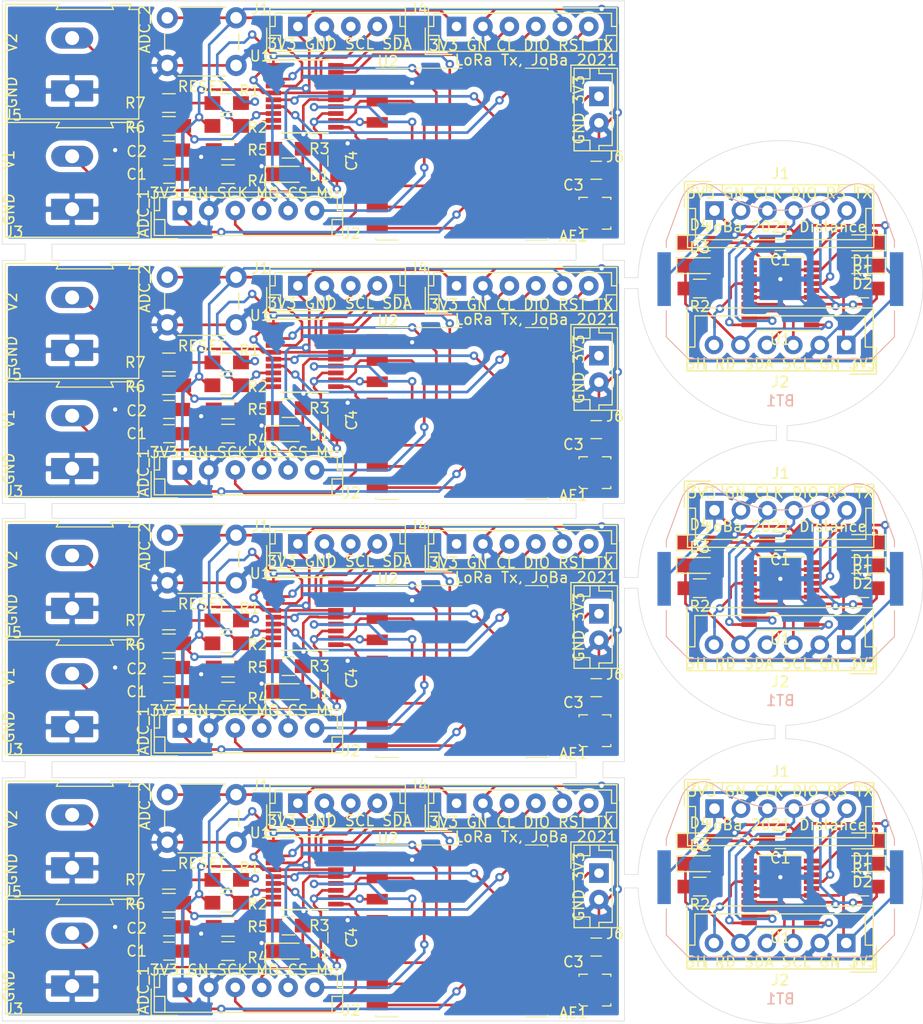
<source format=kicad_pcb>
(kicad_pcb (version 20171130) (host pcbnew 5.1.8-5.1.8)
  (layers (0 F.Cu signal) (31 B.Cu signal) (35 F.Paste user) (37 F.SilkS user) (38 B.Mask user) (39 F.Mask user) (44 Edge.Cuts user))
  (net 0 "")
  (net 1 "Net-(AE1-Pad1)")
  (net 2 GND)
  (net 3 ADC_1)
  (net 4 ADC_2)
  (net 5 +3V3)
  (net 6 "Net-(D1-Pad2)")
  (net 7 SDA)
  (net 8 SCL)
  (net 9 MISO)
  (net 10 EXT_CS)
  (net 11 MOSI)
  (net 12 SCK)
  (net 13 "Net-(J3-Pad2)")
  (net 14 SWCLK)
  (net 15 SWDIO)
  (net 16 NRST)
  (net 17 TX)
  (net 18 "Net-(J5-Pad2)")
  (net 19 READY)
  (net 20 "Net-(R3-Pad2)")
  (net 21 RFM_CS)
  (net 22 DONE)
  (net 23 RFM_RST)
  (module Connectors_JST:JST_XH_B06B-XH-A_06x2.50mm_Straight (layer F.Cu) (at 154.051 66.167)
    (fp_text reference J1 (at 6.25 -3.5) (layer F.SilkS))
    (fp_text value Conn_01x06_Female)
    (pad 6 thru_hole circle (at 12.5 0) (size 1.75 1.75) (drill 1) (layers *.Cu *.Mask))
    (pad 5 thru_hole circle (at 10 0) (size 1.75 1.75) (drill 1) (layers *.Cu *.Mask))
    (pad 4 thru_hole circle (at 7.5 0) (size 1.75 1.75) (drill 1) (layers *.Cu *.Mask))
    (pad 3 thru_hole circle (at 5 0) (size 1.75 1.75) (drill 1) (layers *.Cu *.Mask))
    (pad 2 thru_hole circle (at 2.5 0) (size 1.75 1.75) (drill 1) (layers *.Cu *.Mask))
    (pad 1 thru_hole rect (at 0 0) (size 1.75 1.75) (drill 1) (layers *.Cu *.Mask))
  )
  (module Resistors_SMD:R_0805_HandSoldering (layer F.Cu) (at 168.021 73.533)
    (fp_text reference R1 (at 0 -1.7) (layer F.SilkS))
    (fp_text value 10k)
    (pad 2 smd rect (at 1.35 0) (size 1.5 1.3) (layers F.Cu F.Paste F.Mask))
    (pad 1 smd rect (at -1.35 0) (size 1.5 1.3) (layers F.Cu F.Paste F.Mask))
  )
  (module Battery_Holders:Keystone_3034_1x20mm-CoinCell (layer B.Cu) (at 160.274 72.644)
    (fp_text reference BT1 (at 0 11.5) (layer B.SilkS) (effects (justify mirror)))
    (fp_text value Battery_Cell)
    (pad 1 smd rect (at -10.985 0) (size 1.27 5.08) (layers B.Cu B.Paste B.Mask))
    (pad 1 smd rect (at 10.985 0) (size 1.27 5.08) (layers B.Cu B.Paste B.Mask))
    (pad 2 smd rect (at 0 0) (size 3.96 3.96) (layers B.Cu B.Paste B.Mask))
  )
  (module Housings_SSOP:TSSOP-20_4.4x6.5mm_Pitch0.65mm (layer F.Cu) (at 160.274 74.041 180)
    (fp_text reference U1 (at 0 -4.3) (layer F.SilkS))
    (fp_text value STM32L011F4Px)
    (pad 1 smd rect (at -2.95 -2.925 180) (size 1.45 0.45) (layers F.Cu F.Paste F.Mask))
    (pad 2 smd rect (at -2.95 -2.275 180) (size 1.45 0.45) (layers F.Cu F.Paste F.Mask))
    (pad 3 smd rect (at -2.95 -1.625 180) (size 1.45 0.45) (layers F.Cu F.Paste F.Mask))
    (pad 4 smd rect (at -2.95 -0.975 180) (size 1.45 0.45) (layers F.Cu F.Paste F.Mask))
    (pad 5 smd rect (at -2.95 -0.325 180) (size 1.45 0.45) (layers F.Cu F.Paste F.Mask))
    (pad 6 smd rect (at -2.95 0.325 180) (size 1.45 0.45) (layers F.Cu F.Paste F.Mask))
    (pad 7 smd rect (at -2.95 0.975 180) (size 1.45 0.45) (layers F.Cu F.Paste F.Mask))
    (pad 8 smd rect (at -2.95 1.625 180) (size 1.45 0.45) (layers F.Cu F.Paste F.Mask))
    (pad 9 smd rect (at -2.95 2.275 180) (size 1.45 0.45) (layers F.Cu F.Paste F.Mask))
    (pad 10 smd rect (at -2.95 2.925 180) (size 1.45 0.45) (layers F.Cu F.Paste F.Mask))
    (pad 11 smd rect (at 2.95 2.925 180) (size 1.45 0.45) (layers F.Cu F.Paste F.Mask))
    (pad 12 smd rect (at 2.95 2.275 180) (size 1.45 0.45) (layers F.Cu F.Paste F.Mask))
    (pad 13 smd rect (at 2.95 1.625 180) (size 1.45 0.45) (layers F.Cu F.Paste F.Mask))
    (pad 14 smd rect (at 2.95 0.975 180) (size 1.45 0.45) (layers F.Cu F.Paste F.Mask))
    (pad 15 smd rect (at 2.95 0.325 180) (size 1.45 0.45) (layers F.Cu F.Paste F.Mask))
    (pad 16 smd rect (at 2.95 -0.325 180) (size 1.45 0.45) (layers F.Cu F.Paste F.Mask))
    (pad 17 smd rect (at 2.95 -0.975 180) (size 1.45 0.45) (layers F.Cu F.Paste F.Mask))
    (pad 18 smd rect (at 2.95 -1.625 180) (size 1.45 0.45) (layers F.Cu F.Paste F.Mask))
    (pad 19 smd rect (at 2.95 -2.275 180) (size 1.45 0.45) (layers F.Cu F.Paste F.Mask))
    (pad 20 smd rect (at 2.95 -2.925 180) (size 1.45 0.45) (layers F.Cu F.Paste F.Mask))
  )
  (module Resistors_SMD:R_0805_HandSoldering (layer F.Cu) (at 152.654 73.533 180)
    (fp_text reference R2 (at 0 -1.7) (layer F.SilkS))
    (fp_text value 10k)
    (pad 1 smd rect (at -1.35 0 180) (size 1.5 1.3) (layers F.Cu F.Paste F.Mask))
    (pad 2 smd rect (at 1.35 0 180) (size 1.5 1.3) (layers F.Cu F.Paste F.Mask))
  )
  (module LEDs:LED_0805_HandSoldering (layer F.Cu) (at 152.654 69.215)
    (fp_text reference D4 (at 0 -1.7) (layer F.SilkS))
    (fp_text value LED_R)
    (pad 2 smd rect (at 1.35 0) (size 1.5 1.3) (layers F.Cu F.Paste F.Mask))
    (pad 1 smd rect (at -1.35 0) (size 1.5 1.3) (layers F.Cu F.Paste F.Mask))
  )
  (module LEDs:LED_0805_HandSoldering (layer F.Cu) (at 152.654 71.374)
    (fp_text reference D3 (at 0 -1.7) (layer F.SilkS))
    (fp_text value LED_G)
    (pad 2 smd rect (at 1.35 0) (size 1.5 1.3) (layers F.Cu F.Paste F.Mask))
    (pad 1 smd rect (at -1.35 0) (size 1.5 1.3) (layers F.Cu F.Paste F.Mask))
  )
  (module Capacitors_SMD:C_0805_HandSoldering (layer F.Cu) (at 160.274 69.088 180)
    (fp_text reference C1 (at 0 -1.75) (layer F.SilkS))
    (fp_text value 100n)
    (pad 1 smd rect (at -1.25 0 180) (size 1.5 1.25) (layers F.Cu F.Paste F.Mask))
    (pad 2 smd rect (at 1.25 0 180) (size 1.5 1.25) (layers F.Cu F.Paste F.Mask))
  )
  (module LEDs:LED_0805_HandSoldering (layer F.Cu) (at 168.021 71.374 180)
    (fp_text reference D2 (at 0 -1.7) (layer F.SilkS))
    (fp_text value LED_G)
    (pad 2 smd rect (at 1.35 0 180) (size 1.5 1.3) (layers F.Cu F.Paste F.Mask))
    (pad 1 smd rect (at -1.35 0 180) (size 1.5 1.3) (layers F.Cu F.Paste F.Mask))
  )
  (module Connectors_JST:JST_XH_B06B-XH-A_06x2.50mm_Straight (layer F.Cu) (at 166.497 78.867 180)
    (fp_text reference J2 (at 6.25 -3.5) (layer F.SilkS))
    (fp_text value Conn_01x06_Female)
    (pad 6 thru_hole circle (at 12.5 0 180) (size 1.75 1.75) (drill 1) (layers *.Cu *.Mask))
    (pad 5 thru_hole circle (at 10 0 180) (size 1.75 1.75) (drill 1) (layers *.Cu *.Mask))
    (pad 4 thru_hole circle (at 7.5 0 180) (size 1.75 1.75) (drill 1) (layers *.Cu *.Mask))
    (pad 3 thru_hole circle (at 5 0 180) (size 1.75 1.75) (drill 1) (layers *.Cu *.Mask))
    (pad 2 thru_hole circle (at 2.5 0 180) (size 1.75 1.75) (drill 1) (layers *.Cu *.Mask))
    (pad 1 thru_hole rect (at 0 0 180) (size 1.75 1.75) (drill 1) (layers *.Cu *.Mask))
  )
  (module LEDs:LED_0805_HandSoldering (layer F.Cu) (at 168.021 69.215 180)
    (fp_text reference D1 (at 0 -1.7) (layer F.SilkS))
    (fp_text value LED_R)
    (pad 1 smd rect (at -1.35 0 180) (size 1.5 1.3) (layers F.Cu F.Paste F.Mask))
    (pad 2 smd rect (at 1.35 0 180) (size 1.5 1.3) (layers F.Cu F.Paste F.Mask))
  )
  (module Connectors_JST:JST_XH_B06B-XH-A_06x2.50mm_Straight (layer F.Cu) (at 154.051 122.682)
    (fp_text reference J1 (at 6.25 -3.5) (layer F.SilkS))
    (fp_text value Conn_01x06_Female)
    (pad 6 thru_hole circle (at 12.5 0) (size 1.75 1.75) (drill 1) (layers *.Cu *.Mask))
    (pad 5 thru_hole circle (at 10 0) (size 1.75 1.75) (drill 1) (layers *.Cu *.Mask))
    (pad 4 thru_hole circle (at 7.5 0) (size 1.75 1.75) (drill 1) (layers *.Cu *.Mask))
    (pad 3 thru_hole circle (at 5 0) (size 1.75 1.75) (drill 1) (layers *.Cu *.Mask))
    (pad 2 thru_hole circle (at 2.5 0) (size 1.75 1.75) (drill 1) (layers *.Cu *.Mask))
    (pad 1 thru_hole rect (at 0 0) (size 1.75 1.75) (drill 1) (layers *.Cu *.Mask))
  )
  (module Resistors_SMD:R_0805_HandSoldering (layer F.Cu) (at 168.021 130.048)
    (fp_text reference R1 (at 0 -1.7) (layer F.SilkS))
    (fp_text value 10k)
    (pad 2 smd rect (at 1.35 0) (size 1.5 1.3) (layers F.Cu F.Paste F.Mask))
    (pad 1 smd rect (at -1.35 0) (size 1.5 1.3) (layers F.Cu F.Paste F.Mask))
  )
  (module Battery_Holders:Keystone_3034_1x20mm-CoinCell (layer B.Cu) (at 160.274 129.159)
    (fp_text reference BT1 (at 0 11.5) (layer B.SilkS) (effects (justify mirror)))
    (fp_text value Battery_Cell)
    (pad 1 smd rect (at -10.985 0) (size 1.27 5.08) (layers B.Cu B.Paste B.Mask))
    (pad 1 smd rect (at 10.985 0) (size 1.27 5.08) (layers B.Cu B.Paste B.Mask))
    (pad 2 smd rect (at 0 0) (size 3.96 3.96) (layers B.Cu B.Paste B.Mask))
  )
  (module Housings_SSOP:TSSOP-20_4.4x6.5mm_Pitch0.65mm (layer F.Cu) (at 160.274 130.556 180)
    (fp_text reference U1 (at 0 -4.3) (layer F.SilkS))
    (fp_text value STM32L011F4Px)
    (pad 1 smd rect (at -2.95 -2.925 180) (size 1.45 0.45) (layers F.Cu F.Paste F.Mask))
    (pad 2 smd rect (at -2.95 -2.275 180) (size 1.45 0.45) (layers F.Cu F.Paste F.Mask))
    (pad 3 smd rect (at -2.95 -1.625 180) (size 1.45 0.45) (layers F.Cu F.Paste F.Mask))
    (pad 4 smd rect (at -2.95 -0.975 180) (size 1.45 0.45) (layers F.Cu F.Paste F.Mask))
    (pad 5 smd rect (at -2.95 -0.325 180) (size 1.45 0.45) (layers F.Cu F.Paste F.Mask))
    (pad 6 smd rect (at -2.95 0.325 180) (size 1.45 0.45) (layers F.Cu F.Paste F.Mask))
    (pad 7 smd rect (at -2.95 0.975 180) (size 1.45 0.45) (layers F.Cu F.Paste F.Mask))
    (pad 8 smd rect (at -2.95 1.625 180) (size 1.45 0.45) (layers F.Cu F.Paste F.Mask))
    (pad 9 smd rect (at -2.95 2.275 180) (size 1.45 0.45) (layers F.Cu F.Paste F.Mask))
    (pad 10 smd rect (at -2.95 2.925 180) (size 1.45 0.45) (layers F.Cu F.Paste F.Mask))
    (pad 11 smd rect (at 2.95 2.925 180) (size 1.45 0.45) (layers F.Cu F.Paste F.Mask))
    (pad 12 smd rect (at 2.95 2.275 180) (size 1.45 0.45) (layers F.Cu F.Paste F.Mask))
    (pad 13 smd rect (at 2.95 1.625 180) (size 1.45 0.45) (layers F.Cu F.Paste F.Mask))
    (pad 14 smd rect (at 2.95 0.975 180) (size 1.45 0.45) (layers F.Cu F.Paste F.Mask))
    (pad 15 smd rect (at 2.95 0.325 180) (size 1.45 0.45) (layers F.Cu F.Paste F.Mask))
    (pad 16 smd rect (at 2.95 -0.325 180) (size 1.45 0.45) (layers F.Cu F.Paste F.Mask))
    (pad 17 smd rect (at 2.95 -0.975 180) (size 1.45 0.45) (layers F.Cu F.Paste F.Mask))
    (pad 18 smd rect (at 2.95 -1.625 180) (size 1.45 0.45) (layers F.Cu F.Paste F.Mask))
    (pad 19 smd rect (at 2.95 -2.275 180) (size 1.45 0.45) (layers F.Cu F.Paste F.Mask))
    (pad 20 smd rect (at 2.95 -2.925 180) (size 1.45 0.45) (layers F.Cu F.Paste F.Mask))
  )
  (module Resistors_SMD:R_0805_HandSoldering (layer F.Cu) (at 152.654 130.048 180)
    (fp_text reference R2 (at 0 -1.7) (layer F.SilkS))
    (fp_text value 10k)
    (pad 1 smd rect (at -1.35 0 180) (size 1.5 1.3) (layers F.Cu F.Paste F.Mask))
    (pad 2 smd rect (at 1.35 0 180) (size 1.5 1.3) (layers F.Cu F.Paste F.Mask))
  )
  (module LEDs:LED_0805_HandSoldering (layer F.Cu) (at 152.654 125.73)
    (fp_text reference D4 (at 0 -1.7) (layer F.SilkS))
    (fp_text value LED_R)
    (pad 2 smd rect (at 1.35 0) (size 1.5 1.3) (layers F.Cu F.Paste F.Mask))
    (pad 1 smd rect (at -1.35 0) (size 1.5 1.3) (layers F.Cu F.Paste F.Mask))
  )
  (module LEDs:LED_0805_HandSoldering (layer F.Cu) (at 152.654 127.889)
    (fp_text reference D3 (at 0 -1.7) (layer F.SilkS))
    (fp_text value LED_G)
    (pad 2 smd rect (at 1.35 0) (size 1.5 1.3) (layers F.Cu F.Paste F.Mask))
    (pad 1 smd rect (at -1.35 0) (size 1.5 1.3) (layers F.Cu F.Paste F.Mask))
  )
  (module Capacitors_SMD:C_0805_HandSoldering (layer F.Cu) (at 160.274 125.603 180)
    (fp_text reference C1 (at 0 -1.75) (layer F.SilkS))
    (fp_text value 100n)
    (pad 1 smd rect (at -1.25 0 180) (size 1.5 1.25) (layers F.Cu F.Paste F.Mask))
    (pad 2 smd rect (at 1.25 0 180) (size 1.5 1.25) (layers F.Cu F.Paste F.Mask))
  )
  (module LEDs:LED_0805_HandSoldering (layer F.Cu) (at 168.021 127.889 180)
    (fp_text reference D2 (at 0 -1.7) (layer F.SilkS))
    (fp_text value LED_G)
    (pad 2 smd rect (at 1.35 0 180) (size 1.5 1.3) (layers F.Cu F.Paste F.Mask))
    (pad 1 smd rect (at -1.35 0 180) (size 1.5 1.3) (layers F.Cu F.Paste F.Mask))
  )
  (module Connectors_JST:JST_XH_B06B-XH-A_06x2.50mm_Straight (layer F.Cu) (at 166.497 135.382 180)
    (fp_text reference J2 (at 6.25 -3.5) (layer F.SilkS))
    (fp_text value Conn_01x06_Female)
    (pad 6 thru_hole circle (at 12.5 0 180) (size 1.75 1.75) (drill 1) (layers *.Cu *.Mask))
    (pad 5 thru_hole circle (at 10 0 180) (size 1.75 1.75) (drill 1) (layers *.Cu *.Mask))
    (pad 4 thru_hole circle (at 7.5 0 180) (size 1.75 1.75) (drill 1) (layers *.Cu *.Mask))
    (pad 3 thru_hole circle (at 5 0 180) (size 1.75 1.75) (drill 1) (layers *.Cu *.Mask))
    (pad 2 thru_hole circle (at 2.5 0 180) (size 1.75 1.75) (drill 1) (layers *.Cu *.Mask))
    (pad 1 thru_hole rect (at 0 0 180) (size 1.75 1.75) (drill 1) (layers *.Cu *.Mask))
  )
  (module LEDs:LED_0805_HandSoldering (layer F.Cu) (at 168.021 125.73 180)
    (fp_text reference D1 (at 0 -1.7) (layer F.SilkS))
    (fp_text value LED_R)
    (pad 1 smd rect (at -1.35 0 180) (size 1.5 1.3) (layers F.Cu F.Paste F.Mask))
    (pad 2 smd rect (at 1.35 0 180) (size 1.5 1.3) (layers F.Cu F.Paste F.Mask))
  )
  (module Connectors_JST:JST_XH_B06B-XH-A_06x2.50mm_Straight (layer F.Cu) (at 154.051 94.488)
    (fp_text reference J1 (at 6.25 -3.5) (layer F.SilkS))
    (fp_text value Conn_01x06_Female)
    (pad 6 thru_hole circle (at 12.5 0) (size 1.75 1.75) (drill 1) (layers *.Cu *.Mask))
    (pad 5 thru_hole circle (at 10 0) (size 1.75 1.75) (drill 1) (layers *.Cu *.Mask))
    (pad 4 thru_hole circle (at 7.5 0) (size 1.75 1.75) (drill 1) (layers *.Cu *.Mask))
    (pad 3 thru_hole circle (at 5 0) (size 1.75 1.75) (drill 1) (layers *.Cu *.Mask))
    (pad 2 thru_hole circle (at 2.5 0) (size 1.75 1.75) (drill 1) (layers *.Cu *.Mask))
    (pad 1 thru_hole rect (at 0 0) (size 1.75 1.75) (drill 1) (layers *.Cu *.Mask))
  )
  (module Resistors_SMD:R_0805_HandSoldering (layer F.Cu) (at 168.021 101.854)
    (fp_text reference R1 (at 0 -1.7) (layer F.SilkS))
    (fp_text value 10k)
    (pad 2 smd rect (at 1.35 0) (size 1.5 1.3) (layers F.Cu F.Paste F.Mask))
    (pad 1 smd rect (at -1.35 0) (size 1.5 1.3) (layers F.Cu F.Paste F.Mask))
  )
  (module Battery_Holders:Keystone_3034_1x20mm-CoinCell (layer B.Cu) (at 160.274 100.965)
    (fp_text reference BT1 (at 0 11.5) (layer B.SilkS) (effects (justify mirror)))
    (fp_text value Battery_Cell)
    (pad 1 smd rect (at -10.985 0) (size 1.27 5.08) (layers B.Cu B.Paste B.Mask))
    (pad 1 smd rect (at 10.985 0) (size 1.27 5.08) (layers B.Cu B.Paste B.Mask))
    (pad 2 smd rect (at 0 0) (size 3.96 3.96) (layers B.Cu B.Paste B.Mask))
  )
  (module Housings_SSOP:TSSOP-20_4.4x6.5mm_Pitch0.65mm (layer F.Cu) (at 160.274 102.362 180)
    (fp_text reference U1 (at 0 -4.3) (layer F.SilkS))
    (fp_text value STM32L011F4Px)
    (pad 1 smd rect (at -2.95 -2.925 180) (size 1.45 0.45) (layers F.Cu F.Paste F.Mask))
    (pad 2 smd rect (at -2.95 -2.275 180) (size 1.45 0.45) (layers F.Cu F.Paste F.Mask))
    (pad 3 smd rect (at -2.95 -1.625 180) (size 1.45 0.45) (layers F.Cu F.Paste F.Mask))
    (pad 4 smd rect (at -2.95 -0.975 180) (size 1.45 0.45) (layers F.Cu F.Paste F.Mask))
    (pad 5 smd rect (at -2.95 -0.325 180) (size 1.45 0.45) (layers F.Cu F.Paste F.Mask))
    (pad 6 smd rect (at -2.95 0.325 180) (size 1.45 0.45) (layers F.Cu F.Paste F.Mask))
    (pad 7 smd rect (at -2.95 0.975 180) (size 1.45 0.45) (layers F.Cu F.Paste F.Mask))
    (pad 8 smd rect (at -2.95 1.625 180) (size 1.45 0.45) (layers F.Cu F.Paste F.Mask))
    (pad 9 smd rect (at -2.95 2.275 180) (size 1.45 0.45) (layers F.Cu F.Paste F.Mask))
    (pad 10 smd rect (at -2.95 2.925 180) (size 1.45 0.45) (layers F.Cu F.Paste F.Mask))
    (pad 11 smd rect (at 2.95 2.925 180) (size 1.45 0.45) (layers F.Cu F.Paste F.Mask))
    (pad 12 smd rect (at 2.95 2.275 180) (size 1.45 0.45) (layers F.Cu F.Paste F.Mask))
    (pad 13 smd rect (at 2.95 1.625 180) (size 1.45 0.45) (layers F.Cu F.Paste F.Mask))
    (pad 14 smd rect (at 2.95 0.975 180) (size 1.45 0.45) (layers F.Cu F.Paste F.Mask))
    (pad 15 smd rect (at 2.95 0.325 180) (size 1.45 0.45) (layers F.Cu F.Paste F.Mask))
    (pad 16 smd rect (at 2.95 -0.325 180) (size 1.45 0.45) (layers F.Cu F.Paste F.Mask))
    (pad 17 smd rect (at 2.95 -0.975 180) (size 1.45 0.45) (layers F.Cu F.Paste F.Mask))
    (pad 18 smd rect (at 2.95 -1.625 180) (size 1.45 0.45) (layers F.Cu F.Paste F.Mask))
    (pad 19 smd rect (at 2.95 -2.275 180) (size 1.45 0.45) (layers F.Cu F.Paste F.Mask))
    (pad 20 smd rect (at 2.95 -2.925 180) (size 1.45 0.45) (layers F.Cu F.Paste F.Mask))
  )
  (module Resistors_SMD:R_0805_HandSoldering (layer F.Cu) (at 152.654 101.854 180)
    (fp_text reference R2 (at 0 -1.7) (layer F.SilkS))
    (fp_text value 10k)
    (pad 1 smd rect (at -1.35 0 180) (size 1.5 1.3) (layers F.Cu F.Paste F.Mask))
    (pad 2 smd rect (at 1.35 0 180) (size 1.5 1.3) (layers F.Cu F.Paste F.Mask))
  )
  (module LEDs:LED_0805_HandSoldering (layer F.Cu) (at 152.654 97.536)
    (fp_text reference D4 (at 0 -1.7) (layer F.SilkS))
    (fp_text value LED_R)
    (pad 2 smd rect (at 1.35 0) (size 1.5 1.3) (layers F.Cu F.Paste F.Mask))
    (pad 1 smd rect (at -1.35 0) (size 1.5 1.3) (layers F.Cu F.Paste F.Mask))
  )
  (module LEDs:LED_0805_HandSoldering (layer F.Cu) (at 152.654 99.695)
    (fp_text reference D3 (at 0 -1.7) (layer F.SilkS))
    (fp_text value LED_G)
    (pad 2 smd rect (at 1.35 0) (size 1.5 1.3) (layers F.Cu F.Paste F.Mask))
    (pad 1 smd rect (at -1.35 0) (size 1.5 1.3) (layers F.Cu F.Paste F.Mask))
  )
  (module Capacitors_SMD:C_0805_HandSoldering (layer F.Cu) (at 160.274 97.409 180)
    (fp_text reference C1 (at 0 -1.75) (layer F.SilkS))
    (fp_text value 100n)
    (pad 1 smd rect (at -1.25 0 180) (size 1.5 1.25) (layers F.Cu F.Paste F.Mask))
    (pad 2 smd rect (at 1.25 0 180) (size 1.5 1.25) (layers F.Cu F.Paste F.Mask))
  )
  (module LEDs:LED_0805_HandSoldering (layer F.Cu) (at 168.021 99.695 180)
    (fp_text reference D2 (at 0 -1.7) (layer F.SilkS))
    (fp_text value LED_G)
    (pad 2 smd rect (at 1.35 0 180) (size 1.5 1.3) (layers F.Cu F.Paste F.Mask))
    (pad 1 smd rect (at -1.35 0 180) (size 1.5 1.3) (layers F.Cu F.Paste F.Mask))
  )
  (module Connectors_JST:JST_XH_B06B-XH-A_06x2.50mm_Straight (layer F.Cu) (at 166.497 107.188 180)
    (fp_text reference J2 (at 6.25 -3.5) (layer F.SilkS))
    (fp_text value Conn_01x06_Female)
    (pad 6 thru_hole circle (at 12.5 0 180) (size 1.75 1.75) (drill 1) (layers *.Cu *.Mask))
    (pad 5 thru_hole circle (at 10 0 180) (size 1.75 1.75) (drill 1) (layers *.Cu *.Mask))
    (pad 4 thru_hole circle (at 7.5 0 180) (size 1.75 1.75) (drill 1) (layers *.Cu *.Mask))
    (pad 3 thru_hole circle (at 5 0 180) (size 1.75 1.75) (drill 1) (layers *.Cu *.Mask))
    (pad 2 thru_hole circle (at 2.5 0 180) (size 1.75 1.75) (drill 1) (layers *.Cu *.Mask))
    (pad 1 thru_hole rect (at 0 0 180) (size 1.75 1.75) (drill 1) (layers *.Cu *.Mask))
  )
  (module LEDs:LED_0805_HandSoldering (layer F.Cu) (at 168.021 97.536 180)
    (fp_text reference D1 (at 0 -1.7) (layer F.SilkS))
    (fp_text value LED_R)
    (pad 1 smd rect (at -1.35 0 180) (size 1.5 1.3) (layers F.Cu F.Paste F.Mask))
    (pad 2 smd rect (at 1.35 0 180) (size 1.5 1.3) (layers F.Cu F.Paste F.Mask))
  )
  (module Connectors_Terminal_Blocks:TerminalBlock_Altech_AK300-2_P5.00mm (layer F.Cu) (at 93.345 90.551 90)
    (fp_text reference J3 (at -2.159 -5.461 180) (layer F.SilkS))
    (fp_text value Barrel_Jack)
    (pad 2 thru_hole oval (at 5 0 90) (size 1.98 3.96) (drill 1.32) (layers *.Cu *.Mask))
    (pad 1 thru_hole rect (at 0 0 90) (size 1.98 3.96) (drill 1.32) (layers *.Cu *.Mask))
  )
  (module Connectors_JST:JST_EH_B06B-EH-A_06x2.50mm_Straight (layer F.Cu) (at 129.667 48.768)
    (fp_text reference J4 (at -3.556 -1.651) (layer F.SilkS))
    (fp_text value Conn_01x06_Female)
    (pad 1 thru_hole rect (at 0 0) (size 1.85 1.85) (drill 0.9) (layers *.Cu *.Mask))
    (pad 2 thru_hole circle (at 2.5 0) (size 1.85 1.85) (drill 0.9) (layers *.Cu *.Mask))
    (pad 3 thru_hole circle (at 5 0) (size 1.85 1.85) (drill 0.9) (layers *.Cu *.Mask))
    (pad 4 thru_hole circle (at 7.5 0) (size 1.85 1.85) (drill 0.9) (layers *.Cu *.Mask))
    (pad 5 thru_hole circle (at 10 0) (size 1.85 1.85) (drill 0.9) (layers *.Cu *.Mask))
    (pad 6 thru_hole circle (at 12.5 0) (size 1.85 1.85) (drill 0.9) (layers *.Cu *.Mask))
  )
  (module Resistors_SMD:R_0805_HandSoldering (layer F.Cu) (at 108.077 62.738)
    (fp_text reference R4 (at 2.794 0.635) (layer F.SilkS))
    (fp_text value 1M)
    (pad 1 smd rect (at -1.35 0) (size 1.5 1.3) (layers F.Cu F.Paste F.Mask))
    (pad 2 smd rect (at 1.35 0) (size 1.5 1.3) (layers F.Cu F.Paste F.Mask))
  )
  (module Resistors_SMD:R_0805_HandSoldering (layer F.Cu) (at 107.95 56.007 180)
    (fp_text reference R1 (at -2.159 1.143) (layer F.SilkS))
    (fp_text value 10k)
    (pad 2 smd rect (at 1.35 0 180) (size 1.5 1.3) (layers F.Cu F.Paste F.Mask))
    (pad 1 smd rect (at -1.35 0 180) (size 1.5 1.3) (layers F.Cu F.Paste F.Mask))
  )
  (module Resistors_SMD:R_0805_HandSoldering (layer F.Cu) (at 113.792 60.325 180)
    (fp_text reference R3 (at -2.921 0) (layer F.SilkS))
    (fp_text value 1k)
    (pad 2 smd rect (at 1.35 0 180) (size 1.5 1.3) (layers F.Cu F.Paste F.Mask))
    (pad 1 smd rect (at -1.35 0 180) (size 1.5 1.3) (layers F.Cu F.Paste F.Mask))
  )
  (module Resistors_SMD:R_0805_HandSoldering (layer F.Cu) (at 107.95 82.677)
    (fp_text reference R2 (at 2.921 0.127) (layer F.SilkS))
    (fp_text value 10k)
    (pad 2 smd rect (at 1.35 0) (size 1.5 1.3) (layers F.Cu F.Paste F.Mask))
    (pad 1 smd rect (at -1.35 0) (size 1.5 1.3) (layers F.Cu F.Paste F.Mask))
  )
  (module Connectors_JST:JST_EH_B06B-EH-A_06x2.50mm_Straight (layer F.Cu) (at 129.667 73.279)
    (fp_text reference J4 (at -3.556 -1.651) (layer F.SilkS))
    (fp_text value Conn_01x06_Female)
    (pad 6 thru_hole circle (at 12.5 0) (size 1.85 1.85) (drill 0.9) (layers *.Cu *.Mask))
    (pad 5 thru_hole circle (at 10 0) (size 1.85 1.85) (drill 0.9) (layers *.Cu *.Mask))
    (pad 4 thru_hole circle (at 7.5 0) (size 1.85 1.85) (drill 0.9) (layers *.Cu *.Mask))
    (pad 3 thru_hole circle (at 5 0) (size 1.85 1.85) (drill 0.9) (layers *.Cu *.Mask))
    (pad 2 thru_hole circle (at 2.5 0) (size 1.85 1.85) (drill 0.9) (layers *.Cu *.Mask))
    (pad 1 thru_hole rect (at 0 0) (size 1.85 1.85) (drill 0.9) (layers *.Cu *.Mask))
  )
  (module Connectors_JST:JST_EH_B06B-EH-A_06x2.50mm_Straight (layer F.Cu) (at 103.759 90.678)
    (fp_text reference J2 (at 16.002 2.159) (layer F.SilkS))
    (fp_text value Conn_01x06_Female)
    (pad 1 thru_hole rect (at 0 0) (size 1.85 1.85) (drill 0.9) (layers *.Cu *.Mask))
    (pad 2 thru_hole circle (at 2.5 0) (size 1.85 1.85) (drill 0.9) (layers *.Cu *.Mask))
    (pad 3 thru_hole circle (at 5 0) (size 1.85 1.85) (drill 0.9) (layers *.Cu *.Mask))
    (pad 4 thru_hole circle (at 7.5 0) (size 1.85 1.85) (drill 0.9) (layers *.Cu *.Mask))
    (pad 5 thru_hole circle (at 10 0) (size 1.85 1.85) (drill 0.9) (layers *.Cu *.Mask))
    (pad 6 thru_hole circle (at 12.5 0) (size 1.85 1.85) (drill 0.9) (layers *.Cu *.Mask))
  )
  (module Resistors_SMD:R_0805_HandSoldering (layer F.Cu) (at 113.792 84.836 180)
    (fp_text reference R3 (at -2.921 0) (layer F.SilkS))
    (fp_text value 1k)
    (pad 1 smd rect (at -1.35 0 180) (size 1.5 1.3) (layers F.Cu F.Paste F.Mask))
    (pad 2 smd rect (at 1.35 0 180) (size 1.5 1.3) (layers F.Cu F.Paste F.Mask))
  )
  (module Resistors_SMD:R_0805_HandSoldering (layer F.Cu) (at 107.95 80.518 180)
    (fp_text reference R1 (at -2.159 1.143) (layer F.SilkS))
    (fp_text value 10k)
    (pad 1 smd rect (at -1.35 0 180) (size 1.5 1.3) (layers F.Cu F.Paste F.Mask))
    (pad 2 smd rect (at 1.35 0 180) (size 1.5 1.3) (layers F.Cu F.Paste F.Mask))
  )
  (module Resistors_SMD:R_0805_HandSoldering (layer F.Cu) (at 102.489 82.677 180)
    (fp_text reference R6 (at 3.175 -0.127) (layer F.SilkS))
    (fp_text value 10M)
    (pad 1 smd rect (at -1.35 0 180) (size 1.5 1.3) (layers F.Cu F.Paste F.Mask))
    (pad 2 smd rect (at 1.35 0 180) (size 1.5 1.3) (layers F.Cu F.Paste F.Mask))
  )
  (module Connectors_JST:JST_EH_B02B-EH-A_02x2.50mm_Straight (layer F.Cu) (at 143.129 55.372 270)
    (fp_text reference J6 (at 5.715 -1.524 180) (layer F.SilkS))
    (fp_text value Conn_01x02_Female)
    (pad 2 thru_hole circle (at 2.5 0 270) (size 1.85 1.85) (drill 0.9) (layers *.Cu *.Mask))
    (pad 1 thru_hole rect (at 0 0 270) (size 1.85 1.85) (drill 0.9) (layers *.Cu *.Mask))
  )
  (module Connectors_Terminal_Blocks:TerminalBlock_Altech_AK300-2_P5.00mm (layer F.Cu) (at 93.345 66.04 90)
    (fp_text reference J3 (at -2.159 -5.461 180) (layer F.SilkS))
    (fp_text value Barrel_Jack)
    (pad 1 thru_hole rect (at 0 0 90) (size 1.98 3.96) (drill 1.32) (layers *.Cu *.Mask))
    (pad 2 thru_hole oval (at 5 0 90) (size 1.98 3.96) (drill 1.32) (layers *.Cu *.Mask))
  )
  (module Capacitors_SMD:C_0805_HandSoldering (layer F.Cu) (at 142.875 86.868)
    (fp_text reference C3 (at -2.159 1.397) (layer F.SilkS))
    (fp_text value 10µ)
    (pad 2 smd rect (at 1.25 0) (size 1.5 1.25) (layers F.Cu F.Paste F.Mask))
    (pad 1 smd rect (at -1.25 0) (size 1.5 1.25) (layers F.Cu F.Paste F.Mask))
  )
  (module Connectors_JST:JST_EH_B02B-EH-A_02x2.50mm_Straight (layer F.Cu) (at 143.129 79.883 270)
    (fp_text reference J6 (at 5.715 -1.524 180) (layer F.SilkS))
    (fp_text value Conn_01x02_Female)
    (pad 1 thru_hole rect (at 0 0 270) (size 1.85 1.85) (drill 0.9) (layers *.Cu *.Mask))
    (pad 2 thru_hole circle (at 2.5 0 270) (size 1.85 1.85) (drill 0.9) (layers *.Cu *.Mask))
  )
  (module Connectors_JST:JST_EH_B04B-EH-A_04x2.50mm_Straight (layer F.Cu) (at 114.681 73.279)
    (fp_text reference J1 (at -3.556 -1.651) (layer F.SilkS))
    (fp_text value Conn_01x04_Female)
    (pad 1 thru_hole rect (at 0 0) (size 1.85 1.85) (drill 0.9) (layers *.Cu *.Mask))
    (pad 2 thru_hole circle (at 2.5 0) (size 1.85 1.85) (drill 0.9) (layers *.Cu *.Mask))
    (pad 3 thru_hole circle (at 5 0) (size 1.85 1.85) (drill 0.9) (layers *.Cu *.Mask))
    (pad 4 thru_hole circle (at 7.5 0) (size 1.85 1.85) (drill 0.9) (layers *.Cu *.Mask))
  )
  (module Housings_SSOP:TSSOP-20_4.4x6.5mm_Pitch0.65mm (layer F.Cu) (at 115.316 79.883)
    (fp_text reference U1 (at -4.191 -3.81) (layer F.SilkS))
    (fp_text value STM32L011F4Px)
    (pad 1 smd rect (at -2.95 -2.925) (size 1.45 0.45) (layers F.Cu F.Paste F.Mask))
    (pad 2 smd rect (at -2.95 -2.275) (size 1.45 0.45) (layers F.Cu F.Paste F.Mask))
    (pad 3 smd rect (at -2.95 -1.625) (size 1.45 0.45) (layers F.Cu F.Paste F.Mask))
    (pad 4 smd rect (at -2.95 -0.975) (size 1.45 0.45) (layers F.Cu F.Paste F.Mask))
    (pad 5 smd rect (at -2.95 -0.325) (size 1.45 0.45) (layers F.Cu F.Paste F.Mask))
    (pad 6 smd rect (at -2.95 0.325) (size 1.45 0.45) (layers F.Cu F.Paste F.Mask))
    (pad 7 smd rect (at -2.95 0.975) (size 1.45 0.45) (layers F.Cu F.Paste F.Mask))
    (pad 8 smd rect (at -2.95 1.625) (size 1.45 0.45) (layers F.Cu F.Paste F.Mask))
    (pad 9 smd rect (at -2.95 2.275) (size 1.45 0.45) (layers F.Cu F.Paste F.Mask))
    (pad 10 smd rect (at -2.95 2.925) (size 1.45 0.45) (layers F.Cu F.Paste F.Mask))
    (pad 11 smd rect (at 2.95 2.925) (size 1.45 0.45) (layers F.Cu F.Paste F.Mask))
    (pad 12 smd rect (at 2.95 2.275) (size 1.45 0.45) (layers F.Cu F.Paste F.Mask))
    (pad 13 smd rect (at 2.95 1.625) (size 1.45 0.45) (layers F.Cu F.Paste F.Mask))
    (pad 14 smd rect (at 2.95 0.975) (size 1.45 0.45) (layers F.Cu F.Paste F.Mask))
    (pad 15 smd rect (at 2.95 0.325) (size 1.45 0.45) (layers F.Cu F.Paste F.Mask))
    (pad 16 smd rect (at 2.95 -0.325) (size 1.45 0.45) (layers F.Cu F.Paste F.Mask))
    (pad 17 smd rect (at 2.95 -0.975) (size 1.45 0.45) (layers F.Cu F.Paste F.Mask))
    (pad 18 smd rect (at 2.95 -1.625) (size 1.45 0.45) (layers F.Cu F.Paste F.Mask))
    (pad 19 smd rect (at 2.95 -2.275) (size 1.45 0.45) (layers F.Cu F.Paste F.Mask))
    (pad 20 smd rect (at 2.95 -2.925) (size 1.45 0.45) (layers F.Cu F.Paste F.Mask))
  )
  (module Resistors_SMD:R_0805_HandSoldering (layer F.Cu) (at 102.489 80.518 180)
    (fp_text reference R7 (at 3.175 0) (layer F.SilkS))
    (fp_text value 1M)
    (pad 2 smd rect (at 1.35 0 180) (size 1.5 1.3) (layers F.Cu F.Paste F.Mask))
    (pad 1 smd rect (at -1.35 0 180) (size 1.5 1.3) (layers F.Cu F.Paste F.Mask))
  )
  (module Capacitors_SMD:C_0805_HandSoldering (layer F.Cu) (at 102.489 62.738 180)
    (fp_text reference C1 (at 3.048 0) (layer F.SilkS))
    (fp_text value 100n)
    (pad 2 smd rect (at 1.25 0 180) (size 1.5 1.25) (layers F.Cu F.Paste F.Mask))
    (pad 1 smd rect (at -1.25 0 180) (size 1.5 1.25) (layers F.Cu F.Paste F.Mask))
  )
  (module Connectors_JST:JST_EH_B04B-EH-A_04x2.50mm_Straight (layer F.Cu) (at 114.681 48.768)
    (fp_text reference J1 (at -3.556 -1.651) (layer F.SilkS))
    (fp_text value Conn_01x04_Female)
    (pad 4 thru_hole circle (at 7.5 0) (size 1.85 1.85) (drill 0.9) (layers *.Cu *.Mask))
    (pad 3 thru_hole circle (at 5 0) (size 1.85 1.85) (drill 0.9) (layers *.Cu *.Mask))
    (pad 2 thru_hole circle (at 2.5 0) (size 1.85 1.85) (drill 0.9) (layers *.Cu *.Mask))
    (pad 1 thru_hole rect (at 0 0) (size 1.85 1.85) (drill 0.9) (layers *.Cu *.Mask))
  )
  (module Resistors_SMD:R_0805_HandSoldering (layer F.Cu) (at 102.489 58.166 180)
    (fp_text reference R6 (at 3.175 -0.127) (layer F.SilkS))
    (fp_text value 10M)
    (pad 2 smd rect (at 1.35 0 180) (size 1.5 1.3) (layers F.Cu F.Paste F.Mask))
    (pad 1 smd rect (at -1.35 0 180) (size 1.5 1.3) (layers F.Cu F.Paste F.Mask))
  )
  (module Resistors_SMD:R_0805_HandSoldering (layer F.Cu) (at 107.95 58.166)
    (fp_text reference R2 (at 2.921 0.127) (layer F.SilkS))
    (fp_text value 10k)
    (pad 1 smd rect (at -1.35 0) (size 1.5 1.3) (layers F.Cu F.Paste F.Mask))
    (pad 2 smd rect (at 1.35 0) (size 1.5 1.3) (layers F.Cu F.Paste F.Mask))
  )
  (module Resistors_SMD:R_0805_HandSoldering (layer F.Cu) (at 108.077 60.452)
    (fp_text reference R5 (at 2.794 0) (layer F.SilkS))
    (fp_text value 1M)
    (pad 2 smd rect (at 1.35 0) (size 1.5 1.3) (layers F.Cu F.Paste F.Mask))
    (pad 1 smd rect (at -1.35 0) (size 1.5 1.3) (layers F.Cu F.Paste F.Mask))
  )
  (module Buttons_Switches_THT:SW_PUSH_6mm_h5mm (layer F.Cu) (at 108.839 52.451 180)
    (fp_text reference RESET (at 3.25 -2) (layer F.SilkS))
    (fp_text value SW_Push)
    (pad 1 thru_hole circle (at 6.5 0 270) (size 2 2) (drill 1.1) (layers *.Cu *.Mask))
    (pad 2 thru_hole circle (at 6.5 4.5 270) (size 2 2) (drill 1.1) (layers *.Cu *.Mask))
    (pad 1 thru_hole circle (at 0 0 270) (size 2 2) (drill 1.1) (layers *.Cu *.Mask))
    (pad 2 thru_hole circle (at 0 4.5 270) (size 2 2) (drill 1.1) (layers *.Cu *.Mask))
  )
  (module Resistors_SMD:R_0805_HandSoldering (layer F.Cu) (at 108.077 87.249)
    (fp_text reference R4 (at 2.794 0.635) (layer F.SilkS))
    (fp_text value 1M)
    (pad 2 smd rect (at 1.35 0) (size 1.5 1.3) (layers F.Cu F.Paste F.Mask))
    (pad 1 smd rect (at -1.35 0) (size 1.5 1.3) (layers F.Cu F.Paste F.Mask))
  )
  (module Buttons_Switches_THT:SW_PUSH_6mm_h5mm (layer F.Cu) (at 108.839 76.962 180)
    (fp_text reference RESET (at 3.25 -2) (layer F.SilkS))
    (fp_text value SW_Push)
    (pad 2 thru_hole circle (at 0 4.5 270) (size 2 2) (drill 1.1) (layers *.Cu *.Mask))
    (pad 1 thru_hole circle (at 0 0 270) (size 2 2) (drill 1.1) (layers *.Cu *.Mask))
    (pad 2 thru_hole circle (at 6.5 4.5 270) (size 2 2) (drill 1.1) (layers *.Cu *.Mask))
    (pad 1 thru_hole circle (at 6.5 0 270) (size 2 2) (drill 1.1) (layers *.Cu *.Mask))
  )
  (module LEDs:LED_0805_HandSoldering (layer F.Cu) (at 113.792 87.249)
    (fp_text reference D1 (at 2.921 0.127) (layer F.SilkS))
    (fp_text value LED)
    (pad 1 smd rect (at -1.35 0) (size 1.5 1.3) (layers F.Cu F.Paste F.Mask))
    (pad 2 smd rect (at 1.35 0) (size 1.5 1.3) (layers F.Cu F.Paste F.Mask))
  )
  (module Housings_SSOP:TSSOP-20_4.4x6.5mm_Pitch0.65mm (layer F.Cu) (at 115.316 55.372)
    (fp_text reference U1 (at -4.191 -3.81) (layer F.SilkS))
    (fp_text value STM32L011F4Px)
    (pad 20 smd rect (at 2.95 -2.925) (size 1.45 0.45) (layers F.Cu F.Paste F.Mask))
    (pad 19 smd rect (at 2.95 -2.275) (size 1.45 0.45) (layers F.Cu F.Paste F.Mask))
    (pad 18 smd rect (at 2.95 -1.625) (size 1.45 0.45) (layers F.Cu F.Paste F.Mask))
    (pad 17 smd rect (at 2.95 -0.975) (size 1.45 0.45) (layers F.Cu F.Paste F.Mask))
    (pad 16 smd rect (at 2.95 -0.325) (size 1.45 0.45) (layers F.Cu F.Paste F.Mask))
    (pad 15 smd rect (at 2.95 0.325) (size 1.45 0.45) (layers F.Cu F.Paste F.Mask))
    (pad 14 smd rect (at 2.95 0.975) (size 1.45 0.45) (layers F.Cu F.Paste F.Mask))
    (pad 13 smd rect (at 2.95 1.625) (size 1.45 0.45) (layers F.Cu F.Paste F.Mask))
    (pad 12 smd rect (at 2.95 2.275) (size 1.45 0.45) (layers F.Cu F.Paste F.Mask))
    (pad 11 smd rect (at 2.95 2.925) (size 1.45 0.45) (layers F.Cu F.Paste F.Mask))
    (pad 10 smd rect (at -2.95 2.925) (size 1.45 0.45) (layers F.Cu F.Paste F.Mask))
    (pad 9 smd rect (at -2.95 2.275) (size 1.45 0.45) (layers F.Cu F.Paste F.Mask))
    (pad 8 smd rect (at -2.95 1.625) (size 1.45 0.45) (layers F.Cu F.Paste F.Mask))
    (pad 7 smd rect (at -2.95 0.975) (size 1.45 0.45) (layers F.Cu F.Paste F.Mask))
    (pad 6 smd rect (at -2.95 0.325) (size 1.45 0.45) (layers F.Cu F.Paste F.Mask))
    (pad 5 smd rect (at -2.95 -0.325) (size 1.45 0.45) (layers F.Cu F.Paste F.Mask))
    (pad 4 smd rect (at -2.95 -0.975) (size 1.45 0.45) (layers F.Cu F.Paste F.Mask))
    (pad 3 smd rect (at -2.95 -1.625) (size 1.45 0.45) (layers F.Cu F.Paste F.Mask))
    (pad 2 smd rect (at -2.95 -2.275) (size 1.45 0.45) (layers F.Cu F.Paste F.Mask))
    (pad 1 smd rect (at -2.95 -2.925) (size 1.45 0.45) (layers F.Cu F.Paste F.Mask))
  )
  (module RF_Modules:Hopref_RFM9XW_SMD (layer F.Cu) (at 130.175 60.833)
    (fp_text reference U2 (at -6.985 -8.763) (layer F.SilkS))
    (fp_text value RFM95W-868S2)
    (pad 16 smd rect (at 8 -7) (size 2 1) (layers F.Cu F.Paste F.Mask))
    (pad 15 smd rect (at 8 -5) (size 2 1) (layers F.Cu F.Paste F.Mask))
    (pad 14 smd rect (at 8 -3) (size 2 1) (layers F.Cu F.Paste F.Mask))
    (pad 13 smd rect (at 8 -1) (size 2 1) (layers F.Cu F.Paste F.Mask))
    (pad 12 smd rect (at 8 1) (size 2 1) (layers F.Cu F.Paste F.Mask))
    (pad 11 smd rect (at 8 3) (size 2 1) (layers F.Cu F.Paste F.Mask))
    (pad 10 smd rect (at 8 5) (size 2 1) (layers F.Cu F.Paste F.Mask))
    (pad 9 smd rect (at 8 7) (size 2 1) (layers F.Cu F.Paste F.Mask))
    (pad 8 smd rect (at -8 7) (size 2 1) (layers F.Cu F.Paste F.Mask))
    (pad 7 smd rect (at -8 5) (size 2 1) (layers F.Cu F.Paste F.Mask))
    (pad 6 smd rect (at -8 3) (size 2 1) (layers F.Cu F.Paste F.Mask))
    (pad 5 smd rect (at -8 1) (size 2 1) (layers F.Cu F.Paste F.Mask))
    (pad 4 smd rect (at -8 -1) (size 2 1) (layers F.Cu F.Paste F.Mask))
    (pad 3 smd rect (at -8 -3) (size 2 1) (layers F.Cu F.Paste F.Mask))
    (pad 2 smd rect (at -8 -5) (size 2 1) (layers F.Cu F.Paste F.Mask))
    (pad 1 smd rect (at -8 -7) (size 2 1) (layers F.Cu F.Paste F.Mask))
  )
  (module Resistors_SMD:R_0805_HandSoldering (layer F.Cu) (at 108.077 84.963)
    (fp_text reference R5 (at 2.794 0) (layer F.SilkS))
    (fp_text value 1M)
    (pad 1 smd rect (at -1.35 0) (size 1.5 1.3) (layers F.Cu F.Paste F.Mask))
    (pad 2 smd rect (at 1.35 0) (size 1.5 1.3) (layers F.Cu F.Paste F.Mask))
  )
  (module RF_Modules:Hopref_RFM9XW_SMD (layer F.Cu) (at 130.175 85.344)
    (fp_text reference U2 (at -6.985 -8.763) (layer F.SilkS))
    (fp_text value RFM95W-868S2)
    (pad 1 smd rect (at -8 -7) (size 2 1) (layers F.Cu F.Paste F.Mask))
    (pad 2 smd rect (at -8 -5) (size 2 1) (layers F.Cu F.Paste F.Mask))
    (pad 3 smd rect (at -8 -3) (size 2 1) (layers F.Cu F.Paste F.Mask))
    (pad 4 smd rect (at -8 -1) (size 2 1) (layers F.Cu F.Paste F.Mask))
    (pad 5 smd rect (at -8 1) (size 2 1) (layers F.Cu F.Paste F.Mask))
    (pad 6 smd rect (at -8 3) (size 2 1) (layers F.Cu F.Paste F.Mask))
    (pad 7 smd rect (at -8 5) (size 2 1) (layers F.Cu F.Paste F.Mask))
    (pad 8 smd rect (at -8 7) (size 2 1) (layers F.Cu F.Paste F.Mask))
    (pad 9 smd rect (at 8 7) (size 2 1) (layers F.Cu F.Paste F.Mask))
    (pad 10 smd rect (at 8 5) (size 2 1) (layers F.Cu F.Paste F.Mask))
    (pad 11 smd rect (at 8 3) (size 2 1) (layers F.Cu F.Paste F.Mask))
    (pad 12 smd rect (at 8 1) (size 2 1) (layers F.Cu F.Paste F.Mask))
    (pad 13 smd rect (at 8 -1) (size 2 1) (layers F.Cu F.Paste F.Mask))
    (pad 14 smd rect (at 8 -3) (size 2 1) (layers F.Cu F.Paste F.Mask))
    (pad 15 smd rect (at 8 -5) (size 2 1) (layers F.Cu F.Paste F.Mask))
    (pad 16 smd rect (at 8 -7) (size 2 1) (layers F.Cu F.Paste F.Mask))
  )
  (module Capacitors_SMD:C_0805_HandSoldering (layer F.Cu) (at 118.364 85.979 90)
    (fp_text reference C4 (at 0 1.397 90) (layer F.SilkS))
    (fp_text value 10µ)
    (pad 1 smd rect (at -1.25 0 90) (size 1.5 1.25) (layers F.Cu F.Paste F.Mask))
    (pad 2 smd rect (at 1.25 0 90) (size 1.5 1.25) (layers F.Cu F.Paste F.Mask))
  )
  (module Capacitors_SMD:C_0805_HandSoldering (layer F.Cu) (at 102.489 87.249 180)
    (fp_text reference C1 (at 3.048 0) (layer F.SilkS))
    (fp_text value 100n)
    (pad 1 smd rect (at -1.25 0 180) (size 1.5 1.25) (layers F.Cu F.Paste F.Mask))
    (pad 2 smd rect (at 1.25 0 180) (size 1.5 1.25) (layers F.Cu F.Paste F.Mask))
  )
  (module Capacitors_SMD:C_0805_HandSoldering (layer F.Cu) (at 142.875 62.357)
    (fp_text reference C3 (at -2.159 1.397) (layer F.SilkS))
    (fp_text value 10µ)
    (pad 1 smd rect (at -1.25 0) (size 1.5 1.25) (layers F.Cu F.Paste F.Mask))
    (pad 2 smd rect (at 1.25 0) (size 1.5 1.25) (layers F.Cu F.Paste F.Mask))
  )
  (module Connectors_Molex:Molex_Microcoaxial_RF (layer F.Cu) (at 142.748 90.932)
    (fp_text reference AE1 (at -2.032 2.159) (layer F.SilkS))
    (fp_text value Antenna_Shield)
    (pad 2 smd rect (at -1.475 0) (size 1.05 2.2) (layers F.Cu F.Paste F.Mask))
    (pad 2 smd rect (at 1.475 0) (size 1.05 2.2) (layers F.Cu F.Paste F.Mask))
    (pad 2 smd rect (at 0 -1.5) (size 1 1) (layers F.Cu F.Paste F.Mask))
    (pad 1 smd rect (at 0 1.5) (size 1 1) (layers F.Cu F.Paste F.Mask))
  )
  (module Capacitors_SMD:C_0805_HandSoldering (layer F.Cu) (at 102.489 84.963 180)
    (fp_text reference C2 (at 3.048 -0.127) (layer F.SilkS))
    (fp_text value 100n)
    (pad 2 smd rect (at 1.25 0 180) (size 1.5 1.25) (layers F.Cu F.Paste F.Mask))
    (pad 1 smd rect (at -1.25 0 180) (size 1.5 1.25) (layers F.Cu F.Paste F.Mask))
  )
  (module Connectors_Terminal_Blocks:TerminalBlock_Altech_AK300-2_P5.00mm (layer F.Cu) (at 93.345 79.375 90)
    (fp_text reference J5 (at -2.286 -5.588 180) (layer F.SilkS))
    (fp_text value Barrel_Jack)
    (pad 1 thru_hole rect (at 0 0 90) (size 1.98 3.96) (drill 1.32) (layers *.Cu *.Mask))
    (pad 2 thru_hole oval (at 5 0 90) (size 1.98 3.96) (drill 1.32) (layers *.Cu *.Mask))
  )
  (module Capacitors_SMD:C_0805_HandSoldering (layer F.Cu) (at 102.489 60.452 180)
    (fp_text reference C2 (at 3.048 -0.127) (layer F.SilkS))
    (fp_text value 100n)
    (pad 1 smd rect (at -1.25 0 180) (size 1.5 1.25) (layers F.Cu F.Paste F.Mask))
    (pad 2 smd rect (at 1.25 0 180) (size 1.5 1.25) (layers F.Cu F.Paste F.Mask))
  )
  (module Capacitors_SMD:C_0805_HandSoldering (layer F.Cu) (at 118.364 61.468 90)
    (fp_text reference C4 (at 0 1.397 90) (layer F.SilkS))
    (fp_text value 10µ)
    (pad 2 smd rect (at 1.25 0 90) (size 1.5 1.25) (layers F.Cu F.Paste F.Mask))
    (pad 1 smd rect (at -1.25 0 90) (size 1.5 1.25) (layers F.Cu F.Paste F.Mask))
  )
  (module Connectors_Terminal_Blocks:TerminalBlock_Altech_AK300-2_P5.00mm (layer F.Cu) (at 93.345 54.864 90)
    (fp_text reference J5 (at -2.286 -5.588 180) (layer F.SilkS))
    (fp_text value Barrel_Jack)
    (pad 2 thru_hole oval (at 5 0 90) (size 1.98 3.96) (drill 1.32) (layers *.Cu *.Mask))
    (pad 1 thru_hole rect (at 0 0 90) (size 1.98 3.96) (drill 1.32) (layers *.Cu *.Mask))
  )
  (module Connectors_Molex:Molex_Microcoaxial_RF (layer F.Cu) (at 142.748 66.421)
    (fp_text reference AE1 (at -2.032 2.159) (layer F.SilkS))
    (fp_text value Antenna_Shield)
    (pad 1 smd rect (at 0 1.5) (size 1 1) (layers F.Cu F.Paste F.Mask))
    (pad 2 smd rect (at 0 -1.5) (size 1 1) (layers F.Cu F.Paste F.Mask))
    (pad 2 smd rect (at 1.475 0) (size 1.05 2.2) (layers F.Cu F.Paste F.Mask))
    (pad 2 smd rect (at -1.475 0) (size 1.05 2.2) (layers F.Cu F.Paste F.Mask))
  )
  (module LEDs:LED_0805_HandSoldering (layer F.Cu) (at 113.792 62.738)
    (fp_text reference D1 (at 2.921 0.127) (layer F.SilkS))
    (fp_text value LED)
    (pad 2 smd rect (at 1.35 0) (size 1.5 1.3) (layers F.Cu F.Paste F.Mask))
    (pad 1 smd rect (at -1.35 0) (size 1.5 1.3) (layers F.Cu F.Paste F.Mask))
  )
  (module Connectors_JST:JST_EH_B06B-EH-A_06x2.50mm_Straight (layer F.Cu) (at 103.759 66.167)
    (fp_text reference J2 (at 16.002 2.159) (layer F.SilkS))
    (fp_text value Conn_01x06_Female)
    (pad 6 thru_hole circle (at 12.5 0) (size 1.85 1.85) (drill 0.9) (layers *.Cu *.Mask))
    (pad 5 thru_hole circle (at 10 0) (size 1.85 1.85) (drill 0.9) (layers *.Cu *.Mask))
    (pad 4 thru_hole circle (at 7.5 0) (size 1.85 1.85) (drill 0.9) (layers *.Cu *.Mask))
    (pad 3 thru_hole circle (at 5 0) (size 1.85 1.85) (drill 0.9) (layers *.Cu *.Mask))
    (pad 2 thru_hole circle (at 2.5 0) (size 1.85 1.85) (drill 0.9) (layers *.Cu *.Mask))
    (pad 1 thru_hole rect (at 0 0) (size 1.85 1.85) (drill 0.9) (layers *.Cu *.Mask))
  )
  (module Resistors_SMD:R_0805_HandSoldering (layer F.Cu) (at 102.489 56.007 180)
    (fp_text reference R7 (at 3.175 0) (layer F.SilkS))
    (fp_text value 1M)
    (pad 1 smd rect (at -1.35 0 180) (size 1.5 1.3) (layers F.Cu F.Paste F.Mask))
    (pad 2 smd rect (at 1.35 0 180) (size 1.5 1.3) (layers F.Cu F.Paste F.Mask))
  )
  (module Connectors_Terminal_Blocks:TerminalBlock_Altech_AK300-2_P5.00mm (layer F.Cu) (at 93.345 114.935 90)
    (fp_text reference J3 (at -2.159 -5.461 180) (layer F.SilkS))
    (fp_text value Barrel_Jack)
    (pad 2 thru_hole oval (at 5 0 90) (size 1.98 3.96) (drill 1.32) (layers *.Cu *.Mask))
    (pad 1 thru_hole rect (at 0 0 90) (size 1.98 3.96) (drill 1.32) (layers *.Cu *.Mask))
  )
  (module Resistors_SMD:R_0805_HandSoldering (layer F.Cu) (at 108.077 109.347)
    (fp_text reference R5 (at 2.794 0) (layer F.SilkS))
    (fp_text value 1M)
    (pad 1 smd rect (at -1.35 0) (size 1.5 1.3) (layers F.Cu F.Paste F.Mask))
    (pad 2 smd rect (at 1.35 0) (size 1.5 1.3) (layers F.Cu F.Paste F.Mask))
  )
  (module LEDs:LED_0805_HandSoldering (layer F.Cu) (at 113.792 111.633)
    (fp_text reference D1 (at 2.921 0.127) (layer F.SilkS))
    (fp_text value LED)
    (pad 1 smd rect (at -1.35 0) (size 1.5 1.3) (layers F.Cu F.Paste F.Mask))
    (pad 2 smd rect (at 1.35 0) (size 1.5 1.3) (layers F.Cu F.Paste F.Mask))
  )
  (module Connectors_JST:JST_EH_B06B-EH-A_06x2.50mm_Straight (layer F.Cu) (at 103.759 115.062)
    (fp_text reference J2 (at 16.002 2.159) (layer F.SilkS))
    (fp_text value Conn_01x06_Female)
    (pad 1 thru_hole rect (at 0 0) (size 1.85 1.85) (drill 0.9) (layers *.Cu *.Mask))
    (pad 2 thru_hole circle (at 2.5 0) (size 1.85 1.85) (drill 0.9) (layers *.Cu *.Mask))
    (pad 3 thru_hole circle (at 5 0) (size 1.85 1.85) (drill 0.9) (layers *.Cu *.Mask))
    (pad 4 thru_hole circle (at 7.5 0) (size 1.85 1.85) (drill 0.9) (layers *.Cu *.Mask))
    (pad 5 thru_hole circle (at 10 0) (size 1.85 1.85) (drill 0.9) (layers *.Cu *.Mask))
    (pad 6 thru_hole circle (at 12.5 0) (size 1.85 1.85) (drill 0.9) (layers *.Cu *.Mask))
  )
  (module Connectors_JST:JST_EH_B04B-EH-A_04x2.50mm_Straight (layer F.Cu) (at 114.681 97.663)
    (fp_text reference J1 (at -3.556 -1.651) (layer F.SilkS))
    (fp_text value Conn_01x04_Female)
    (pad 1 thru_hole rect (at 0 0) (size 1.85 1.85) (drill 0.9) (layers *.Cu *.Mask))
    (pad 2 thru_hole circle (at 2.5 0) (size 1.85 1.85) (drill 0.9) (layers *.Cu *.Mask))
    (pad 3 thru_hole circle (at 5 0) (size 1.85 1.85) (drill 0.9) (layers *.Cu *.Mask))
    (pad 4 thru_hole circle (at 7.5 0) (size 1.85 1.85) (drill 0.9) (layers *.Cu *.Mask))
  )
  (module Resistors_SMD:R_0805_HandSoldering (layer F.Cu) (at 102.489 107.061 180)
    (fp_text reference R6 (at 3.175 -0.127) (layer F.SilkS))
    (fp_text value 10M)
    (pad 1 smd rect (at -1.35 0 180) (size 1.5 1.3) (layers F.Cu F.Paste F.Mask))
    (pad 2 smd rect (at 1.35 0 180) (size 1.5 1.3) (layers F.Cu F.Paste F.Mask))
  )
  (module Resistors_SMD:R_0805_HandSoldering (layer F.Cu) (at 102.489 104.902 180)
    (fp_text reference R7 (at 3.175 0) (layer F.SilkS))
    (fp_text value 1M)
    (pad 2 smd rect (at 1.35 0 180) (size 1.5 1.3) (layers F.Cu F.Paste F.Mask))
    (pad 1 smd rect (at -1.35 0 180) (size 1.5 1.3) (layers F.Cu F.Paste F.Mask))
  )
  (module Resistors_SMD:R_0805_HandSoldering (layer F.Cu) (at 108.077 111.633)
    (fp_text reference R4 (at 2.794 0.635) (layer F.SilkS))
    (fp_text value 1M)
    (pad 2 smd rect (at 1.35 0) (size 1.5 1.3) (layers F.Cu F.Paste F.Mask))
    (pad 1 smd rect (at -1.35 0) (size 1.5 1.3) (layers F.Cu F.Paste F.Mask))
  )
  (module RF_Modules:Hopref_RFM9XW_SMD (layer F.Cu) (at 130.175 109.728)
    (fp_text reference U2 (at -6.985 -8.763) (layer F.SilkS))
    (fp_text value RFM95W-868S2)
    (pad 1 smd rect (at -8 -7) (size 2 1) (layers F.Cu F.Paste F.Mask))
    (pad 2 smd rect (at -8 -5) (size 2 1) (layers F.Cu F.Paste F.Mask))
    (pad 3 smd rect (at -8 -3) (size 2 1) (layers F.Cu F.Paste F.Mask))
    (pad 4 smd rect (at -8 -1) (size 2 1) (layers F.Cu F.Paste F.Mask))
    (pad 5 smd rect (at -8 1) (size 2 1) (layers F.Cu F.Paste F.Mask))
    (pad 6 smd rect (at -8 3) (size 2 1) (layers F.Cu F.Paste F.Mask))
    (pad 7 smd rect (at -8 5) (size 2 1) (layers F.Cu F.Paste F.Mask))
    (pad 8 smd rect (at -8 7) (size 2 1) (layers F.Cu F.Paste F.Mask))
    (pad 9 smd rect (at 8 7) (size 2 1) (layers F.Cu F.Paste F.Mask))
    (pad 10 smd rect (at 8 5) (size 2 1) (layers F.Cu F.Paste F.Mask))
    (pad 11 smd rect (at 8 3) (size 2 1) (layers F.Cu F.Paste F.Mask))
    (pad 12 smd rect (at 8 1) (size 2 1) (layers F.Cu F.Paste F.Mask))
    (pad 13 smd rect (at 8 -1) (size 2 1) (layers F.Cu F.Paste F.Mask))
    (pad 14 smd rect (at 8 -3) (size 2 1) (layers F.Cu F.Paste F.Mask))
    (pad 15 smd rect (at 8 -5) (size 2 1) (layers F.Cu F.Paste F.Mask))
    (pad 16 smd rect (at 8 -7) (size 2 1) (layers F.Cu F.Paste F.Mask))
  )
  (module Connectors_Terminal_Blocks:TerminalBlock_Altech_AK300-2_P5.00mm (layer F.Cu) (at 93.345 103.759 90)
    (fp_text reference J5 (at -2.286 -5.588 180) (layer F.SilkS))
    (fp_text value Barrel_Jack)
    (pad 1 thru_hole rect (at 0 0 90) (size 1.98 3.96) (drill 1.32) (layers *.Cu *.Mask))
    (pad 2 thru_hole oval (at 5 0 90) (size 1.98 3.96) (drill 1.32) (layers *.Cu *.Mask))
  )
  (module Housings_SSOP:TSSOP-20_4.4x6.5mm_Pitch0.65mm (layer F.Cu) (at 115.316 104.267)
    (fp_text reference U1 (at -4.191 -3.81) (layer F.SilkS))
    (fp_text value STM32L011F4Px)
    (pad 1 smd rect (at -2.95 -2.925) (size 1.45 0.45) (layers F.Cu F.Paste F.Mask))
    (pad 2 smd rect (at -2.95 -2.275) (size 1.45 0.45) (layers F.Cu F.Paste F.Mask))
    (pad 3 smd rect (at -2.95 -1.625) (size 1.45 0.45) (layers F.Cu F.Paste F.Mask))
    (pad 4 smd rect (at -2.95 -0.975) (size 1.45 0.45) (layers F.Cu F.Paste F.Mask))
    (pad 5 smd rect (at -2.95 -0.325) (size 1.45 0.45) (layers F.Cu F.Paste F.Mask))
    (pad 6 smd rect (at -2.95 0.325) (size 1.45 0.45) (layers F.Cu F.Paste F.Mask))
    (pad 7 smd rect (at -2.95 0.975) (size 1.45 0.45) (layers F.Cu F.Paste F.Mask))
    (pad 8 smd rect (at -2.95 1.625) (size 1.45 0.45) (layers F.Cu F.Paste F.Mask))
    (pad 9 smd rect (at -2.95 2.275) (size 1.45 0.45) (layers F.Cu F.Paste F.Mask))
    (pad 10 smd rect (at -2.95 2.925) (size 1.45 0.45) (layers F.Cu F.Paste F.Mask))
    (pad 11 smd rect (at 2.95 2.925) (size 1.45 0.45) (layers F.Cu F.Paste F.Mask))
    (pad 12 smd rect (at 2.95 2.275) (size 1.45 0.45) (layers F.Cu F.Paste F.Mask))
    (pad 13 smd rect (at 2.95 1.625) (size 1.45 0.45) (layers F.Cu F.Paste F.Mask))
    (pad 14 smd rect (at 2.95 0.975) (size 1.45 0.45) (layers F.Cu F.Paste F.Mask))
    (pad 15 smd rect (at 2.95 0.325) (size 1.45 0.45) (layers F.Cu F.Paste F.Mask))
    (pad 16 smd rect (at 2.95 -0.325) (size 1.45 0.45) (layers F.Cu F.Paste F.Mask))
    (pad 17 smd rect (at 2.95 -0.975) (size 1.45 0.45) (layers F.Cu F.Paste F.Mask))
    (pad 18 smd rect (at 2.95 -1.625) (size 1.45 0.45) (layers F.Cu F.Paste F.Mask))
    (pad 19 smd rect (at 2.95 -2.275) (size 1.45 0.45) (layers F.Cu F.Paste F.Mask))
    (pad 20 smd rect (at 2.95 -2.925) (size 1.45 0.45) (layers F.Cu F.Paste F.Mask))
  )
  (module Capacitors_SMD:C_0805_HandSoldering (layer F.Cu) (at 142.875 111.252)
    (fp_text reference C3 (at -2.159 1.397) (layer F.SilkS))
    (fp_text value 10µ)
    (pad 2 smd rect (at 1.25 0) (size 1.5 1.25) (layers F.Cu F.Paste F.Mask))
    (pad 1 smd rect (at -1.25 0) (size 1.5 1.25) (layers F.Cu F.Paste F.Mask))
  )
  (module Resistors_SMD:R_0805_HandSoldering (layer F.Cu) (at 113.792 109.22 180)
    (fp_text reference R3 (at -2.921 0) (layer F.SilkS))
    (fp_text value 1k)
    (pad 1 smd rect (at -1.35 0 180) (size 1.5 1.3) (layers F.Cu F.Paste F.Mask))
    (pad 2 smd rect (at 1.35 0 180) (size 1.5 1.3) (layers F.Cu F.Paste F.Mask))
  )
  (module Connectors_JST:JST_EH_B02B-EH-A_02x2.50mm_Straight (layer F.Cu) (at 143.129 104.267 270)
    (fp_text reference J6 (at 5.715 -1.524 180) (layer F.SilkS))
    (fp_text value Conn_01x02_Female)
    (pad 1 thru_hole rect (at 0 0 270) (size 1.85 1.85) (drill 0.9) (layers *.Cu *.Mask))
    (pad 2 thru_hole circle (at 2.5 0 270) (size 1.85 1.85) (drill 0.9) (layers *.Cu *.Mask))
  )
  (module Connectors_JST:JST_EH_B06B-EH-A_06x2.50mm_Straight (layer F.Cu) (at 129.667 97.663)
    (fp_text reference J4 (at -3.556 -1.651) (layer F.SilkS))
    (fp_text value Conn_01x06_Female)
    (pad 6 thru_hole circle (at 12.5 0) (size 1.85 1.85) (drill 0.9) (layers *.Cu *.Mask))
    (pad 5 thru_hole circle (at 10 0) (size 1.85 1.85) (drill 0.9) (layers *.Cu *.Mask))
    (pad 4 thru_hole circle (at 7.5 0) (size 1.85 1.85) (drill 0.9) (layers *.Cu *.Mask))
    (pad 3 thru_hole circle (at 5 0) (size 1.85 1.85) (drill 0.9) (layers *.Cu *.Mask))
    (pad 2 thru_hole circle (at 2.5 0) (size 1.85 1.85) (drill 0.9) (layers *.Cu *.Mask))
    (pad 1 thru_hole rect (at 0 0) (size 1.85 1.85) (drill 0.9) (layers *.Cu *.Mask))
  )
  (module Resistors_SMD:R_0805_HandSoldering (layer F.Cu) (at 107.95 107.061)
    (fp_text reference R2 (at 2.921 0.127) (layer F.SilkS))
    (fp_text value 10k)
    (pad 2 smd rect (at 1.35 0) (size 1.5 1.3) (layers F.Cu F.Paste F.Mask))
    (pad 1 smd rect (at -1.35 0) (size 1.5 1.3) (layers F.Cu F.Paste F.Mask))
  )
  (module Buttons_Switches_THT:SW_PUSH_6mm_h5mm (layer F.Cu) (at 108.839 101.346 180)
    (fp_text reference RESET (at 3.25 -2) (layer F.SilkS))
    (fp_text value SW_Push)
    (pad 2 thru_hole circle (at 0 4.5 270) (size 2 2) (drill 1.1) (layers *.Cu *.Mask))
    (pad 1 thru_hole circle (at 0 0 270) (size 2 2) (drill 1.1) (layers *.Cu *.Mask))
    (pad 2 thru_hole circle (at 6.5 4.5 270) (size 2 2) (drill 1.1) (layers *.Cu *.Mask))
    (pad 1 thru_hole circle (at 6.5 0 270) (size 2 2) (drill 1.1) (layers *.Cu *.Mask))
  )
  (module Connectors_Molex:Molex_Microcoaxial_RF (layer F.Cu) (at 142.748 115.316)
    (fp_text reference AE1 (at -2.032 2.159) (layer F.SilkS))
    (fp_text value Antenna_Shield)
    (pad 2 smd rect (at -1.475 0) (size 1.05 2.2) (layers F.Cu F.Paste F.Mask))
    (pad 2 smd rect (at 1.475 0) (size 1.05 2.2) (layers F.Cu F.Paste F.Mask))
    (pad 2 smd rect (at 0 -1.5) (size 1 1) (layers F.Cu F.Paste F.Mask))
    (pad 1 smd rect (at 0 1.5) (size 1 1) (layers F.Cu F.Paste F.Mask))
  )
  (module Capacitors_SMD:C_0805_HandSoldering (layer F.Cu) (at 102.489 111.633 180)
    (fp_text reference C1 (at 3.048 0) (layer F.SilkS))
    (fp_text value 100n)
    (pad 1 smd rect (at -1.25 0 180) (size 1.5 1.25) (layers F.Cu F.Paste F.Mask))
    (pad 2 smd rect (at 1.25 0 180) (size 1.5 1.25) (layers F.Cu F.Paste F.Mask))
  )
  (module Capacitors_SMD:C_0805_HandSoldering (layer F.Cu) (at 102.489 109.347 180)
    (fp_text reference C2 (at 3.048 -0.127) (layer F.SilkS))
    (fp_text value 100n)
    (pad 2 smd rect (at 1.25 0 180) (size 1.5 1.25) (layers F.Cu F.Paste F.Mask))
    (pad 1 smd rect (at -1.25 0 180) (size 1.5 1.25) (layers F.Cu F.Paste F.Mask))
  )
  (module Resistors_SMD:R_0805_HandSoldering (layer F.Cu) (at 107.95 104.902 180)
    (fp_text reference R1 (at -2.159 1.143) (layer F.SilkS))
    (fp_text value 10k)
    (pad 1 smd rect (at -1.35 0 180) (size 1.5 1.3) (layers F.Cu F.Paste F.Mask))
    (pad 2 smd rect (at 1.35 0 180) (size 1.5 1.3) (layers F.Cu F.Paste F.Mask))
  )
  (module Capacitors_SMD:C_0805_HandSoldering (layer F.Cu) (at 118.364 110.363 90)
    (fp_text reference C4 (at 0 1.397 90) (layer F.SilkS))
    (fp_text value 10µ)
    (pad 1 smd rect (at -1.25 0 90) (size 1.5 1.25) (layers F.Cu F.Paste F.Mask))
    (pad 2 smd rect (at 1.25 0 90) (size 1.5 1.25) (layers F.Cu F.Paste F.Mask))
  )
  (module Connectors_Terminal_Blocks:TerminalBlock_Altech_AK300-2_P5.00mm (layer F.Cu) (at 93.345 128.27 90)
    (fp_text reference J5 (at -2.286 -5.588 180) (layer F.SilkS))
    (fp_text value Barrel_Jack)
    (pad 2 thru_hole oval (at 5 0 90) (size 1.98 3.96) (drill 1.32) (layers *.Cu *.Mask) (net 18 "Net-(J5-Pad2)"))
    (pad 1 thru_hole rect (at 0 0 90) (size 1.98 3.96) (drill 1.32) (layers *.Cu *.Mask) (net 2 GND))
  )
  (module Capacitors_SMD:C_0805_HandSoldering (layer F.Cu) (at 118.364 134.874 90)
    (fp_text reference C4 (at 0 1.397 90) (layer F.SilkS))
    (fp_text value 10µ)
    (pad 2 smd rect (at 1.25 0 90) (size 1.5 1.25) (layers F.Cu F.Paste F.Mask) (net 2 GND))
    (pad 1 smd rect (at -1.25 0 90) (size 1.5 1.25) (layers F.Cu F.Paste F.Mask) (net 5 +3V3))
  )
  (module RF_Modules:Hopref_RFM9XW_SMD (layer F.Cu) (at 130.175 134.239)
    (fp_text reference U2 (at -6.985 -8.763) (layer F.SilkS))
    (fp_text value RFM95W-868S2)
    (pad 16 smd rect (at 8 -7) (size 2 1) (layers F.Cu F.Paste F.Mask))
    (pad 15 smd rect (at 8 -5) (size 2 1) (layers F.Cu F.Paste F.Mask))
    (pad 14 smd rect (at 8 -3) (size 2 1) (layers F.Cu F.Paste F.Mask) (net 22 DONE))
    (pad 13 smd rect (at 8 -1) (size 2 1) (layers F.Cu F.Paste F.Mask) (net 5 +3V3))
    (pad 12 smd rect (at 8 1) (size 2 1) (layers F.Cu F.Paste F.Mask))
    (pad 11 smd rect (at 8 3) (size 2 1) (layers F.Cu F.Paste F.Mask))
    (pad 10 smd rect (at 8 5) (size 2 1) (layers F.Cu F.Paste F.Mask) (net 2 GND))
    (pad 9 smd rect (at 8 7) (size 2 1) (layers F.Cu F.Paste F.Mask) (net 1 "Net-(AE1-Pad1)"))
    (pad 8 smd rect (at -8 7) (size 2 1) (layers F.Cu F.Paste F.Mask) (net 2 GND))
    (pad 7 smd rect (at -8 5) (size 2 1) (layers F.Cu F.Paste F.Mask) (net 19 READY))
    (pad 6 smd rect (at -8 3) (size 2 1) (layers F.Cu F.Paste F.Mask) (net 23 RFM_RST))
    (pad 5 smd rect (at -8 1) (size 2 1) (layers F.Cu F.Paste F.Mask) (net 21 RFM_CS))
    (pad 4 smd rect (at -8 -1) (size 2 1) (layers F.Cu F.Paste F.Mask) (net 12 SCK))
    (pad 3 smd rect (at -8 -3) (size 2 1) (layers F.Cu F.Paste F.Mask) (net 11 MOSI))
    (pad 2 smd rect (at -8 -5) (size 2 1) (layers F.Cu F.Paste F.Mask) (net 9 MISO))
    (pad 1 smd rect (at -8 -7) (size 2 1) (layers F.Cu F.Paste F.Mask) (net 2 GND))
  )
  (module Resistors_SMD:R_0805_HandSoldering (layer F.Cu) (at 108.077 136.144)
    (fp_text reference R4 (at 2.794 0.635) (layer F.SilkS))
    (fp_text value 1M)
    (pad 1 smd rect (at -1.35 0) (size 1.5 1.3) (layers F.Cu F.Paste F.Mask) (net 3 ADC_1))
    (pad 2 smd rect (at 1.35 0) (size 1.5 1.3) (layers F.Cu F.Paste F.Mask) (net 13 "Net-(J3-Pad2)"))
  )
  (module Connectors_Molex:Molex_Microcoaxial_RF (layer F.Cu) (at 142.748 139.827)
    (fp_text reference AE1 (at -2.032 2.159) (layer F.SilkS))
    (fp_text value Antenna_Shield)
    (pad 1 smd rect (at 0 1.5) (size 1 1) (layers F.Cu F.Paste F.Mask) (net 1 "Net-(AE1-Pad1)"))
    (pad 2 smd rect (at 0 -1.5) (size 1 1) (layers F.Cu F.Paste F.Mask) (net 2 GND))
    (pad 2 smd rect (at 1.475 0) (size 1.05 2.2) (layers F.Cu F.Paste F.Mask) (net 2 GND))
    (pad 2 smd rect (at -1.475 0) (size 1.05 2.2) (layers F.Cu F.Paste F.Mask) (net 2 GND))
  )
  (module Capacitors_SMD:C_0805_HandSoldering (layer F.Cu) (at 102.489 136.144 180)
    (fp_text reference C1 (at 3.048 0) (layer F.SilkS))
    (fp_text value 100n)
    (pad 2 smd rect (at 1.25 0 180) (size 1.5 1.25) (layers F.Cu F.Paste F.Mask) (net 2 GND))
    (pad 1 smd rect (at -1.25 0 180) (size 1.5 1.25) (layers F.Cu F.Paste F.Mask) (net 3 ADC_1))
  )
  (module Capacitors_SMD:C_0805_HandSoldering (layer F.Cu) (at 102.489 133.858 180)
    (fp_text reference C2 (at 3.048 -0.127) (layer F.SilkS))
    (fp_text value 100n)
    (pad 1 smd rect (at -1.25 0 180) (size 1.5 1.25) (layers F.Cu F.Paste F.Mask) (net 4 ADC_2))
    (pad 2 smd rect (at 1.25 0 180) (size 1.5 1.25) (layers F.Cu F.Paste F.Mask) (net 2 GND))
  )
  (module Capacitors_SMD:C_0805_HandSoldering (layer F.Cu) (at 142.875 135.763)
    (fp_text reference C3 (at -2.159 1.397) (layer F.SilkS))
    (fp_text value 10µ)
    (pad 1 smd rect (at -1.25 0) (size 1.5 1.25) (layers F.Cu F.Paste F.Mask) (net 5 +3V3))
    (pad 2 smd rect (at 1.25 0) (size 1.5 1.25) (layers F.Cu F.Paste F.Mask) (net 2 GND))
  )
  (module LEDs:LED_0805_HandSoldering (layer F.Cu) (at 113.792 136.144)
    (fp_text reference D1 (at 2.921 0.127) (layer F.SilkS))
    (fp_text value LED)
    (pad 2 smd rect (at 1.35 0) (size 1.5 1.3) (layers F.Cu F.Paste F.Mask) (net 6 "Net-(D1-Pad2)"))
    (pad 1 smd rect (at -1.35 0) (size 1.5 1.3) (layers F.Cu F.Paste F.Mask) (net 2 GND))
  )
  (module Connectors_JST:JST_EH_B04B-EH-A_04x2.50mm_Straight (layer F.Cu) (at 114.681 122.174)
    (fp_text reference J1 (at -3.556 -1.651) (layer F.SilkS))
    (fp_text value Conn_01x04_Female)
    (pad 4 thru_hole circle (at 7.5 0) (size 1.85 1.85) (drill 0.9) (layers *.Cu *.Mask) (net 7 SDA))
    (pad 3 thru_hole circle (at 5 0) (size 1.85 1.85) (drill 0.9) (layers *.Cu *.Mask) (net 8 SCL))
    (pad 2 thru_hole circle (at 2.5 0) (size 1.85 1.85) (drill 0.9) (layers *.Cu *.Mask) (net 2 GND))
    (pad 1 thru_hole rect (at 0 0) (size 1.85 1.85) (drill 0.9) (layers *.Cu *.Mask) (net 5 +3V3))
  )
  (module Connectors_JST:JST_EH_B06B-EH-A_06x2.50mm_Straight (layer F.Cu) (at 103.759 139.573)
    (fp_text reference J2 (at 16.002 2.159) (layer F.SilkS))
    (fp_text value Conn_01x06_Female)
    (pad 6 thru_hole circle (at 12.5 0) (size 1.85 1.85) (drill 0.9) (layers *.Cu *.Mask) (net 9 MISO))
    (pad 5 thru_hole circle (at 10 0) (size 1.85 1.85) (drill 0.9) (layers *.Cu *.Mask) (net 10 EXT_CS))
    (pad 4 thru_hole circle (at 7.5 0) (size 1.85 1.85) (drill 0.9) (layers *.Cu *.Mask) (net 11 MOSI))
    (pad 3 thru_hole circle (at 5 0) (size 1.85 1.85) (drill 0.9) (layers *.Cu *.Mask) (net 12 SCK))
    (pad 2 thru_hole circle (at 2.5 0) (size 1.85 1.85) (drill 0.9) (layers *.Cu *.Mask) (net 2 GND))
    (pad 1 thru_hole rect (at 0 0) (size 1.85 1.85) (drill 0.9) (layers *.Cu *.Mask) (net 5 +3V3))
  )
  (module Connectors_Terminal_Blocks:TerminalBlock_Altech_AK300-2_P5.00mm (layer F.Cu) (at 93.345 139.446 90)
    (fp_text reference J3 (at -2.159 -5.461 180) (layer F.SilkS))
    (fp_text value Barrel_Jack)
    (pad 1 thru_hole rect (at 0 0 90) (size 1.98 3.96) (drill 1.32) (layers *.Cu *.Mask) (net 2 GND))
    (pad 2 thru_hole oval (at 5 0 90) (size 1.98 3.96) (drill 1.32) (layers *.Cu *.Mask) (net 13 "Net-(J3-Pad2)"))
  )
  (module Connectors_JST:JST_EH_B06B-EH-A_06x2.50mm_Straight (layer F.Cu) (at 129.667 122.174)
    (fp_text reference J4 (at -3.556 -1.651) (layer F.SilkS))
    (fp_text value Conn_01x06_Female)
    (pad 1 thru_hole rect (at 0 0) (size 1.85 1.85) (drill 0.9) (layers *.Cu *.Mask) (net 5 +3V3))
    (pad 2 thru_hole circle (at 2.5 0) (size 1.85 1.85) (drill 0.9) (layers *.Cu *.Mask) (net 2 GND))
    (pad 3 thru_hole circle (at 5 0) (size 1.85 1.85) (drill 0.9) (layers *.Cu *.Mask) (net 14 SWCLK))
    (pad 4 thru_hole circle (at 7.5 0) (size 1.85 1.85) (drill 0.9) (layers *.Cu *.Mask) (net 15 SWDIO))
    (pad 5 thru_hole circle (at 10 0) (size 1.85 1.85) (drill 0.9) (layers *.Cu *.Mask) (net 16 NRST))
    (pad 6 thru_hole circle (at 12.5 0) (size 1.85 1.85) (drill 0.9) (layers *.Cu *.Mask) (net 17 TX))
  )
  (module Connectors_JST:JST_EH_B02B-EH-A_02x2.50mm_Straight (layer F.Cu) (at 143.129 128.778 270)
    (fp_text reference J6 (at 5.715 -1.524 180) (layer F.SilkS))
    (fp_text value Conn_01x02_Female)
    (pad 2 thru_hole circle (at 2.5 0 270) (size 1.85 1.85) (drill 0.9) (layers *.Cu *.Mask) (net 2 GND))
    (pad 1 thru_hole rect (at 0 0 270) (size 1.85 1.85) (drill 0.9) (layers *.Cu *.Mask) (net 5 +3V3))
  )
  (module Resistors_SMD:R_0805_HandSoldering (layer F.Cu) (at 107.95 129.413 180)
    (fp_text reference R1 (at -2.159 1.143) (layer F.SilkS))
    (fp_text value 10k)
    (pad 2 smd rect (at 1.35 0 180) (size 1.5 1.3) (layers F.Cu F.Paste F.Mask) (net 2 GND))
    (pad 1 smd rect (at -1.35 0 180) (size 1.5 1.3) (layers F.Cu F.Paste F.Mask) (net 19 READY))
  )
  (module Resistors_SMD:R_0805_HandSoldering (layer F.Cu) (at 107.95 131.572)
    (fp_text reference R2 (at 2.921 0.127) (layer F.SilkS))
    (fp_text value 10k)
    (pad 1 smd rect (at -1.35 0) (size 1.5 1.3) (layers F.Cu F.Paste F.Mask) (net 5 +3V3))
    (pad 2 smd rect (at 1.35 0) (size 1.5 1.3) (layers F.Cu F.Paste F.Mask) (net 16 NRST))
  )
  (module Resistors_SMD:R_0805_HandSoldering (layer F.Cu) (at 113.792 133.731 180)
    (fp_text reference R3 (at -2.921 0) (layer F.SilkS))
    (fp_text value 1k)
    (pad 2 smd rect (at 1.35 0 180) (size 1.5 1.3) (layers F.Cu F.Paste F.Mask) (net 20 "Net-(R3-Pad2)"))
    (pad 1 smd rect (at -1.35 0 180) (size 1.5 1.3) (layers F.Cu F.Paste F.Mask) (net 6 "Net-(D1-Pad2)"))
  )
  (module Resistors_SMD:R_0805_HandSoldering (layer F.Cu) (at 108.077 133.858)
    (fp_text reference R5 (at 2.794 0) (layer F.SilkS))
    (fp_text value 1M)
    (pad 2 smd rect (at 1.35 0) (size 1.5 1.3) (layers F.Cu F.Paste F.Mask) (net 3 ADC_1))
    (pad 1 smd rect (at -1.35 0) (size 1.5 1.3) (layers F.Cu F.Paste F.Mask) (net 2 GND))
  )
  (module Resistors_SMD:R_0805_HandSoldering (layer F.Cu) (at 102.489 131.572 180)
    (fp_text reference R6 (at 3.175 -0.127) (layer F.SilkS))
    (fp_text value 10M)
    (pad 2 smd rect (at 1.35 0 180) (size 1.5 1.3) (layers F.Cu F.Paste F.Mask) (net 18 "Net-(J5-Pad2)"))
    (pad 1 smd rect (at -1.35 0 180) (size 1.5 1.3) (layers F.Cu F.Paste F.Mask) (net 4 ADC_2))
  )
  (module Resistors_SMD:R_0805_HandSoldering (layer F.Cu) (at 102.489 129.413 180)
    (fp_text reference R7 (at 3.175 0) (layer F.SilkS))
    (fp_text value 1M)
    (pad 1 smd rect (at -1.35 0 180) (size 1.5 1.3) (layers F.Cu F.Paste F.Mask) (net 2 GND))
    (pad 2 smd rect (at 1.35 0 180) (size 1.5 1.3) (layers F.Cu F.Paste F.Mask) (net 4 ADC_2))
  )
  (module Housings_SSOP:TSSOP-20_4.4x6.5mm_Pitch0.65mm (layer F.Cu) (at 115.316 128.778)
    (fp_text reference U1 (at -4.191 -3.81) (layer F.SilkS))
    (fp_text value STM32L011F4Px)
    (pad 20 smd rect (at 2.95 -2.925) (size 1.45 0.45) (layers F.Cu F.Paste F.Mask) (net 14 SWCLK))
    (pad 19 smd rect (at 2.95 -2.275) (size 1.45 0.45) (layers F.Cu F.Paste F.Mask) (net 15 SWDIO))
    (pad 18 smd rect (at 2.95 -1.625) (size 1.45 0.45) (layers F.Cu F.Paste F.Mask) (net 7 SDA))
    (pad 17 smd rect (at 2.95 -0.975) (size 1.45 0.45) (layers F.Cu F.Paste F.Mask) (net 8 SCL))
    (pad 16 smd rect (at 2.95 -0.325) (size 1.45 0.45) (layers F.Cu F.Paste F.Mask) (net 5 +3V3))
    (pad 15 smd rect (at 2.95 0.325) (size 1.45 0.45) (layers F.Cu F.Paste F.Mask) (net 2 GND))
    (pad 14 smd rect (at 2.95 0.975) (size 1.45 0.45) (layers F.Cu F.Paste F.Mask) (net 21 RFM_CS))
    (pad 13 smd rect (at 2.95 1.625) (size 1.45 0.45) (layers F.Cu F.Paste F.Mask) (net 11 MOSI))
    (pad 12 smd rect (at 2.95 2.275) (size 1.45 0.45) (layers F.Cu F.Paste F.Mask) (net 9 MISO))
    (pad 11 smd rect (at 2.95 2.925) (size 1.45 0.45) (layers F.Cu F.Paste F.Mask) (net 12 SCK))
    (pad 10 smd rect (at -2.95 2.925) (size 1.45 0.45) (layers F.Cu F.Paste F.Mask) (net 20 "Net-(R3-Pad2)"))
    (pad 9 smd rect (at -2.95 2.275) (size 1.45 0.45) (layers F.Cu F.Paste F.Mask) (net 3 ADC_1))
    (pad 8 smd rect (at -2.95 1.625) (size 1.45 0.45) (layers F.Cu F.Paste F.Mask) (net 4 ADC_2))
    (pad 7 smd rect (at -2.95 0.975) (size 1.45 0.45) (layers F.Cu F.Paste F.Mask) (net 17 TX))
    (pad 6 smd rect (at -2.95 0.325) (size 1.45 0.45) (layers F.Cu F.Paste F.Mask) (net 22 DONE))
    (pad 5 smd rect (at -2.95 -0.325) (size 1.45 0.45) (layers F.Cu F.Paste F.Mask) (net 5 +3V3))
    (pad 4 smd rect (at -2.95 -0.975) (size 1.45 0.45) (layers F.Cu F.Paste F.Mask) (net 16 NRST))
    (pad 3 smd rect (at -2.95 -1.625) (size 1.45 0.45) (layers F.Cu F.Paste F.Mask) (net 23 RFM_RST))
    (pad 2 smd rect (at -2.95 -2.275) (size 1.45 0.45) (layers F.Cu F.Paste F.Mask) (net 10 EXT_CS))
    (pad 1 smd rect (at -2.95 -2.925) (size 1.45 0.45) (layers F.Cu F.Paste F.Mask) (net 19 READY))
  )
  (module Buttons_Switches_THT:SW_PUSH_6mm_h5mm (layer F.Cu) (at 108.839 125.857 180)
    (fp_text reference RESET (at 3.25 -2) (layer F.SilkS))
    (fp_text value SW_Push)
    (pad 1 thru_hole circle (at 6.5 0 270) (size 2 2) (drill 1.1) (layers *.Cu *.Mask) (net 2 GND))
    (pad 2 thru_hole circle (at 6.5 4.5 270) (size 2 2) (drill 1.1) (layers *.Cu *.Mask) (net 16 NRST))
    (pad 1 thru_hole circle (at 0 0 270) (size 2 2) (drill 1.1) (layers *.Cu *.Mask) (net 2 GND))
    (pad 2 thru_hole circle (at 0 4.5 270) (size 2 2) (drill 1.1) (layers *.Cu *.Mask) (net 16 NRST))
  )
  (gr_text "SH RD SDA SCL GN 3V3" (at 160.401 80.645) (layer F.SilkS) (effects (font (size 1 1))))
  (gr_text "SH RD SDA SCL GN 3V3" (at 160.401 108.966) (layer F.SilkS) (effects (font (size 1 1))))
  (gr_text "SH RD SDA SCL GN 3V3" (at 160.401 137.16) (layer F.SilkS) (effects (font (size 1 1))))
  (gr_text "3V3 GN CLK DIO RS TX" (at 160.274 121.031) (layer F.SilkS) (effects (font (size 1 1))))
  (gr_text "3V3 GN CLK DIO RS TX" (at 160.274 92.837) (layer F.SilkS) (effects (font (size 1 1))))
  (gr_text "3V3 GN CLK DIO RS TX" (at 160.147 64.516) (layer F.SilkS) (effects (font (size 1 1))))
  (gr_text "JoBa 2021 Distance" (at 160.782 124.206) (layer F.SilkS) (effects (font (size 1 1))))
  (gr_text "JoBa 2021 Distance" (at 160.782 96.012) (layer F.SilkS) (effects (font (size 1 1))))
  (gr_text "JoBa 2021 Distance" (at 160.782 67.691) (layer F.SilkS) (effects (font (size 1 1))))
  (gr_line (start 91.44 69.342) (end 140.97 69.342) (layer Edge.Cuts) (width 0.05))
  (gr_line (start 86.741 69.342) (end 88.9 69.342) (layer Edge.Cuts) (width 0.05))
  (gr_line (start 88.9 70.866) (end 86.741 70.866) (layer Edge.Cuts) (width 0.05))
  (gr_line (start 140.97 70.866) (end 91.44 70.866) (layer Edge.Cuts) (width 0.05))
  (gr_line (start 145.542 70.866) (end 143.51 70.866) (layer Edge.Cuts) (width 0.05))
  (gr_line (start 143.51 69.342) (end 145.542 69.342) (layer Edge.Cuts) (width 0.05))
  (gr_line (start 91.44 93.853) (end 140.97 93.853) (layer Edge.Cuts) (width 0.05))
  (gr_line (start 86.741 93.853) (end 88.9 93.853) (layer Edge.Cuts) (width 0.05))
  (gr_line (start 88.9 95.25) (end 86.741 95.25) (layer Edge.Cuts) (width 0.05))
  (gr_line (start 140.97 95.25) (end 91.44 95.25) (layer Edge.Cuts) (width 0.05))
  (gr_line (start 145.542 95.25) (end 143.51 95.25) (layer Edge.Cuts) (width 0.05))
  (gr_line (start 143.51 93.853) (end 145.542 93.853) (layer Edge.Cuts) (width 0.05))
  (gr_line (start 143.51 118.237) (end 145.542 118.237) (layer Edge.Cuts) (width 0.05))
  (gr_line (start 91.44 118.237) (end 140.97 118.237) (layer Edge.Cuts) (width 0.05))
  (gr_line (start 88.9 118.237) (end 86.741 118.237) (layer Edge.Cuts) (width 0.05))
  (gr_line (start 88.9 119.761) (end 86.741 119.761) (layer Edge.Cuts) (width 0.05))
  (gr_line (start 140.97 119.761) (end 91.44 119.761) (layer Edge.Cuts) (width 0.05))
  (gr_line (start 145.542 119.761) (end 143.51 119.761) (layer Edge.Cuts) (width 0.05))
  (gr_line (start 143.51 118.237) (end 143.51 119.761) (layer Edge.Cuts) (width 0.05))
  (gr_line (start 140.97 118.237) (end 140.97 119.761) (layer Edge.Cuts) (width 0.05))
  (gr_line (start 91.44 118.237) (end 91.44 119.761) (layer Edge.Cuts) (width 0.05))
  (gr_line (start 88.9 118.237) (end 88.9 119.761) (layer Edge.Cuts) (width 0.05))
  (gr_line (start 140.97 95.123) (end 140.97 95.25) (layer Edge.Cuts) (width 0.05))
  (gr_line (start 143.51 93.853) (end 143.51 95.25) (layer Edge.Cuts) (width 0.05))
  (gr_line (start 140.97 93.853) (end 140.97 95.123) (layer Edge.Cuts) (width 0.05))
  (gr_line (start 91.44 93.853) (end 91.44 95.25) (layer Edge.Cuts) (width 0.05))
  (gr_line (start 88.9 93.853) (end 88.9 95.25) (layer Edge.Cuts) (width 0.05))
  (gr_line (start 91.44 69.342) (end 91.44 70.866) (layer Edge.Cuts) (width 0.05))
  (gr_line (start 88.9 69.342) (end 88.9 70.866) (layer Edge.Cuts) (width 0.05))
  (gr_line (start 140.97 69.342) (end 140.97 70.866) (layer Edge.Cuts) (width 0.05))
  (gr_line (start 143.51 69.342) (end 143.51 70.866) (layer Edge.Cuts) (width 0.05))
  (gr_line (start 145.542 101.854) (end 145.542 118.237) (layer Edge.Cuts) (width 0.05))
  (gr_line (start 145.542 95.25) (end 145.542 100.838) (layer Edge.Cuts) (width 0.05))
  (gr_arc (start 160.274 73.025) (end 160.908999 86.486999) (angle -87.29937066) (layer Edge.Cuts) (width 0.05))
  (gr_arc (start 160.274 73.025) (end 146.812001 73.532999) (angle -86.20234347) (layer Edge.Cuts) (width 0.05))
  (gr_arc (start 160.274 101.346) (end 146.812001 101.853999) (angle -85.67784102) (layer Edge.Cuts) (width 0.05))
  (gr_arc (start 160.274 101.346) (end 159.893001 87.884001) (angle -86.2177746) (layer Edge.Cuts) (width 0.05))
  (gr_arc (start 160.274 101.346) (end 160.781999 114.807999) (angle -175.1382912) (layer Edge.Cuts) (width 0.05))
  (gr_arc (start 160.274 129.54) (end 159.766001 116.078001) (angle -85.13829117) (layer Edge.Cuts) (width 0.05))
  (gr_arc (start 160.274 129.54) (end 146.812001 130.174999) (angle -265.1382912) (layer Edge.Cuts) (width 0.05))
  (gr_line (start 160.909 87.884) (end 160.909 86.487) (layer Edge.Cuts) (width 0.05))
  (gr_line (start 159.893 87.884) (end 159.893 86.487) (layer Edge.Cuts) (width 0.05))
  (gr_line (start 145.542 130.175) (end 145.542 142.748) (layer Edge.Cuts) (width 0.05))
  (gr_line (start 145.542 119.761) (end 145.542 128.905) (layer Edge.Cuts) (width 0.05))
  (gr_line (start 145.542 130.175) (end 146.812 130.175) (layer Edge.Cuts) (width 0.05))
  (gr_line (start 146.812 128.905) (end 145.542 128.905) (layer Edge.Cuts) (width 0.05))
  (gr_line (start 145.542 101.854) (end 146.812 101.854) (layer Edge.Cuts) (width 0.05))
  (gr_line (start 145.542 100.838) (end 146.812 100.838) (layer Edge.Cuts) (width 0.05))
  (gr_line (start 160.782 114.808) (end 160.782 116.078) (layer Edge.Cuts) (width 0.05))
  (gr_line (start 159.766 114.808) (end 159.766 116.078) (layer Edge.Cuts) (width 0.05))
  (gr_arc (start 160.274 73.025) (end 173.744384 73.025) (angle -177.8389205) (layer Edge.Cuts) (width 0.05))
  (gr_line (start 145.542 93.853) (end 145.542 73.533) (layer Edge.Cuts) (width 0.05))
  (gr_line (start 145.542 70.866) (end 145.542 72.517) (layer Edge.Cuts) (width 0.05))
  (gr_line (start 145.542 73.533) (end 146.812 73.533) (layer Edge.Cuts) (width 0.05))
  (gr_line (start 145.542 72.517) (end 146.812 72.517) (layer Edge.Cuts) (width 0.05))
  (gr_line (start 145.542 46.355) (end 145.542 69.342) (layer Edge.Cuts) (width 0.05))
  (gr_line (start 86.741 93.853) (end 86.741 70.866) (layer Edge.Cuts) (width 0.05))
  (gr_text "3V3 GND SCL SDA" (at 118.618 74.93) (layer F.SilkS) (effects (font (size 1 1))))
  (gr_text "3V3 GN CL DIO RST TX" (at 135.763 75.057) (layer F.SilkS) (effects (font (size 1 1))))
  (gr_text "GND 3V3" (at 141.224 81.153 90) (layer F.SilkS) (effects (font (size 1 1))))
  (gr_text "3V3 GN SCK MO CS MI" (at 109.347 89.027) (layer F.SilkS) (effects (font (size 1 1))))
  (gr_text ADC_1 (at 100.076 90.932 90) (layer F.SilkS) (effects (font (size 1 1))))
  (gr_text ADC_2 (at 100.203 73.533 90) (layer F.SilkS) (effects (font (size 1 1))))
  (gr_text "GND   V1" (at 87.376 88.519 90) (layer F.SilkS) (effects (font (size 1 1))))
  (gr_text "GND   V2" (at 87.63 77.47 90) (layer F.SilkS) (effects (font (size 1 1))))
  (gr_text "LoRa Tx, JoBa 2021" (at 137.16 76.454) (layer F.SilkS) (effects (font (size 1 1))))
  (gr_text "LoRa Tx, JoBa 2021" (at 137.16 51.943) (layer F.SilkS) (effects (font (size 1 1))))
  (gr_text "GND   V2" (at 87.63 52.959 90) (layer F.SilkS) (effects (font (size 1 1))))
  (gr_text "GND   V1" (at 87.376 64.008 90) (layer F.SilkS) (effects (font (size 1 1))))
  (gr_text ADC_2 (at 100.203 49.022 90) (layer F.SilkS) (effects (font (size 1 1))))
  (gr_text ADC_1 (at 100.076 66.421 90) (layer F.SilkS) (effects (font (size 1 1))))
  (gr_text "3V3 GN SCK MO CS MI" (at 109.347 64.516) (layer F.SilkS) (effects (font (size 1 1))))
  (gr_text "GND 3V3" (at 141.224 56.642 90) (layer F.SilkS) (effects (font (size 1 1))))
  (gr_text "3V3 GN CL DIO RST TX" (at 135.763 50.546) (layer F.SilkS) (effects (font (size 1 1))))
  (gr_text "3V3 GND SCL SDA" (at 118.618 50.419) (layer F.SilkS) (effects (font (size 1 1))))
  (gr_line (start 86.741 69.342) (end 86.741 46.355) (layer Edge.Cuts) (width 0.05))
  (gr_line (start 86.741 46.355) (end 145.542 46.355) (layer Edge.Cuts) (width 0.05))
  (gr_text "3V3 GND SCL SDA" (at 118.618 99.314) (layer F.SilkS) (effects (font (size 1 1))))
  (gr_text "3V3 GN CL DIO RST TX" (at 135.763 99.441) (layer F.SilkS) (effects (font (size 1 1))))
  (gr_text "GND 3V3" (at 141.224 105.537 90) (layer F.SilkS) (effects (font (size 1 1))))
  (gr_text "3V3 GN SCK MO CS MI" (at 109.347 113.411) (layer F.SilkS) (effects (font (size 1 1))))
  (gr_text ADC_1 (at 100.076 115.316 90) (layer F.SilkS) (effects (font (size 1 1))))
  (gr_line (start 86.741 118.237) (end 86.741 95.25) (layer Edge.Cuts) (width 0.05))
  (gr_text ADC_2 (at 100.203 97.917 90) (layer F.SilkS) (effects (font (size 1 1))))
  (gr_text "GND   V1" (at 87.376 112.903 90) (layer F.SilkS) (effects (font (size 1 1))))
  (gr_text "GND   V2" (at 87.63 101.854 90) (layer F.SilkS) (effects (font (size 1 1))))
  (gr_text "LoRa Tx, JoBa 2021" (at 137.16 100.838) (layer F.SilkS) (effects (font (size 1 1))))
  (gr_text "LoRa Tx, JoBa 2021" (at 137.16 125.349) (layer F.SilkS) (effects (font (size 1 1))))
  (gr_text "GND   V2" (at 87.63 126.365 90) (layer F.SilkS) (effects (font (size 1 1))))
  (gr_text "GND   V1" (at 87.376 137.414 90) (layer F.SilkS) (effects (font (size 1 1))))
  (gr_text ADC_2 (at 100.203 122.428 90) (layer F.SilkS) (effects (font (size 1 1))))
  (gr_text ADC_1 (at 100.076 139.827 90) (layer F.SilkS) (effects (font (size 1 1))))
  (gr_text "3V3 GN SCK MO CS MI" (at 109.347 137.922) (layer F.SilkS) (effects (font (size 1 1))))
  (gr_text "GND 3V3" (at 141.224 130.048 90) (layer F.SilkS) (effects (font (size 1 1))))
  (gr_text "3V3 GN CL DIO RST TX" (at 135.763 123.952) (layer F.SilkS) (effects (font (size 1 1))))
  (gr_text "3V3 GND SCL SDA" (at 118.618 123.825) (layer F.SilkS) (effects (font (size 1 1))))
  (gr_line (start 86.741 142.748) (end 86.741 119.761) (layer Edge.Cuts) (width 0.05))
  (gr_line (start 145.542 142.748) (end 86.741 142.748) (layer Edge.Cuts) (width 0.05))
  (segment (start 138.263 116.816) (end 138.175 116.728) (width 0.25) (layer F.Cu) (net 0))
  (segment (start 142.748 116.816) (end 138.263 116.816) (width 0.25) (layer F.Cu) (net 0))
  (segment (start 143.129 108.331) (end 144.125 109.327) (width 0.25) (layer F.Cu) (net 0))
  (via (at 97.409 109.347) (size 0.8) (drill 0.4) (layers F.Cu B.Cu) (net 0))
  (segment (start 99.822 101.346) (end 102.339 101.346) (width 0.25) (layer B.Cu) (net 0))
  (segment (start 97.409 103.759) (end 99.822 101.346) (width 0.25) (layer B.Cu) (net 0))
  (segment (start 97.409 114.935) (end 97.409 103.759) (width 0.25) (layer B.Cu) (net 0))
  (segment (start 97.409 103.759) (end 93.345 103.759) (width 0.25) (layer B.Cu) (net 0))
  (via (at 144.907 105.791) (size 0.8) (drill 0.4) (layers F.Cu B.Cu) (net 0))
  (segment (start 106.727 109.347) (end 106.172 109.347) (width 0.25) (layer F.Cu) (net 0))
  (segment (start 106.259 110.704) (end 106.259 115.062) (width 0.25) (layer B.Cu) (net 0))
  (segment (start 105.537 109.982) (end 106.259 110.704) (width 0.25) (layer B.Cu) (net 0))
  (segment (start 132.167 99.227) (end 132.167 97.663) (width 0.25) (layer B.Cu) (net 0))
  (segment (start 131.572 99.822) (end 132.167 99.227) (width 0.25) (layer B.Cu) (net 0))
  (segment (start 117.181 99.02) (end 117.983 99.822) (width 0.25) (layer B.Cu) (net 0))
  (via (at 111.252 110.871) (size 0.8) (drill 0.4) (layers F.Cu B.Cu) (net 0))
  (segment (start 112.014 111.633) (end 111.252 110.871) (width 0.25) (layer F.Cu) (net 0))
  (segment (start 112.442 111.633) (end 112.014 111.633) (width 0.25) (layer F.Cu) (net 0))
  (segment (start 110.363 109.982) (end 105.537 109.982) (width 0.25) (layer B.Cu) (net 0))
  (segment (start 111.252 110.871) (end 110.363 109.982) (width 0.25) (layer B.Cu) (net 0))
  (segment (start 143.788 113.816) (end 144.223 114.251) (width 0.25) (layer F.Cu) (net 0))
  (segment (start 106.259 116.499) (end 106.259 115.062) (width 0.25) (layer B.Cu) (net 0))
  (segment (start 144.125 109.327) (end 144.125 111.252) (width 0.25) (layer F.Cu) (net 0))
  (via (at 143.383 96.012) (size 0.8) (drill 0.4) (layers F.Cu B.Cu) (net 0))
  (segment (start 122.19 102.743) (end 122.175 102.728) (width 0.25) (layer F.Cu) (net 0))
  (segment (start 117.181 97.663) (end 117.181 99.02) (width 0.25) (layer B.Cu) (net 0))
  (segment (start 108.839 101.346) (end 110.49 99.695) (width 0.25) (layer B.Cu) (net 0))
  (segment (start 116.506 99.695) (end 117.181 99.02) (width 0.25) (layer B.Cu) (net 0))
  (segment (start 110.49 99.695) (end 116.506 99.695) (width 0.25) (layer B.Cu) (net 0))
  (segment (start 93.345 114.935) (end 97.409 114.935) (width 0.25) (layer B.Cu) (net 0))
  (segment (start 97.409 114.935) (end 99.568 117.094) (width 0.25) (layer B.Cu) (net 0))
  (segment (start 99.568 117.094) (end 105.664 117.094) (width 0.25) (layer B.Cu) (net 0))
  (segment (start 112.442 111.633) (end 112.442 111.459) (width 0.25) (layer F.Cu) (net 0))
  (segment (start 122.175 102.728) (end 125.334 102.728) (width 0.25) (layer F.Cu) (net 0))
  (via (at 125.476 102.997) (size 0.8) (drill 0.4) (layers F.Cu B.Cu) (net 0))
  (segment (start 125.476 102.87) (end 125.476 102.997) (width 0.25) (layer F.Cu) (net 0))
  (segment (start 125.334 102.728) (end 125.476 102.87) (width 0.25) (layer F.Cu) (net 0))
  (segment (start 130.175 99.822) (end 130.175 102.87) (width 0.25) (layer B.Cu) (net 0))
  (segment (start 117.983 99.822) (end 130.175 99.822) (width 0.25) (layer B.Cu) (net 0))
  (segment (start 130.175 99.822) (end 131.572 99.822) (width 0.25) (layer B.Cu) (net 0))
  (segment (start 125.603 102.87) (end 125.476 102.997) (width 0.25) (layer B.Cu) (net 0))
  (segment (start 130.175 102.87) (end 125.603 102.87) (width 0.25) (layer B.Cu) (net 0))
  (segment (start 136.635 114.728) (end 138.175 114.728) (width 0.25) (layer F.Cu) (net 0))
  (segment (start 103.839 102.846) (end 102.339 101.346) (width 0.25) (layer F.Cu) (net 0))
  (segment (start 103.839 104.902) (end 103.839 102.846) (width 0.25) (layer F.Cu) (net 0))
  (segment (start 101.239 109.347) (end 101.453 109.347) (width 0.25) (layer F.Cu) (net 0))
  (segment (start 144.907 105.791) (end 144.907 97.536) (width 0.25) (layer B.Cu) (net 0))
  (segment (start 144.907 97.536) (end 143.383 96.012) (width 0.25) (layer B.Cu) (net 0))
  (segment (start 132.167 97.195) (end 132.167 97.663) (width 0.25) (layer F.Cu) (net 0))
  (segment (start 133.35 96.012) (end 132.167 97.195) (width 0.25) (layer F.Cu) (net 0))
  (segment (start 108.839 101.346) (end 102.339 101.346) (width 0.25) (layer F.Cu) (net 0))
  (segment (start 133.35 96.012) (end 143.383 96.012) (width 0.25) (layer F.Cu) (net 0))
  (segment (start 144.125 112.439) (end 142.748 113.816) (width 0.25) (layer F.Cu) (net 0))
  (segment (start 134.635 116.728) (end 136.635 114.728) (width 0.25) (layer F.Cu) (net 0))
  (segment (start 132.08 116.713) (end 132.095 116.728) (width 0.25) (layer F.Cu) (net 0))
  (segment (start 132.095 116.728) (end 134.635 116.728) (width 0.25) (layer F.Cu) (net 0))
  (segment (start 122.175 116.728) (end 132.095 116.728) (width 0.25) (layer F.Cu) (net 0))
  (segment (start 116.553001 104.557999) (end 115.787001 104.557999) (width 0.25) (layer F.Cu) (net 0))
  (segment (start 116.587002 104.592) (end 116.553001 104.557999) (width 0.25) (layer F.Cu) (net 0))
  (segment (start 118.266 104.592) (end 116.587002 104.592) (width 0.25) (layer F.Cu) (net 0))
  (segment (start 115.787001 104.557999) (end 115.189 105.156) (width 0.25) (layer F.Cu) (net 0))
  (via (at 115.202847 107.846153) (size 0.8) (drill 0.4) (layers F.Cu B.Cu) (net 0))
  (segment (start 115.189 107.832306) (end 115.202847 107.846153) (width 0.25) (layer F.Cu) (net 0))
  (segment (start 115.189 105.156) (end 115.189 107.832306) (width 0.25) (layer F.Cu) (net 0))
  (via (at 119.38 108.712) (size 0.8) (drill 0.4) (layers F.Cu B.Cu) (net 0))
  (segment (start 118.979 109.113) (end 119.38 108.712) (width 0.25) (layer F.Cu) (net 0))
  (segment (start 118.364 109.113) (end 118.979 109.113) (width 0.25) (layer F.Cu) (net 0))
  (segment (start 116.068694 108.712) (end 115.202847 107.846153) (width 0.25) (layer B.Cu) (net 0))
  (segment (start 119.38 108.712) (end 116.068694 108.712) (width 0.25) (layer B.Cu) (net 0))
  (segment (start 120.411 102.728) (end 122.175 102.728) (width 0.25) (layer F.Cu) (net 0))
  (segment (start 120.015 104.013) (end 120.015 103.124) (width 0.25) (layer F.Cu) (net 0))
  (segment (start 119.436 104.592) (end 120.015 104.013) (width 0.25) (layer F.Cu) (net 0))
  (segment (start 120.015 103.124) (end 120.411 102.728) (width 0.25) (layer F.Cu) (net 0))
  (segment (start 118.266 104.592) (end 119.436 104.592) (width 0.25) (layer F.Cu) (net 0))
  (segment (start 99.695 109.347) (end 97.409 109.347) (width 0.25) (layer F.Cu) (net 0))
  (segment (start 142.748 113.816) (end 141.708 113.816) (width 0.25) (layer F.Cu) (net 0))
  (segment (start 141.273 114.251) (end 141.273 115.316) (width 0.25) (layer F.Cu) (net 0))
  (segment (start 141.708 113.816) (end 141.273 114.251) (width 0.25) (layer F.Cu) (net 0))
  (segment (start 141.273 115.316) (end 140.843 115.316) (width 0.25) (layer F.Cu) (net 0))
  (segment (start 140.255 114.728) (end 138.175 114.728) (width 0.25) (layer F.Cu) (net 0))
  (segment (start 140.843 115.316) (end 140.255 114.728) (width 0.25) (layer F.Cu) (net 0))
  (segment (start 143.129 106.767) (end 143.931 106.767) (width 0.25) (layer F.Cu) (net 0))
  (segment (start 143.931 106.767) (end 144.907 105.791) (width 0.25) (layer F.Cu) (net 0))
  (segment (start 120.919 102.728) (end 122.175 102.728) (width 0.25) (layer F.Cu) (net 0))
  (segment (start 105.664 117.094) (end 106.259 116.499) (width 0.25) (layer B.Cu) (net 0))
  (segment (start 101.239 109.347) (end 99.695 109.347) (width 0.25) (layer F.Cu) (net 0))
  (segment (start 101.239 111.633) (end 101.239 109.347) (width 0.25) (layer F.Cu) (net 0))
  (segment (start 103.839 104.902) (end 106.6 104.902) (width 0.25) (layer F.Cu) (net 0))
  (via (at 105.537 109.982) (size 0.8) (drill 0.4) (layers F.Cu B.Cu) (net 0))
  (segment (start 106.172 109.347) (end 105.537 109.982) (width 0.25) (layer F.Cu) (net 0))
  (segment (start 144.125 111.252) (end 144.125 112.439) (width 0.25) (layer F.Cu) (net 0))
  (segment (start 142.748 113.816) (end 143.788 113.816) (width 0.25) (layer F.Cu) (net 0))
  (segment (start 144.223 114.251) (end 144.223 115.316) (width 0.25) (layer F.Cu) (net 0))
  (segment (start 143.129 106.767) (end 143.129 108.331) (width 0.25) (layer F.Cu) (net 0))
  (segment (start 109.427 109.347) (end 109.474 109.347) (width 0.25) (layer F.Cu) (net 0))
  (segment (start 109.474 109.347) (end 110.744 108.077) (width 0.25) (layer F.Cu) (net 0))
  (segment (start 110.744 107.278998) (end 111.380999 106.641999) (width 0.25) (layer F.Cu) (net 0))
  (segment (start 110.744 108.077) (end 110.744 107.278998) (width 0.25) (layer F.Cu) (net 0))
  (segment (start 112.025 106.542) (end 112.366 106.542) (width 0.25) (layer F.Cu) (net 0))
  (segment (start 111.925001 106.641999) (end 112.025 106.542) (width 0.25) (layer F.Cu) (net 0))
  (segment (start 111.380999 106.641999) (end 111.925001 106.641999) (width 0.25) (layer F.Cu) (net 0))
  (segment (start 109.013 109.347) (end 106.727 111.633) (width 0.25) (layer F.Cu) (net 0))
  (segment (start 109.427 109.347) (end 109.013 109.347) (width 0.25) (layer F.Cu) (net 0))
  (segment (start 106.727 111.633) (end 103.739 111.633) (width 0.25) (layer F.Cu) (net 0))
  (segment (start 110.744 106.045) (end 110.897 105.892) (width 0.25) (layer F.Cu) (net 0))
  (segment (start 108.458 108.331) (end 104.902 108.331) (width 0.25) (layer B.Cu) (net 0))
  (segment (start 110.744 106.045) (end 108.458 108.331) (width 0.25) (layer B.Cu) (net 0))
  (segment (start 101.139 104.902) (end 101.346 104.902) (width 0.25) (layer F.Cu) (net 0))
  (segment (start 103.505 107.061) (end 103.839 107.061) (width 0.25) (layer F.Cu) (net 0))
  (segment (start 101.346 104.902) (end 103.505 107.061) (width 0.25) (layer F.Cu) (net 0))
  (segment (start 103.839 109.247) (end 103.739 109.347) (width 0.25) (layer F.Cu) (net 0))
  (segment (start 103.839 107.061) (end 103.839 109.247) (width 0.25) (layer F.Cu) (net 0))
  (segment (start 103.839 107.061) (end 103.839 107.268) (width 0.25) (layer F.Cu) (net 0))
  (via (at 104.902 108.331) (size 0.8) (drill 0.4) (layers F.Cu B.Cu) (net 0))
  (segment (start 103.839 107.268) (end 104.902 108.331) (width 0.25) (layer F.Cu) (net 0))
  (via (at 110.744 106.045) (size 0.8) (drill 0.4) (layers F.Cu B.Cu) (net 0))
  (segment (start 110.897 105.892) (end 112.366 105.892) (width 0.25) (layer F.Cu) (net 0))
  (segment (start 143.129 104.267) (end 142.113 104.267) (width 0.25) (layer F.Cu) (net 0))
  (segment (start 142.113 104.267) (end 140.97 105.41) (width 0.25) (layer F.Cu) (net 0))
  (segment (start 140.97 105.41) (end 140.97 108.204) (width 0.25) (layer F.Cu) (net 0))
  (segment (start 140.446 108.728) (end 138.175 108.728) (width 0.25) (layer F.Cu) (net 0))
  (segment (start 140.97 108.204) (end 140.446 108.728) (width 0.25) (layer F.Cu) (net 0))
  (segment (start 141.625 109.907) (end 140.446 108.728) (width 0.25) (layer F.Cu) (net 0))
  (segment (start 141.625 111.252) (end 141.625 109.907) (width 0.25) (layer F.Cu) (net 0))
  (segment (start 138.064 108.839) (end 138.175 108.728) (width 0.25) (layer F.Cu) (net 0))
  (segment (start 112.366 103.942) (end 115.26 103.942) (width 0.25) (layer F.Cu) (net 0))
  (segment (start 115.443 103.505) (end 115.443 103.632) (width 0.25) (layer F.Cu) (net 0))
  (segment (start 115.189 103.505) (end 115.443 103.505) (width 0.25) (layer B.Cu) (net 0))
  (segment (start 113.538 103.886) (end 113.919 103.505) (width 0.25) (layer B.Cu) (net 0))
  (segment (start 113.538 108.204) (end 113.538 103.886) (width 0.25) (layer B.Cu) (net 0))
  (segment (start 113.919 103.505) (end 115.189 103.505) (width 0.25) (layer B.Cu) (net 0))
  (segment (start 106.6 107.061) (end 106.172 107.061) (width 0.25) (layer F.Cu) (net 0))
  (segment (start 112.350999 103.926999) (end 112.366 103.942) (width 0.25) (layer F.Cu) (net 0))
  (segment (start 114.681 97.663) (end 114.681 98.044) (width 0.25) (layer F.Cu) (net 0))
  (segment (start 128.143 96.139) (end 129.667 97.663) (width 0.25) (layer F.Cu) (net 0))
  (segment (start 116.205 96.139) (end 128.143 96.139) (width 0.25) (layer F.Cu) (net 0))
  (segment (start 114.681 97.663) (end 116.205 96.139) (width 0.25) (layer F.Cu) (net 0))
  (segment (start 103.759 107.823) (end 105.3465 106.2355) (width 0.25) (layer B.Cu) (net 0))
  (segment (start 103.759 115.062) (end 103.759 107.823) (width 0.25) (layer B.Cu) (net 0))
  (via (at 105.3465 106.2355) (size 0.8) (drill 0.4) (layers F.Cu B.Cu) (net 0))
  (segment (start 105.3465 106.2355) (end 105.156 106.045) (width 0.25) (layer F.Cu) (net 0))
  (segment (start 106.172 107.061) (end 105.3465 106.2355) (width 0.25) (layer F.Cu) (net 0))
  (segment (start 105.3465 106.2355) (end 105.3465 103.8225) (width 0.25) (layer B.Cu) (net 0))
  (via (at 105.537 103.632) (size 0.8) (drill 0.4) (layers F.Cu B.Cu) (net 0))
  (segment (start 105.3465 103.8225) (end 105.537 103.632) (width 0.25) (layer B.Cu) (net 0))
  (segment (start 111.391 103.942) (end 112.366 103.942) (width 0.25) (layer F.Cu) (net 0))
  (segment (start 111.081 103.632) (end 111.391 103.942) (width 0.25) (layer F.Cu) (net 0))
  (segment (start 105.537 103.632) (end 111.081 103.632) (width 0.25) (layer F.Cu) (net 0))
  (segment (start 103.759 115.062) (end 103.759 115.697) (width 0.25) (layer F.Cu) (net 0))
  (segment (start 103.759 115.697) (end 105.156 117.094) (width 0.25) (layer F.Cu) (net 0))
  (via (at 107.442 117.094) (size 0.8) (drill 0.4) (layers F.Cu B.Cu) (net 0))
  (segment (start 105.156 117.094) (end 107.442 117.094) (width 0.25) (layer F.Cu) (net 0))
  (segment (start 107.442 117.094) (end 123.952 117.094) (width 0.25) (layer B.Cu) (net 0))
  (segment (start 123.952 117.094) (end 128.016 117.094) (width 0.25) (layer B.Cu) (net 0))
  (via (at 129.667 115.443) (size 0.8) (drill 0.4) (layers F.Cu B.Cu) (net 0))
  (segment (start 128.016 117.094) (end 129.667 115.443) (width 0.25) (layer B.Cu) (net 0))
  (segment (start 136.382 108.728) (end 138.175 108.728) (width 0.25) (layer F.Cu) (net 0))
  (segment (start 129.667 115.443) (end 136.382 108.728) (width 0.25) (layer F.Cu) (net 0))
  (via (at 118.364 113.03) (size 0.8) (drill 0.4) (layers F.Cu B.Cu) (net 0))
  (segment (start 118.364 113.03) (end 118.364 111.613) (width 0.25) (layer F.Cu) (net 0))
  (segment (start 114.681 97.663) (end 114.681 98.425) (width 0.25) (layer F.Cu) (net 0))
  (segment (start 115.753 99.497) (end 115.753 103.942) (width 0.25) (layer F.Cu) (net 0))
  (segment (start 114.681 98.425) (end 115.753 99.497) (width 0.25) (layer F.Cu) (net 0))
  (segment (start 115.753 103.942) (end 118.266 103.942) (width 0.25) (layer F.Cu) (net 0))
  (segment (start 115.26 103.942) (end 115.753 103.942) (width 0.25) (layer F.Cu) (net 0))
  (via (at 115.443 103.505) (size 0.8) (drill 0.4) (layers F.Cu B.Cu) (net 0))
  (segment (start 115.443 103.632) (end 115.753 103.942) (width 0.25) (layer F.Cu) (net 0))
  (segment (start 118.364 113.03) (end 113.538 108.204) (width 0.25) (layer B.Cu) (net 0))
  (segment (start 115.142 111.633) (end 115.142 109.22) (width 0.25) (layer F.Cu) (net 0))
  (segment (start 122.181 97.663) (end 120.276 99.568) (width 0.25) (layer F.Cu) (net 0))
  (segment (start 116.866 102.642) (end 118.266 102.642) (width 0.25) (layer F.Cu) (net 0))
  (segment (start 116.866 102.642) (end 116.866 100.939) (width 0.25) (layer F.Cu) (net 0))
  (segment (start 116.866 100.939) (end 117.221 100.584) (width 0.25) (layer F.Cu) (net 0))
  (segment (start 119.26 100.584) (end 120.276 99.568) (width 0.25) (layer F.Cu) (net 0))
  (segment (start 117.221 100.584) (end 119.26 100.584) (width 0.25) (layer F.Cu) (net 0))
  (segment (start 116.373 103.292) (end 118.266 103.292) (width 0.25) (layer F.Cu) (net 0))
  (segment (start 116.373 100.79559) (end 117.47359 99.695) (width 0.25) (layer F.Cu) (net 0))
  (segment (start 116.373 103.292) (end 116.373 100.79559) (width 0.25) (layer F.Cu) (net 0))
  (segment (start 117.47359 99.695) (end 118.618 99.695) (width 0.25) (layer F.Cu) (net 0))
  (segment (start 119.681 98.632) (end 119.681 97.663) (width 0.25) (layer F.Cu) (net 0))
  (segment (start 118.618 99.695) (end 119.681 98.632) (width 0.25) (layer F.Cu) (net 0))
  (segment (start 122.175 104.728) (end 120.57 104.728) (width 0.25) (layer F.Cu) (net 0))
  (segment (start 120.57 104.728) (end 120.142 105.156) (width 0.25) (layer F.Cu) (net 0))
  (segment (start 120.142 105.156) (end 120.142 105.791) (width 0.25) (layer F.Cu) (net 0))
  (segment (start 119.391 106.542) (end 118.266 106.542) (width 0.25) (layer F.Cu) (net 0))
  (segment (start 120.142 105.791) (end 119.391 106.542) (width 0.25) (layer F.Cu) (net 0))
  (segment (start 122.175 104.728) (end 125.048 104.728) (width 0.25) (layer F.Cu) (net 0))
  (segment (start 125.048 104.728) (end 125.429 104.728) (width 0.25) (layer F.Cu) (net 0))
  (segment (start 125.429 104.728) (end 126.619 105.918) (width 0.25) (layer F.Cu) (net 0))
  (segment (start 123.317 115.062) (end 126.619 111.76) (width 0.25) (layer B.Cu) (net 0))
  (segment (start 116.259 115.062) (end 123.317 115.062) (width 0.25) (layer B.Cu) (net 0))
  (segment (start 126.619 111.76) (end 126.614347 111.755347) (width 0.25) (layer B.Cu) (net 0))
  (segment (start 126.614347 108.335653) (end 126.619 108.331) (width 0.25) (layer F.Cu) (net 0))
  (segment (start 126.619 108.331) (end 126.619 108.712) (width 0.25) (layer F.Cu) (net 0))
  (segment (start 126.619 105.918) (end 126.619 108.331) (width 0.25) (layer F.Cu) (net 0))
  (segment (start 126.619 111.76) (end 126.619 110.998) (width 0.25) (layer B.Cu) (net 0))
  (via (at 126.619 110.998) (size 0.8) (drill 0.4) (layers F.Cu B.Cu) (net 0))
  (segment (start 126.619 108.712) (end 126.619 110.998) (width 0.25) (layer F.Cu) (net 0))
  (segment (start 112.366 101.992) (end 111.114 101.992) (width 0.25) (layer F.Cu) (net 0))
  (segment (start 111.114 101.992) (end 110.49 102.616) (width 0.25) (layer F.Cu) (net 0))
  (via (at 110.49 102.743) (size 0.8) (drill 0.4) (layers F.Cu B.Cu) (net 0))
  (segment (start 110.49 102.616) (end 110.49 102.743) (width 0.25) (layer F.Cu) (net 0))
  (segment (start 110.49 102.743) (end 112.268 104.521) (width 0.25) (layer B.Cu) (net 0))
  (segment (start 112.268 104.521) (end 112.268 112.522) (width 0.25) (layer B.Cu) (net 0))
  (segment (start 113.759 114.013) (end 113.759 115.062) (width 0.25) (layer B.Cu) (net 0))
  (segment (start 112.268 112.522) (end 113.759 114.013) (width 0.25) (layer B.Cu) (net 0))
  (segment (start 116.84 112.776) (end 116.332 113.284) (width 0.25) (layer F.Cu) (net 0))
  (segment (start 116.332 113.284) (end 112.014 113.284) (width 0.25) (layer F.Cu) (net 0))
  (segment (start 111.259 114.039) (end 111.259 115.062) (width 0.25) (layer F.Cu) (net 0))
  (segment (start 112.014 113.284) (end 111.259 114.039) (width 0.25) (layer F.Cu) (net 0))
  (segment (start 120.571 106.728) (end 120.523 106.68) (width 0.25) (layer F.Cu) (net 0))
  (via (at 120.523 106.68) (size 0.8) (drill 0.4) (layers F.Cu B.Cu) (net 0))
  (segment (start 122.175 106.728) (end 120.571 106.728) (width 0.25) (layer F.Cu) (net 0))
  (segment (start 118.24 105.918) (end 118.266 105.892) (width 0.25) (layer F.Cu) (net 0))
  (segment (start 117.983 106.68) (end 117.094 106.68) (width 0.25) (layer B.Cu) (net 0))
  (segment (start 120.523 106.68) (end 117.983 106.68) (width 0.25) (layer B.Cu) (net 0))
  (segment (start 117.983 106.68) (end 117.602 106.68) (width 0.25) (layer B.Cu) (net 0))
  (segment (start 117.094 106.68) (end 116.205 106.68) (width 0.25) (layer B.Cu) (net 0))
  (via (at 116.205 106.68) (size 0.8) (drill 0.4) (layers F.Cu B.Cu) (net 0))
  (segment (start 116.993 105.892) (end 116.205 106.68) (width 0.25) (layer F.Cu) (net 0))
  (segment (start 118.266 105.892) (end 116.993 105.892) (width 0.25) (layer F.Cu) (net 0))
  (segment (start 116.205 106.68) (end 116.205 107.315) (width 0.25) (layer F.Cu) (net 0))
  (segment (start 116.205 107.315) (end 116.84 107.95) (width 0.25) (layer F.Cu) (net 0))
  (segment (start 116.84 107.95) (end 116.84 112.776) (width 0.25) (layer F.Cu) (net 0))
  (segment (start 118.266 107.192) (end 119.511 107.192) (width 0.25) (layer F.Cu) (net 0))
  (segment (start 119.511 107.192) (end 120.142 107.823) (width 0.25) (layer F.Cu) (net 0))
  (segment (start 120.142 107.823) (end 120.142 108.077) (width 0.25) (layer F.Cu) (net 0))
  (segment (start 120.793 108.728) (end 122.175 108.728) (width 0.25) (layer F.Cu) (net 0))
  (segment (start 120.142 108.077) (end 120.793 108.728) (width 0.25) (layer F.Cu) (net 0))
  (segment (start 120.142 115.189) (end 117.983 117.348) (width 0.25) (layer F.Cu) (net 0))
  (segment (start 117.983 117.348) (end 109.728 117.348) (width 0.25) (layer F.Cu) (net 0))
  (segment (start 108.759 116.379) (end 108.759 115.062) (width 0.25) (layer F.Cu) (net 0))
  (segment (start 109.728 117.348) (end 108.759 116.379) (width 0.25) (layer F.Cu) (net 0))
  (segment (start 120.793 108.728) (end 120.761 108.728) (width 0.25) (layer F.Cu) (net 0))
  (segment (start 120.142 109.347) (end 120.142 115.189) (width 0.25) (layer F.Cu) (net 0))
  (segment (start 120.761 108.728) (end 120.142 109.347) (width 0.25) (layer F.Cu) (net 0))
  (segment (start 109.427 111.633) (end 109.427 111.68) (width 0.25) (layer F.Cu) (net 0))
  (segment (start 93.345 109.935) (end 96.567 113.157) (width 0.25) (layer F.Cu) (net 0))
  (segment (start 109.427 111.633) (end 109.347 111.633) (width 0.25) (layer F.Cu) (net 0))
  (segment (start 107.823 113.157) (end 105.029 113.157) (width 0.25) (layer F.Cu) (net 0))
  (segment (start 109.347 111.633) (end 107.823 113.157) (width 0.25) (layer F.Cu) (net 0))
  (segment (start 105.029 113.157) (end 105.203 113.157) (width 0.25) (layer F.Cu) (net 0))
  (segment (start 96.567 113.157) (end 105.029 113.157) (width 0.25) (layer F.Cu) (net 0))
  (segment (start 134.667 97.663) (end 132.889 99.441) (width 0.25) (layer F.Cu) (net 0))
  (segment (start 132.889 99.441) (end 121.793 99.441) (width 0.25) (layer F.Cu) (net 0))
  (segment (start 119.892 101.342) (end 118.266 101.342) (width 0.25) (layer F.Cu) (net 0))
  (segment (start 121.793 99.441) (end 119.892 101.342) (width 0.25) (layer F.Cu) (net 0))
  (segment (start 137.167 97.663) (end 134.5 100.33) (width 0.25) (layer F.Cu) (net 0))
  (segment (start 134.5 100.33) (end 121.793 100.33) (width 0.25) (layer F.Cu) (net 0))
  (segment (start 120.131 101.992) (end 118.266 101.992) (width 0.25) (layer F.Cu) (net 0))
  (segment (start 121.793 100.33) (end 120.131 101.992) (width 0.25) (layer F.Cu) (net 0))
  (segment (start 102.339 96.846) (end 108.839 96.846) (width 0.25) (layer F.Cu) (net 0))
  (segment (start 109.3 107.061) (end 109.093 107.061) (width 0.25) (layer F.Cu) (net 0))
  (via (at 108.077 106.045) (size 0.8) (drill 0.4) (layers F.Cu B.Cu) (net 0))
  (segment (start 109.093 107.061) (end 108.077 106.045) (width 0.25) (layer F.Cu) (net 0))
  (segment (start 108.839 96.846) (end 108.839 96.774) (width 0.25) (layer B.Cu) (net 0))
  (segment (start 108.839 96.774) (end 109.601 96.012) (width 0.25) (layer B.Cu) (net 0))
  (segment (start 109.601 96.012) (end 138.811 96.012) (width 0.25) (layer B.Cu) (net 0))
  (segment (start 139.667 96.868) (end 139.667 97.663) (width 0.25) (layer B.Cu) (net 0))
  (segment (start 138.811 96.012) (end 139.667 96.868) (width 0.25) (layer B.Cu) (net 0))
  (segment (start 106.299 104.267) (end 106.299 99.386) (width 0.25) (layer B.Cu) (net 0))
  (segment (start 108.077 106.045) (end 106.299 104.267) (width 0.25) (layer B.Cu) (net 0))
  (segment (start 106.299 99.386) (end 107.224 98.461) (width 0.25) (layer B.Cu) (net 0))
  (segment (start 107.224 98.461) (end 108.839 96.846) (width 0.25) (layer B.Cu) (net 0))
  (segment (start 106.934 98.751) (end 107.224 98.461) (width 0.25) (layer B.Cu) (net 0))
  (segment (start 115.062 102.743) (end 114.513 103.292) (width 0.25) (layer F.Cu) (net 0))
  (segment (start 115.062 101.092) (end 115.062 102.743) (width 0.25) (layer F.Cu) (net 0))
  (segment (start 114.513 103.292) (end 113.624 103.292) (width 0.25) (layer F.Cu) (net 0))
  (segment (start 110.816 96.846) (end 115.062 101.092) (width 0.25) (layer F.Cu) (net 0))
  (segment (start 108.839 96.846) (end 110.816 96.846) (width 0.25) (layer F.Cu) (net 0))
  (segment (start 113.624 103.292) (end 112.366 103.292) (width 0.25) (layer F.Cu) (net 0))
  (segment (start 114.005 103.292) (end 113.624 103.292) (width 0.25) (layer F.Cu) (net 0))
  (segment (start 114.144 106.045) (end 114.427 106.045) (width 0.25) (layer F.Cu) (net 0))
  (segment (start 114.427 106.045) (end 116.078 107.696) (width 0.25) (layer B.Cu) (net 0))
  (segment (start 116.078 107.696) (end 130.683 107.696) (width 0.25) (layer B.Cu) (net 0))
  (via (at 133.731 104.648) (size 0.8) (drill 0.4) (layers F.Cu B.Cu) (net 0))
  (segment (start 130.683 107.696) (end 133.731 104.648) (width 0.25) (layer B.Cu) (net 0))
  (segment (start 140.008 99.822) (end 142.167 97.663) (width 0.25) (layer F.Cu) (net 0))
  (segment (start 137.16 99.822) (end 140.008 99.822) (width 0.25) (layer F.Cu) (net 0))
  (segment (start 134.874 102.108) (end 137.16 99.822) (width 0.25) (layer F.Cu) (net 0))
  (segment (start 134.874 103.505) (end 134.874 102.108) (width 0.25) (layer F.Cu) (net 0))
  (segment (start 133.731 104.648) (end 134.874 103.505) (width 0.25) (layer F.Cu) (net 0))
  (segment (start 113.341 105.242) (end 114.144 106.045) (width 0.25) (layer F.Cu) (net 0))
  (segment (start 112.366 105.242) (end 113.341 105.242) (width 0.25) (layer F.Cu) (net 0))
  (via (at 114.427 106.045) (size 0.8) (drill 0.4) (layers F.Cu B.Cu) (net 0))
  (segment (start 93.345 98.759) (end 94.187 98.759) (width 0.25) (layer F.Cu) (net 0))
  (segment (start 94.187 98.759) (end 98.552 103.124) (width 0.25) (layer F.Cu) (net 0))
  (segment (start 98.552 103.124) (end 98.552 105.791) (width 0.25) (layer F.Cu) (net 0))
  (segment (start 99.822 107.061) (end 101.139 107.061) (width 0.25) (layer F.Cu) (net 0))
  (segment (start 98.552 105.791) (end 99.822 107.061) (width 0.25) (layer F.Cu) (net 0))
  (via (at 112.395 100.457) (size 0.8) (drill 0.4) (layers F.Cu B.Cu) (net 0))
  (segment (start 112.395 100.457) (end 125.857 100.457) (width 0.25) (layer B.Cu) (net 0))
  (via (at 129.032 101.219) (size 0.8) (drill 0.4) (layers F.Cu B.Cu) (net 0))
  (segment (start 129.032 101.219) (end 128.27 100.457) (width 0.25) (layer B.Cu) (net 0))
  (segment (start 128.27 100.457) (end 125.857 100.457) (width 0.25) (layer B.Cu) (net 0))
  (segment (start 123.651 114.728) (end 122.175 114.728) (width 0.25) (layer F.Cu) (net 0))
  (segment (start 126.318 114.728) (end 122.175 114.728) (width 0.25) (layer F.Cu) (net 0))
  (segment (start 129.032 112.014) (end 126.318 114.728) (width 0.25) (layer F.Cu) (net 0))
  (segment (start 129.032 101.219) (end 129.032 112.014) (width 0.25) (layer F.Cu) (net 0))
  (segment (start 110.49 104.902) (end 110.617 104.775) (width 0.25) (layer F.Cu) (net 0))
  (via (at 110.617 104.775) (size 0.8) (drill 0.4) (layers F.Cu B.Cu) (net 0))
  (segment (start 109.3 104.902) (end 110.49 104.902) (width 0.25) (layer F.Cu) (net 0))
  (segment (start 112.362 101.346) (end 112.366 101.342) (width 0.25) (layer F.Cu) (net 0))
  (segment (start 110.617 104.775) (end 109.601 104.775) (width 0.25) (layer B.Cu) (net 0))
  (segment (start 109.601 104.775) (end 107.061 102.235) (width 0.25) (layer B.Cu) (net 0))
  (segment (start 107.061 102.235) (end 107.061 100.33) (width 0.25) (layer B.Cu) (net 0))
  (segment (start 107.061 100.33) (end 108.204 99.187) (width 0.25) (layer B.Cu) (net 0))
  (via (at 110.363 98.425) (size 0.8) (drill 0.4) (layers F.Cu B.Cu) (net 0))
  (segment (start 109.601 99.187) (end 110.363 98.425) (width 0.25) (layer B.Cu) (net 0))
  (segment (start 108.204 99.187) (end 109.601 99.187) (width 0.25) (layer B.Cu) (net 0))
  (segment (start 110.363 98.425) (end 112.395 100.457) (width 0.25) (layer F.Cu) (net 0))
  (segment (start 112.366 100.486) (end 112.366 101.342) (width 0.25) (layer F.Cu) (net 0))
  (segment (start 112.395 100.457) (end 112.366 100.486) (width 0.25) (layer F.Cu) (net 0))
  (segment (start 119.507 105.283) (end 119.253 105.283) (width 0.25) (layer B.Cu) (net 0))
  (via (at 116.205 105.283) (size 0.8) (drill 0.4) (layers F.Cu B.Cu) (net 0))
  (segment (start 116.84 105.283) (end 116.205 105.283) (width 0.25) (layer F.Cu) (net 0))
  (segment (start 121.412 105.283) (end 122.809 106.68) (width 0.25) (layer B.Cu) (net 0))
  (segment (start 119.507 105.283) (end 121.412 105.283) (width 0.25) (layer B.Cu) (net 0))
  (via (at 125.476 106.68) (size 0.8) (drill 0.4) (layers F.Cu B.Cu) (net 0))
  (segment (start 122.809 106.68) (end 125.476 106.68) (width 0.25) (layer B.Cu) (net 0))
  (segment (start 125.476 106.68) (end 125.476 109.855) (width 0.25) (layer F.Cu) (net 0))
  (segment (start 122.175 110.728) (end 124.603 110.728) (width 0.25) (layer F.Cu) (net 0))
  (segment (start 124.603 110.728) (end 125.476 109.855) (width 0.25) (layer F.Cu) (net 0))
  (segment (start 119.253 105.283) (end 116.84 105.283) (width 0.25) (layer B.Cu) (net 0))
  (segment (start 119.253 105.283) (end 118.237 105.283) (width 0.25) (layer B.Cu) (net 0))
  (segment (start 118.225 105.283) (end 118.266 105.242) (width 0.25) (layer F.Cu) (net 0))
  (segment (start 116.84 105.283) (end 118.225 105.283) (width 0.25) (layer F.Cu) (net 0))
  (segment (start 119.507 105.283) (end 116.205 105.283) (width 0.25) (layer B.Cu) (net 0))
  (segment (start 138.175 106.728) (end 135.049 106.728) (width 0.25) (layer F.Cu) (net 0))
  (segment (start 114.356 104.592) (end 114.356 104.667) (width 0.25) (layer F.Cu) (net 0))
  (segment (start 112.366 104.592) (end 114.356 104.592) (width 0.25) (layer F.Cu) (net 0))
  (via (at 114.356 104.667) (size 0.8) (drill 0.4) (layers F.Cu B.Cu) (net 0))
  (segment (start 135.049 106.728) (end 134.668 106.728) (width 0.25) (layer F.Cu) (net 0))
  (segment (start 134.668 106.728) (end 133.779 106.728) (width 0.25) (layer F.Cu) (net 0))
  (via (at 131.318 104.267) (size 0.8) (drill 0.4) (layers F.Cu B.Cu) (net 0))
  (segment (start 133.779 106.728) (end 131.318 104.267) (width 0.25) (layer F.Cu) (net 0))
  (segment (start 114.755999 104.267001) (end 114.356 104.667) (width 0.25) (layer B.Cu) (net 0))
  (segment (start 131.318 104.267) (end 114.755999 104.267001) (width 0.25) (layer B.Cu) (net 0))
  (via (at 125.476 101.6) (size 0.8) (drill 0.4) (layers F.Cu B.Cu) (net 0))
  (segment (start 122.175 112.728) (end 123.873 112.728) (width 0.25) (layer F.Cu) (net 0))
  (segment (start 127.762 111.633) (end 126.667 112.728) (width 0.25) (layer F.Cu) (net 0))
  (segment (start 127.762 103.886) (end 127.762 111.633) (width 0.25) (layer F.Cu) (net 0))
  (segment (start 126.667 112.728) (end 122.175 112.728) (width 0.25) (layer F.Cu) (net 0))
  (segment (start 125.476 101.6) (end 127.762 103.886) (width 0.25) (layer F.Cu) (net 0))
  (via (at 114.173 102.362) (size 0.8) (drill 0.4) (layers F.Cu B.Cu) (net 0))
  (segment (start 113.893 102.642) (end 113.437 102.642) (width 0.25) (layer F.Cu) (net 0))
  (segment (start 114.173 102.362) (end 113.893 102.642) (width 0.25) (layer F.Cu) (net 0))
  (segment (start 113.437 102.642) (end 113.639 102.642) (width 0.25) (layer F.Cu) (net 0))
  (segment (start 112.366 102.642) (end 113.437 102.642) (width 0.25) (layer F.Cu) (net 0))
  (segment (start 114.935 101.6) (end 114.173 102.362) (width 0.25) (layer B.Cu) (net 0))
  (segment (start 125.476 101.6) (end 114.935 101.6) (width 0.25) (layer B.Cu) (net 0))
  (segment (start 103.839 56.007) (end 106.6 56.007) (width 0.25) (layer F.Cu) (net 0))
  (via (at 105.537 61.087) (size 0.8) (drill 0.4) (layers F.Cu B.Cu) (net 0))
  (segment (start 106.172 60.452) (end 105.537 61.087) (width 0.25) (layer F.Cu) (net 0))
  (segment (start 144.125 62.357) (end 144.125 63.544) (width 0.25) (layer F.Cu) (net 0))
  (segment (start 142.748 64.921) (end 143.788 64.921) (width 0.25) (layer F.Cu) (net 0))
  (segment (start 144.223 65.356) (end 144.223 66.421) (width 0.25) (layer F.Cu) (net 0))
  (segment (start 143.129 57.872) (end 143.129 59.436) (width 0.25) (layer F.Cu) (net 0))
  (segment (start 109.427 60.452) (end 109.474 60.452) (width 0.25) (layer F.Cu) (net 0))
  (segment (start 109.474 60.452) (end 110.744 59.182) (width 0.25) (layer F.Cu) (net 0))
  (segment (start 110.744 58.383998) (end 111.380999 57.746999) (width 0.25) (layer F.Cu) (net 0))
  (segment (start 110.744 59.182) (end 110.744 58.383998) (width 0.25) (layer F.Cu) (net 0))
  (segment (start 112.025 57.647) (end 112.366 57.647) (width 0.25) (layer F.Cu) (net 0))
  (segment (start 111.925001 57.746999) (end 112.025 57.647) (width 0.25) (layer F.Cu) (net 0))
  (segment (start 111.380999 57.746999) (end 111.925001 57.746999) (width 0.25) (layer F.Cu) (net 0))
  (segment (start 109.013 60.452) (end 106.727 62.738) (width 0.25) (layer F.Cu) (net 0))
  (segment (start 109.427 60.452) (end 109.013 60.452) (width 0.25) (layer F.Cu) (net 0))
  (segment (start 106.727 62.738) (end 103.739 62.738) (width 0.25) (layer F.Cu) (net 0))
  (segment (start 110.744 57.15) (end 110.897 56.997) (width 0.25) (layer F.Cu) (net 0))
  (segment (start 108.458 59.436) (end 104.902 59.436) (width 0.25) (layer B.Cu) (net 0))
  (segment (start 110.744 57.15) (end 108.458 59.436) (width 0.25) (layer B.Cu) (net 0))
  (segment (start 101.139 56.007) (end 101.346 56.007) (width 0.25) (layer F.Cu) (net 0))
  (segment (start 103.505 58.166) (end 103.839 58.166) (width 0.25) (layer F.Cu) (net 0))
  (segment (start 101.346 56.007) (end 103.505 58.166) (width 0.25) (layer F.Cu) (net 0))
  (segment (start 103.839 60.352) (end 103.739 60.452) (width 0.25) (layer F.Cu) (net 0))
  (segment (start 103.839 58.166) (end 103.839 60.352) (width 0.25) (layer F.Cu) (net 0))
  (segment (start 103.839 58.166) (end 103.839 58.373) (width 0.25) (layer F.Cu) (net 0))
  (via (at 104.902 59.436) (size 0.8) (drill 0.4) (layers F.Cu B.Cu) (net 0))
  (segment (start 103.839 58.373) (end 104.902 59.436) (width 0.25) (layer F.Cu) (net 0))
  (via (at 110.744 57.15) (size 0.8) (drill 0.4) (layers F.Cu B.Cu) (net 0))
  (segment (start 110.897 56.997) (end 112.366 56.997) (width 0.25) (layer F.Cu) (net 0))
  (segment (start 143.129 55.372) (end 142.113 55.372) (width 0.25) (layer F.Cu) (net 0))
  (segment (start 142.113 55.372) (end 140.97 56.515) (width 0.25) (layer F.Cu) (net 0))
  (segment (start 140.97 56.515) (end 140.97 59.309) (width 0.25) (layer F.Cu) (net 0))
  (segment (start 140.446 59.833) (end 138.175 59.833) (width 0.25) (layer F.Cu) (net 0))
  (segment (start 140.97 59.309) (end 140.446 59.833) (width 0.25) (layer F.Cu) (net 0))
  (segment (start 141.625 61.012) (end 140.446 59.833) (width 0.25) (layer F.Cu) (net 0))
  (segment (start 141.625 62.357) (end 141.625 61.012) (width 0.25) (layer F.Cu) (net 0))
  (segment (start 138.064 59.944) (end 138.175 59.833) (width 0.25) (layer F.Cu) (net 0))
  (segment (start 112.366 55.047) (end 115.26 55.047) (width 0.25) (layer F.Cu) (net 0))
  (segment (start 115.443 54.61) (end 115.443 54.737) (width 0.25) (layer F.Cu) (net 0))
  (segment (start 115.189 54.61) (end 115.443 54.61) (width 0.25) (layer B.Cu) (net 0))
  (segment (start 113.538 54.991) (end 113.919 54.61) (width 0.25) (layer B.Cu) (net 0))
  (segment (start 113.538 59.309) (end 113.538 54.991) (width 0.25) (layer B.Cu) (net 0))
  (segment (start 113.919 54.61) (end 115.189 54.61) (width 0.25) (layer B.Cu) (net 0))
  (segment (start 106.6 58.166) (end 106.172 58.166) (width 0.25) (layer F.Cu) (net 0))
  (segment (start 112.350999 55.031999) (end 112.366 55.047) (width 0.25) (layer F.Cu) (net 0))
  (segment (start 114.681 48.768) (end 114.681 49.149) (width 0.25) (layer F.Cu) (net 0))
  (segment (start 128.143 47.244) (end 129.667 48.768) (width 0.25) (layer F.Cu) (net 0))
  (segment (start 116.205 47.244) (end 128.143 47.244) (width 0.25) (layer F.Cu) (net 0))
  (segment (start 114.681 48.768) (end 116.205 47.244) (width 0.25) (layer F.Cu) (net 0))
  (segment (start 103.759 58.928) (end 105.3465 57.3405) (width 0.25) (layer B.Cu) (net 0))
  (segment (start 103.759 66.167) (end 103.759 58.928) (width 0.25) (layer B.Cu) (net 0))
  (via (at 105.3465 57.3405) (size 0.8) (drill 0.4) (layers F.Cu B.Cu) (net 0))
  (segment (start 105.3465 57.3405) (end 105.156 57.15) (width 0.25) (layer F.Cu) (net 0))
  (segment (start 106.172 58.166) (end 105.3465 57.3405) (width 0.25) (layer F.Cu) (net 0))
  (segment (start 105.3465 57.3405) (end 105.3465 54.9275) (width 0.25) (layer B.Cu) (net 0))
  (via (at 105.537 54.737) (size 0.8) (drill 0.4) (layers F.Cu B.Cu) (net 0))
  (segment (start 105.3465 54.9275) (end 105.537 54.737) (width 0.25) (layer B.Cu) (net 0))
  (segment (start 111.391 55.047) (end 112.366 55.047) (width 0.25) (layer F.Cu) (net 0))
  (segment (start 111.081 54.737) (end 111.391 55.047) (width 0.25) (layer F.Cu) (net 0))
  (segment (start 105.537 54.737) (end 111.081 54.737) (width 0.25) (layer F.Cu) (net 0))
  (segment (start 103.759 66.167) (end 103.759 66.802) (width 0.25) (layer F.Cu) (net 0))
  (segment (start 103.759 66.802) (end 105.156 68.199) (width 0.25) (layer F.Cu) (net 0))
  (via (at 107.442 68.199) (size 0.8) (drill 0.4) (layers F.Cu B.Cu) (net 0))
  (segment (start 105.156 68.199) (end 107.442 68.199) (width 0.25) (layer F.Cu) (net 0))
  (segment (start 107.442 68.199) (end 123.952 68.199) (width 0.25) (layer B.Cu) (net 0))
  (segment (start 123.952 68.199) (end 128.016 68.199) (width 0.25) (layer B.Cu) (net 0))
  (via (at 129.667 66.548) (size 0.8) (drill 0.4) (layers F.Cu B.Cu) (net 0))
  (segment (start 128.016 68.199) (end 129.667 66.548) (width 0.25) (layer B.Cu) (net 0))
  (segment (start 136.382 59.833) (end 138.175 59.833) (width 0.25) (layer F.Cu) (net 0))
  (segment (start 129.667 66.548) (end 136.382 59.833) (width 0.25) (layer F.Cu) (net 0))
  (via (at 118.364 64.135) (size 0.8) (drill 0.4) (layers F.Cu B.Cu) (net 0))
  (segment (start 118.364 64.135) (end 118.364 62.718) (width 0.25) (layer F.Cu) (net 0))
  (segment (start 114.681 48.768) (end 114.681 49.53) (width 0.25) (layer F.Cu) (net 0))
  (segment (start 115.753 50.602) (end 115.753 55.047) (width 0.25) (layer F.Cu) (net 0))
  (segment (start 114.681 49.53) (end 115.753 50.602) (width 0.25) (layer F.Cu) (net 0))
  (segment (start 115.753 55.047) (end 118.266 55.047) (width 0.25) (layer F.Cu) (net 0))
  (segment (start 115.26 55.047) (end 115.753 55.047) (width 0.25) (layer F.Cu) (net 0))
  (via (at 115.443 54.61) (size 0.8) (drill 0.4) (layers F.Cu B.Cu) (net 0))
  (segment (start 115.443 54.737) (end 115.753 55.047) (width 0.25) (layer F.Cu) (net 0))
  (segment (start 118.364 64.135) (end 113.538 59.309) (width 0.25) (layer B.Cu) (net 0))
  (segment (start 115.142 62.738) (end 115.142 60.325) (width 0.25) (layer F.Cu) (net 0))
  (segment (start 122.181 48.768) (end 120.276 50.673) (width 0.25) (layer F.Cu) (net 0))
  (segment (start 116.866 53.747) (end 118.266 53.747) (width 0.25) (layer F.Cu) (net 0))
  (segment (start 116.866 53.747) (end 116.866 52.044) (width 0.25) (layer F.Cu) (net 0))
  (segment (start 116.866 52.044) (end 117.221 51.689) (width 0.25) (layer F.Cu) (net 0))
  (segment (start 119.26 51.689) (end 120.276 50.673) (width 0.25) (layer F.Cu) (net 0))
  (segment (start 117.221 51.689) (end 119.26 51.689) (width 0.25) (layer F.Cu) (net 0))
  (segment (start 116.373 54.397) (end 118.266 54.397) (width 0.25) (layer F.Cu) (net 0))
  (segment (start 116.373 51.90059) (end 117.47359 50.8) (width 0.25) (layer F.Cu) (net 0))
  (segment (start 116.373 54.397) (end 116.373 51.90059) (width 0.25) (layer F.Cu) (net 0))
  (segment (start 117.47359 50.8) (end 118.618 50.8) (width 0.25) (layer F.Cu) (net 0))
  (segment (start 119.681 49.737) (end 119.681 48.768) (width 0.25) (layer F.Cu) (net 0))
  (segment (start 118.618 50.8) (end 119.681 49.737) (width 0.25) (layer F.Cu) (net 0))
  (segment (start 122.175 55.833) (end 120.57 55.833) (width 0.25) (layer F.Cu) (net 0))
  (segment (start 120.57 55.833) (end 120.142 56.261) (width 0.25) (layer F.Cu) (net 0))
  (segment (start 120.142 56.261) (end 120.142 56.896) (width 0.25) (layer F.Cu) (net 0))
  (segment (start 119.391 57.647) (end 118.266 57.647) (width 0.25) (layer F.Cu) (net 0))
  (segment (start 120.142 56.896) (end 119.391 57.647) (width 0.25) (layer F.Cu) (net 0))
  (segment (start 122.175 55.833) (end 125.048 55.833) (width 0.25) (layer F.Cu) (net 0))
  (segment (start 125.048 55.833) (end 125.429 55.833) (width 0.25) (layer F.Cu) (net 0))
  (segment (start 125.429 55.833) (end 126.619 57.023) (width 0.25) (layer F.Cu) (net 0))
  (segment (start 123.317 66.167) (end 126.619 62.865) (width 0.25) (layer B.Cu) (net 0))
  (segment (start 116.259 66.167) (end 123.317 66.167) (width 0.25) (layer B.Cu) (net 0))
  (segment (start 126.619 62.865) (end 126.614347 62.860347) (width 0.25) (layer B.Cu) (net 0))
  (segment (start 126.614347 59.440653) (end 126.619 59.436) (width 0.25) (layer F.Cu) (net 0))
  (segment (start 126.619 59.436) (end 126.619 59.817) (width 0.25) (layer F.Cu) (net 0))
  (segment (start 126.619 57.023) (end 126.619 59.436) (width 0.25) (layer F.Cu) (net 0))
  (via (at 97.409 60.452) (size 0.8) (drill 0.4) (layers F.Cu B.Cu) (net 0))
  (segment (start 105.664 68.199) (end 106.259 67.604) (width 0.25) (layer B.Cu) (net 0))
  (segment (start 101.239 60.452) (end 99.695 60.452) (width 0.25) (layer F.Cu) (net 0))
  (segment (start 101.239 62.738) (end 101.239 60.452) (width 0.25) (layer F.Cu) (net 0))
  (segment (start 134.668 57.833) (end 133.779 57.833) (width 0.25) (layer F.Cu) (net 0))
  (segment (start 141.273 66.421) (end 140.843 66.421) (width 0.25) (layer F.Cu) (net 0))
  (segment (start 135.049 57.833) (end 134.668 57.833) (width 0.25) (layer F.Cu) (net 0))
  (segment (start 127.762 62.738) (end 126.667 63.833) (width 0.25) (layer F.Cu) (net 0))
  (segment (start 127.762 54.991) (end 127.762 62.738) (width 0.25) (layer F.Cu) (net 0))
  (segment (start 126.667 63.833) (end 122.175 63.833) (width 0.25) (layer F.Cu) (net 0))
  (segment (start 125.476 52.705) (end 127.762 54.991) (width 0.25) (layer F.Cu) (net 0))
  (via (at 114.173 53.467) (size 0.8) (drill 0.4) (layers F.Cu B.Cu) (net 0))
  (segment (start 113.893 53.747) (end 113.437 53.747) (width 0.25) (layer F.Cu) (net 0))
  (segment (start 114.173 53.467) (end 113.893 53.747) (width 0.25) (layer F.Cu) (net 0))
  (segment (start 113.437 53.747) (end 113.639 53.747) (width 0.25) (layer F.Cu) (net 0))
  (segment (start 112.366 53.747) (end 113.437 53.747) (width 0.25) (layer F.Cu) (net 0))
  (segment (start 114.935 52.705) (end 114.173 53.467) (width 0.25) (layer B.Cu) (net 0))
  (segment (start 125.476 52.705) (end 114.935 52.705) (width 0.25) (layer B.Cu) (net 0))
  (segment (start 126.619 62.865) (end 126.619 62.103) (width 0.25) (layer B.Cu) (net 0))
  (via (at 126.619 62.103) (size 0.8) (drill 0.4) (layers F.Cu B.Cu) (net 0))
  (segment (start 126.619 59.817) (end 126.619 62.103) (width 0.25) (layer F.Cu) (net 0))
  (segment (start 112.366 53.097) (end 111.114 53.097) (width 0.25) (layer F.Cu) (net 0))
  (segment (start 111.114 53.097) (end 110.49 53.721) (width 0.25) (layer F.Cu) (net 0))
  (via (at 110.49 53.848) (size 0.8) (drill 0.4) (layers F.Cu B.Cu) (net 0))
  (segment (start 110.49 53.721) (end 110.49 53.848) (width 0.25) (layer F.Cu) (net 0))
  (segment (start 110.49 53.848) (end 112.268 55.626) (width 0.25) (layer B.Cu) (net 0))
  (segment (start 112.268 55.626) (end 112.268 63.627) (width 0.25) (layer B.Cu) (net 0))
  (segment (start 113.759 65.118) (end 113.759 66.167) (width 0.25) (layer B.Cu) (net 0))
  (segment (start 112.268 63.627) (end 113.759 65.118) (width 0.25) (layer B.Cu) (net 0))
  (segment (start 116.84 63.881) (end 116.332 64.389) (width 0.25) (layer F.Cu) (net 0))
  (segment (start 116.332 64.389) (end 112.014 64.389) (width 0.25) (layer F.Cu) (net 0))
  (segment (start 111.259 65.144) (end 111.259 66.167) (width 0.25) (layer F.Cu) (net 0))
  (segment (start 112.014 64.389) (end 111.259 65.144) (width 0.25) (layer F.Cu) (net 0))
  (segment (start 120.571 57.833) (end 120.523 57.785) (width 0.25) (layer F.Cu) (net 0))
  (via (at 120.523 57.785) (size 0.8) (drill 0.4) (layers F.Cu B.Cu) (net 0))
  (segment (start 122.175 57.833) (end 120.571 57.833) (width 0.25) (layer F.Cu) (net 0))
  (segment (start 118.24 57.023) (end 118.266 56.997) (width 0.25) (layer F.Cu) (net 0))
  (segment (start 117.983 57.785) (end 117.094 57.785) (width 0.25) (layer B.Cu) (net 0))
  (segment (start 120.523 57.785) (end 117.983 57.785) (width 0.25) (layer B.Cu) (net 0))
  (segment (start 117.983 57.785) (end 117.602 57.785) (width 0.25) (layer B.Cu) (net 0))
  (segment (start 117.094 57.785) (end 116.205 57.785) (width 0.25) (layer B.Cu) (net 0))
  (via (at 116.205 57.785) (size 0.8) (drill 0.4) (layers F.Cu B.Cu) (net 0))
  (segment (start 116.993 56.997) (end 116.205 57.785) (width 0.25) (layer F.Cu) (net 0))
  (segment (start 118.266 56.997) (end 116.993 56.997) (width 0.25) (layer F.Cu) (net 0))
  (segment (start 116.205 57.785) (end 116.205 58.42) (width 0.25) (layer F.Cu) (net 0))
  (segment (start 116.205 58.42) (end 116.84 59.055) (width 0.25) (layer F.Cu) (net 0))
  (segment (start 116.84 59.055) (end 116.84 63.881) (width 0.25) (layer F.Cu) (net 0))
  (segment (start 118.266 58.297) (end 119.511 58.297) (width 0.25) (layer F.Cu) (net 0))
  (segment (start 119.511 58.297) (end 120.142 58.928) (width 0.25) (layer F.Cu) (net 0))
  (segment (start 120.142 58.928) (end 120.142 59.182) (width 0.25) (layer F.Cu) (net 0))
  (segment (start 120.793 59.833) (end 122.175 59.833) (width 0.25) (layer F.Cu) (net 0))
  (segment (start 120.142 59.182) (end 120.793 59.833) (width 0.25) (layer F.Cu) (net 0))
  (segment (start 120.142 66.294) (end 117.983 68.453) (width 0.25) (layer F.Cu) (net 0))
  (segment (start 117.983 68.453) (end 109.728 68.453) (width 0.25) (layer F.Cu) (net 0))
  (segment (start 108.759 67.484) (end 108.759 66.167) (width 0.25) (layer F.Cu) (net 0))
  (segment (start 109.728 68.453) (end 108.759 67.484) (width 0.25) (layer F.Cu) (net 0))
  (segment (start 120.793 59.833) (end 120.761 59.833) (width 0.25) (layer F.Cu) (net 0))
  (segment (start 120.142 60.452) (end 120.142 66.294) (width 0.25) (layer F.Cu) (net 0))
  (segment (start 120.761 59.833) (end 120.142 60.452) (width 0.25) (layer F.Cu) (net 0))
  (segment (start 109.427 62.738) (end 109.427 62.785) (width 0.25) (layer F.Cu) (net 0))
  (segment (start 93.345 61.04) (end 96.567 64.262) (width 0.25) (layer F.Cu) (net 0))
  (segment (start 109.427 62.738) (end 109.347 62.738) (width 0.25) (layer F.Cu) (net 0))
  (segment (start 107.823 64.262) (end 105.029 64.262) (width 0.25) (layer F.Cu) (net 0))
  (segment (start 109.347 62.738) (end 107.823 64.262) (width 0.25) (layer F.Cu) (net 0))
  (segment (start 105.029 64.262) (end 105.203 64.262) (width 0.25) (layer F.Cu) (net 0))
  (segment (start 96.567 64.262) (end 105.029 64.262) (width 0.25) (layer F.Cu) (net 0))
  (segment (start 134.667 48.768) (end 132.889 50.546) (width 0.25) (layer F.Cu) (net 0))
  (segment (start 132.889 50.546) (end 121.793 50.546) (width 0.25) (layer F.Cu) (net 0))
  (segment (start 119.892 52.447) (end 118.266 52.447) (width 0.25) (layer F.Cu) (net 0))
  (segment (start 121.793 50.546) (end 119.892 52.447) (width 0.25) (layer F.Cu) (net 0))
  (segment (start 137.167 48.768) (end 134.5 51.435) (width 0.25) (layer F.Cu) (net 0))
  (segment (start 134.5 51.435) (end 121.793 51.435) (width 0.25) (layer F.Cu) (net 0))
  (segment (start 120.131 53.097) (end 118.266 53.097) (width 0.25) (layer F.Cu) (net 0))
  (segment (start 121.793 51.435) (end 120.131 53.097) (width 0.25) (layer F.Cu) (net 0))
  (segment (start 102.339 47.951) (end 108.839 47.951) (width 0.25) (layer F.Cu) (net 0))
  (segment (start 109.3 58.166) (end 109.093 58.166) (width 0.25) (layer F.Cu) (net 0))
  (via (at 108.077 57.15) (size 0.8) (drill 0.4) (layers F.Cu B.Cu) (net 0))
  (segment (start 109.093 58.166) (end 108.077 57.15) (width 0.25) (layer F.Cu) (net 0))
  (segment (start 108.839 47.951) (end 108.839 47.879) (width 0.25) (layer B.Cu) (net 0))
  (segment (start 108.839 47.879) (end 109.601 47.117) (width 0.25) (layer B.Cu) (net 0))
  (segment (start 109.601 47.117) (end 138.811 47.117) (width 0.25) (layer B.Cu) (net 0))
  (segment (start 139.667 47.973) (end 139.667 48.768) (width 0.25) (layer B.Cu) (net 0))
  (segment (start 138.811 47.117) (end 139.667 47.973) (width 0.25) (layer B.Cu) (net 0))
  (segment (start 106.299 55.372) (end 106.299 50.491) (width 0.25) (layer B.Cu) (net 0))
  (segment (start 108.077 57.15) (end 106.299 55.372) (width 0.25) (layer B.Cu) (net 0))
  (segment (start 106.299 50.491) (end 107.224 49.566) (width 0.25) (layer B.Cu) (net 0))
  (segment (start 107.224 49.566) (end 108.839 47.951) (width 0.25) (layer B.Cu) (net 0))
  (segment (start 106.934 49.856) (end 107.224 49.566) (width 0.25) (layer B.Cu) (net 0))
  (segment (start 115.062 53.848) (end 114.513 54.397) (width 0.25) (layer F.Cu) (net 0))
  (segment (start 115.062 52.197) (end 115.062 53.848) (width 0.25) (layer F.Cu) (net 0))
  (segment (start 114.513 54.397) (end 113.624 54.397) (width 0.25) (layer F.Cu) (net 0))
  (segment (start 110.816 47.951) (end 115.062 52.197) (width 0.25) (layer F.Cu) (net 0))
  (segment (start 108.839 47.951) (end 110.816 47.951) (width 0.25) (layer F.Cu) (net 0))
  (segment (start 113.624 54.397) (end 112.366 54.397) (width 0.25) (layer F.Cu) (net 0))
  (segment (start 114.005 54.397) (end 113.624 54.397) (width 0.25) (layer F.Cu) (net 0))
  (segment (start 114.144 57.15) (end 114.427 57.15) (width 0.25) (layer F.Cu) (net 0))
  (segment (start 114.427 57.15) (end 116.078 58.801) (width 0.25) (layer B.Cu) (net 0))
  (segment (start 116.078 58.801) (end 130.683 58.801) (width 0.25) (layer B.Cu) (net 0))
  (via (at 133.731 55.753) (size 0.8) (drill 0.4) (layers F.Cu B.Cu) (net 0))
  (segment (start 130.683 58.801) (end 133.731 55.753) (width 0.25) (layer B.Cu) (net 0))
  (segment (start 140.008 50.927) (end 142.167 48.768) (width 0.25) (layer F.Cu) (net 0))
  (segment (start 137.16 50.927) (end 140.008 50.927) (width 0.25) (layer F.Cu) (net 0))
  (segment (start 134.874 53.213) (end 137.16 50.927) (width 0.25) (layer F.Cu) (net 0))
  (segment (start 134.874 54.61) (end 134.874 53.213) (width 0.25) (layer F.Cu) (net 0))
  (segment (start 133.731 55.753) (end 134.874 54.61) (width 0.25) (layer F.Cu) (net 0))
  (segment (start 113.341 56.347) (end 114.144 57.15) (width 0.25) (layer F.Cu) (net 0))
  (segment (start 112.366 56.347) (end 113.341 56.347) (width 0.25) (layer F.Cu) (net 0))
  (via (at 114.427 57.15) (size 0.8) (drill 0.4) (layers F.Cu B.Cu) (net 0))
  (segment (start 93.345 49.864) (end 94.187 49.864) (width 0.25) (layer F.Cu) (net 0))
  (segment (start 94.187 49.864) (end 98.552 54.229) (width 0.25) (layer F.Cu) (net 0))
  (segment (start 98.552 54.229) (end 98.552 56.896) (width 0.25) (layer F.Cu) (net 0))
  (segment (start 99.822 58.166) (end 101.139 58.166) (width 0.25) (layer F.Cu) (net 0))
  (segment (start 98.552 56.896) (end 99.822 58.166) (width 0.25) (layer F.Cu) (net 0))
  (via (at 112.395 51.562) (size 0.8) (drill 0.4) (layers F.Cu B.Cu) (net 0))
  (segment (start 112.395 51.562) (end 125.857 51.562) (width 0.25) (layer B.Cu) (net 0))
  (via (at 129.032 52.324) (size 0.8) (drill 0.4) (layers F.Cu B.Cu) (net 0))
  (segment (start 129.032 52.324) (end 128.27 51.562) (width 0.25) (layer B.Cu) (net 0))
  (segment (start 128.27 51.562) (end 125.857 51.562) (width 0.25) (layer B.Cu) (net 0))
  (segment (start 123.651 65.833) (end 122.175 65.833) (width 0.25) (layer F.Cu) (net 0))
  (segment (start 126.318 65.833) (end 122.175 65.833) (width 0.25) (layer F.Cu) (net 0))
  (segment (start 129.032 63.119) (end 126.318 65.833) (width 0.25) (layer F.Cu) (net 0))
  (segment (start 129.032 52.324) (end 129.032 63.119) (width 0.25) (layer F.Cu) (net 0))
  (segment (start 110.49 56.007) (end 110.617 55.88) (width 0.25) (layer F.Cu) (net 0))
  (via (at 110.617 55.88) (size 0.8) (drill 0.4) (layers F.Cu B.Cu) (net 0))
  (segment (start 109.3 56.007) (end 110.49 56.007) (width 0.25) (layer F.Cu) (net 0))
  (segment (start 112.362 52.451) (end 112.366 52.447) (width 0.25) (layer F.Cu) (net 0))
  (segment (start 110.617 55.88) (end 109.601 55.88) (width 0.25) (layer B.Cu) (net 0))
  (segment (start 109.601 55.88) (end 107.061 53.34) (width 0.25) (layer B.Cu) (net 0))
  (segment (start 107.061 53.34) (end 107.061 51.435) (width 0.25) (layer B.Cu) (net 0))
  (segment (start 107.061 51.435) (end 108.204 50.292) (width 0.25) (layer B.Cu) (net 0))
  (via (at 110.363 49.53) (size 0.8) (drill 0.4) (layers F.Cu B.Cu) (net 0))
  (segment (start 109.601 50.292) (end 110.363 49.53) (width 0.25) (layer B.Cu) (net 0))
  (segment (start 108.204 50.292) (end 109.601 50.292) (width 0.25) (layer B.Cu) (net 0))
  (segment (start 110.363 49.53) (end 112.395 51.562) (width 0.25) (layer F.Cu) (net 0))
  (segment (start 112.366 51.591) (end 112.366 52.447) (width 0.25) (layer F.Cu) (net 0))
  (segment (start 112.395 51.562) (end 112.366 51.591) (width 0.25) (layer F.Cu) (net 0))
  (segment (start 119.507 56.388) (end 119.253 56.388) (width 0.25) (layer B.Cu) (net 0))
  (via (at 116.205 56.388) (size 0.8) (drill 0.4) (layers F.Cu B.Cu) (net 0))
  (segment (start 116.84 56.388) (end 116.205 56.388) (width 0.25) (layer F.Cu) (net 0))
  (segment (start 121.412 56.388) (end 122.809 57.785) (width 0.25) (layer B.Cu) (net 0))
  (segment (start 119.507 56.388) (end 121.412 56.388) (width 0.25) (layer B.Cu) (net 0))
  (via (at 125.476 57.785) (size 0.8) (drill 0.4) (layers F.Cu B.Cu) (net 0))
  (segment (start 122.809 57.785) (end 125.476 57.785) (width 0.25) (layer B.Cu) (net 0))
  (segment (start 125.476 57.785) (end 125.476 60.96) (width 0.25) (layer F.Cu) (net 0))
  (segment (start 122.175 61.833) (end 124.603 61.833) (width 0.25) (layer F.Cu) (net 0))
  (segment (start 124.603 61.833) (end 125.476 60.96) (width 0.25) (layer F.Cu) (net 0))
  (segment (start 119.253 56.388) (end 116.84 56.388) (width 0.25) (layer B.Cu) (net 0))
  (segment (start 119.253 56.388) (end 118.237 56.388) (width 0.25) (layer B.Cu) (net 0))
  (segment (start 118.225 56.388) (end 118.266 56.347) (width 0.25) (layer F.Cu) (net 0))
  (segment (start 116.84 56.388) (end 118.225 56.388) (width 0.25) (layer F.Cu) (net 0))
  (segment (start 119.507 56.388) (end 116.205 56.388) (width 0.25) (layer B.Cu) (net 0))
  (segment (start 138.175 57.833) (end 135.049 57.833) (width 0.25) (layer F.Cu) (net 0))
  (segment (start 114.356 55.697) (end 114.356 55.772) (width 0.25) (layer F.Cu) (net 0))
  (segment (start 112.366 55.697) (end 114.356 55.697) (width 0.25) (layer F.Cu) (net 0))
  (segment (start 99.822 52.451) (end 102.339 52.451) (width 0.25) (layer B.Cu) (net 0))
  (segment (start 97.409 54.864) (end 99.822 52.451) (width 0.25) (layer B.Cu) (net 0))
  (segment (start 97.409 66.04) (end 97.409 54.864) (width 0.25) (layer B.Cu) (net 0))
  (segment (start 97.409 54.864) (end 93.345 54.864) (width 0.25) (layer B.Cu) (net 0))
  (via (at 144.907 56.896) (size 0.8) (drill 0.4) (layers F.Cu B.Cu) (net 0))
  (segment (start 106.727 60.452) (end 106.172 60.452) (width 0.25) (layer F.Cu) (net 0))
  (segment (start 106.259 61.809) (end 106.259 66.167) (width 0.25) (layer B.Cu) (net 0))
  (segment (start 105.537 61.087) (end 106.259 61.809) (width 0.25) (layer B.Cu) (net 0))
  (segment (start 132.167 50.332) (end 132.167 48.768) (width 0.25) (layer B.Cu) (net 0))
  (segment (start 131.572 50.927) (end 132.167 50.332) (width 0.25) (layer B.Cu) (net 0))
  (segment (start 117.181 50.125) (end 117.983 50.927) (width 0.25) (layer B.Cu) (net 0))
  (via (at 111.252 61.976) (size 0.8) (drill 0.4) (layers F.Cu B.Cu) (net 0))
  (segment (start 112.014 62.738) (end 111.252 61.976) (width 0.25) (layer F.Cu) (net 0))
  (segment (start 112.442 62.738) (end 112.014 62.738) (width 0.25) (layer F.Cu) (net 0))
  (segment (start 110.363 61.087) (end 105.537 61.087) (width 0.25) (layer B.Cu) (net 0))
  (segment (start 111.252 61.976) (end 110.363 61.087) (width 0.25) (layer B.Cu) (net 0))
  (segment (start 143.788 64.921) (end 144.223 65.356) (width 0.25) (layer F.Cu) (net 0))
  (segment (start 106.259 67.604) (end 106.259 66.167) (width 0.25) (layer B.Cu) (net 0))
  (segment (start 144.125 60.432) (end 144.125 62.357) (width 0.25) (layer F.Cu) (net 0))
  (via (at 143.383 47.117) (size 0.8) (drill 0.4) (layers F.Cu B.Cu) (net 0))
  (segment (start 122.19 53.848) (end 122.175 53.833) (width 0.25) (layer F.Cu) (net 0))
  (segment (start 117.181 48.768) (end 117.181 50.125) (width 0.25) (layer B.Cu) (net 0))
  (segment (start 108.839 52.451) (end 110.49 50.8) (width 0.25) (layer B.Cu) (net 0))
  (segment (start 116.506 50.8) (end 117.181 50.125) (width 0.25) (layer B.Cu) (net 0))
  (segment (start 110.49 50.8) (end 116.506 50.8) (width 0.25) (layer B.Cu) (net 0))
  (segment (start 93.345 66.04) (end 97.409 66.04) (width 0.25) (layer B.Cu) (net 0))
  (segment (start 97.409 66.04) (end 99.568 68.199) (width 0.25) (layer B.Cu) (net 0))
  (segment (start 99.568 68.199) (end 105.664 68.199) (width 0.25) (layer B.Cu) (net 0))
  (segment (start 112.442 62.738) (end 112.442 62.564) (width 0.25) (layer F.Cu) (net 0))
  (segment (start 122.175 53.833) (end 125.334 53.833) (width 0.25) (layer F.Cu) (net 0))
  (via (at 125.476 54.102) (size 0.8) (drill 0.4) (layers F.Cu B.Cu) (net 0))
  (segment (start 125.476 53.975) (end 125.476 54.102) (width 0.25) (layer F.Cu) (net 0))
  (segment (start 125.334 53.833) (end 125.476 53.975) (width 0.25) (layer F.Cu) (net 0))
  (segment (start 130.175 50.927) (end 130.175 53.975) (width 0.25) (layer B.Cu) (net 0))
  (segment (start 117.983 50.927) (end 130.175 50.927) (width 0.25) (layer B.Cu) (net 0))
  (segment (start 130.175 50.927) (end 131.572 50.927) (width 0.25) (layer B.Cu) (net 0))
  (segment (start 125.603 53.975) (end 125.476 54.102) (width 0.25) (layer B.Cu) (net 0))
  (segment (start 130.175 53.975) (end 125.603 53.975) (width 0.25) (layer B.Cu) (net 0))
  (segment (start 136.635 65.833) (end 138.175 65.833) (width 0.25) (layer F.Cu) (net 0))
  (segment (start 103.839 53.951) (end 102.339 52.451) (width 0.25) (layer F.Cu) (net 0))
  (segment (start 103.839 56.007) (end 103.839 53.951) (width 0.25) (layer F.Cu) (net 0))
  (segment (start 101.239 60.452) (end 101.453 60.452) (width 0.25) (layer F.Cu) (net 0))
  (segment (start 144.907 56.896) (end 144.907 48.641) (width 0.25) (layer B.Cu) (net 0))
  (segment (start 144.907 48.641) (end 143.383 47.117) (width 0.25) (layer B.Cu) (net 0))
  (segment (start 132.167 48.3) (end 132.167 48.768) (width 0.25) (layer F.Cu) (net 0))
  (segment (start 133.35 47.117) (end 132.167 48.3) (width 0.25) (layer F.Cu) (net 0))
  (segment (start 108.839 52.451) (end 102.339 52.451) (width 0.25) (layer F.Cu) (net 0))
  (segment (start 133.35 47.117) (end 143.383 47.117) (width 0.25) (layer F.Cu) (net 0))
  (segment (start 144.125 63.544) (end 142.748 64.921) (width 0.25) (layer F.Cu) (net 0))
  (segment (start 134.635 67.833) (end 136.635 65.833) (width 0.25) (layer F.Cu) (net 0))
  (segment (start 132.08 67.818) (end 132.095 67.833) (width 0.25) (layer F.Cu) (net 0))
  (segment (start 132.095 67.833) (end 134.635 67.833) (width 0.25) (layer F.Cu) (net 0))
  (segment (start 122.175 67.833) (end 132.095 67.833) (width 0.25) (layer F.Cu) (net 0))
  (segment (start 116.553001 55.662999) (end 115.787001 55.662999) (width 0.25) (layer F.Cu) (net 0))
  (segment (start 116.587002 55.697) (end 116.553001 55.662999) (width 0.25) (layer F.Cu) (net 0))
  (segment (start 118.266 55.697) (end 116.587002 55.697) (width 0.25) (layer F.Cu) (net 0))
  (segment (start 115.787001 55.662999) (end 115.189 56.261) (width 0.25) (layer F.Cu) (net 0))
  (via (at 115.202847 58.951153) (size 0.8) (drill 0.4) (layers F.Cu B.Cu) (net 0))
  (segment (start 115.189 58.937306) (end 115.202847 58.951153) (width 0.25) (layer F.Cu) (net 0))
  (segment (start 115.189 56.261) (end 115.189 58.937306) (width 0.25) (layer F.Cu) (net 0))
  (via (at 119.38 59.817) (size 0.8) (drill 0.4) (layers F.Cu B.Cu) (net 0))
  (segment (start 118.979 60.218) (end 119.38 59.817) (width 0.25) (layer F.Cu) (net 0))
  (segment (start 118.364 60.218) (end 118.979 60.218) (width 0.25) (layer F.Cu) (net 0))
  (segment (start 116.068694 59.817) (end 115.202847 58.951153) (width 0.25) (layer B.Cu) (net 0))
  (segment (start 119.38 59.817) (end 116.068694 59.817) (width 0.25) (layer B.Cu) (net 0))
  (segment (start 120.411 53.833) (end 122.175 53.833) (width 0.25) (layer F.Cu) (net 0))
  (segment (start 120.015 55.118) (end 120.015 54.229) (width 0.25) (layer F.Cu) (net 0))
  (segment (start 119.436 55.697) (end 120.015 55.118) (width 0.25) (layer F.Cu) (net 0))
  (segment (start 120.015 54.229) (end 120.411 53.833) (width 0.25) (layer F.Cu) (net 0))
  (segment (start 118.266 55.697) (end 119.436 55.697) (width 0.25) (layer F.Cu) (net 0))
  (segment (start 99.695 60.452) (end 97.409 60.452) (width 0.25) (layer F.Cu) (net 0))
  (segment (start 142.748 64.921) (end 141.708 64.921) (width 0.25) (layer F.Cu) (net 0))
  (segment (start 141.273 65.356) (end 141.273 66.421) (width 0.25) (layer F.Cu) (net 0))
  (via (at 131.318 55.372) (size 0.8) (drill 0.4) (layers F.Cu B.Cu) (net 0))
  (segment (start 133.779 57.833) (end 131.318 55.372) (width 0.25) (layer F.Cu) (net 0))
  (segment (start 114.755999 55.372001) (end 114.356 55.772) (width 0.25) (layer B.Cu) (net 0))
  (segment (start 131.318 55.372) (end 114.755999 55.372001) (width 0.25) (layer B.Cu) (net 0))
  (via (at 125.476 52.705) (size 0.8) (drill 0.4) (layers F.Cu B.Cu) (net 0))
  (segment (start 122.175 63.833) (end 123.873 63.833) (width 0.25) (layer F.Cu) (net 0))
  (segment (start 143.129 57.872) (end 143.931 57.872) (width 0.25) (layer F.Cu) (net 0))
  (segment (start 143.931 57.872) (end 144.907 56.896) (width 0.25) (layer F.Cu) (net 0))
  (segment (start 142.748 67.921) (end 138.263 67.921) (width 0.25) (layer F.Cu) (net 0))
  (segment (start 143.129 59.436) (end 144.125 60.432) (width 0.25) (layer F.Cu) (net 0))
  (segment (start 141.708 64.921) (end 141.273 65.356) (width 0.25) (layer F.Cu) (net 0))
  (segment (start 140.255 65.833) (end 138.175 65.833) (width 0.25) (layer F.Cu) (net 0))
  (segment (start 140.843 66.421) (end 140.255 65.833) (width 0.25) (layer F.Cu) (net 0))
  (segment (start 138.263 67.921) (end 138.175 67.833) (width 0.25) (layer F.Cu) (net 0))
  (segment (start 120.919 53.833) (end 122.175 53.833) (width 0.25) (layer F.Cu) (net 0))
  (via (at 114.356 55.772) (size 0.8) (drill 0.4) (layers F.Cu B.Cu) (net 0))
  (segment (start 138.263 92.432) (end 138.175 92.344) (width 0.25) (layer F.Cu) (net 0))
  (segment (start 142.748 92.432) (end 138.263 92.432) (width 0.25) (layer F.Cu) (net 0))
  (segment (start 143.129 82.383) (end 143.129 83.947) (width 0.25) (layer F.Cu) (net 0))
  (segment (start 144.125 84.943) (end 144.125 86.868) (width 0.25) (layer F.Cu) (net 0))
  (segment (start 143.129 83.947) (end 144.125 84.943) (width 0.25) (layer F.Cu) (net 0))
  (segment (start 144.125 88.055) (end 142.748 89.432) (width 0.25) (layer F.Cu) (net 0))
  (segment (start 144.125 86.868) (end 144.125 88.055) (width 0.25) (layer F.Cu) (net 0))
  (segment (start 142.748 89.432) (end 143.788 89.432) (width 0.25) (layer F.Cu) (net 0))
  (segment (start 144.223 89.867) (end 144.223 90.932) (width 0.25) (layer F.Cu) (net 0))
  (segment (start 143.788 89.432) (end 144.223 89.867) (width 0.25) (layer F.Cu) (net 0))
  (segment (start 142.748 89.432) (end 141.708 89.432) (width 0.25) (layer F.Cu) (net 0))
  (segment (start 143.931 82.383) (end 144.907 81.407) (width 0.25) (layer F.Cu) (net 0))
  (segment (start 120.919 78.344) (end 122.175 78.344) (width 0.25) (layer F.Cu) (net 0))
  (segment (start 103.839 78.462) (end 102.339 76.962) (width 0.25) (layer F.Cu) (net 0))
  (segment (start 103.839 80.518) (end 103.839 78.462) (width 0.25) (layer F.Cu) (net 0))
  (segment (start 101.239 84.963) (end 101.453 84.963) (width 0.25) (layer F.Cu) (net 0))
  (via (at 144.907 81.407) (size 0.8) (drill 0.4) (layers F.Cu B.Cu) (net 0))
  (segment (start 144.907 81.407) (end 144.907 73.152) (width 0.25) (layer B.Cu) (net 0))
  (segment (start 144.907 73.152) (end 143.383 71.628) (width 0.25) (layer B.Cu) (net 0))
  (segment (start 132.167 72.811) (end 132.167 73.279) (width 0.25) (layer F.Cu) (net 0))
  (segment (start 133.35 71.628) (end 132.167 72.811) (width 0.25) (layer F.Cu) (net 0))
  (segment (start 108.839 76.962) (end 102.339 76.962) (width 0.25) (layer F.Cu) (net 0))
  (segment (start 133.35 71.628) (end 143.383 71.628) (width 0.25) (layer F.Cu) (net 0))
  (via (at 143.383 71.628) (size 0.8) (drill 0.4) (layers F.Cu B.Cu) (net 0))
  (segment (start 122.19 78.359) (end 122.175 78.344) (width 0.25) (layer F.Cu) (net 0))
  (segment (start 117.181 73.279) (end 117.181 74.636) (width 0.25) (layer B.Cu) (net 0))
  (segment (start 108.839 76.962) (end 110.49 75.311) (width 0.25) (layer B.Cu) (net 0))
  (segment (start 116.506 75.311) (end 117.181 74.636) (width 0.25) (layer B.Cu) (net 0))
  (segment (start 110.49 75.311) (end 116.506 75.311) (width 0.25) (layer B.Cu) (net 0))
  (segment (start 93.345 90.551) (end 97.409 90.551) (width 0.25) (layer B.Cu) (net 0))
  (segment (start 97.409 90.551) (end 99.568 92.71) (width 0.25) (layer B.Cu) (net 0))
  (segment (start 99.568 92.71) (end 105.664 92.71) (width 0.25) (layer B.Cu) (net 0))
  (segment (start 106.259 92.115) (end 106.259 90.678) (width 0.25) (layer B.Cu) (net 0))
  (segment (start 105.664 92.71) (end 106.259 92.115) (width 0.25) (layer B.Cu) (net 0))
  (segment (start 101.239 84.963) (end 99.695 84.963) (width 0.25) (layer F.Cu) (net 0))
  (segment (start 101.239 87.249) (end 101.239 84.963) (width 0.25) (layer F.Cu) (net 0))
  (segment (start 103.839 80.518) (end 106.6 80.518) (width 0.25) (layer F.Cu) (net 0))
  (via (at 105.537 85.598) (size 0.8) (drill 0.4) (layers F.Cu B.Cu) (net 0))
  (segment (start 106.172 84.963) (end 105.537 85.598) (width 0.25) (layer F.Cu) (net 0))
  (segment (start 106.727 84.963) (end 106.172 84.963) (width 0.25) (layer F.Cu) (net 0))
  (segment (start 106.259 86.32) (end 106.259 90.678) (width 0.25) (layer B.Cu) (net 0))
  (segment (start 105.537 85.598) (end 106.259 86.32) (width 0.25) (layer B.Cu) (net 0))
  (segment (start 132.167 74.843) (end 132.167 73.279) (width 0.25) (layer B.Cu) (net 0))
  (segment (start 131.572 75.438) (end 132.167 74.843) (width 0.25) (layer B.Cu) (net 0))
  (segment (start 117.181 74.636) (end 117.983 75.438) (width 0.25) (layer B.Cu) (net 0))
  (via (at 111.252 86.487) (size 0.8) (drill 0.4) (layers F.Cu B.Cu) (net 0))
  (segment (start 112.014 87.249) (end 111.252 86.487) (width 0.25) (layer F.Cu) (net 0))
  (segment (start 112.442 87.249) (end 112.014 87.249) (width 0.25) (layer F.Cu) (net 0))
  (segment (start 110.363 85.598) (end 105.537 85.598) (width 0.25) (layer B.Cu) (net 0))
  (segment (start 111.252 86.487) (end 110.363 85.598) (width 0.25) (layer B.Cu) (net 0))
  (segment (start 112.442 87.249) (end 112.442 87.075) (width 0.25) (layer F.Cu) (net 0))
  (segment (start 122.175 78.344) (end 125.334 78.344) (width 0.25) (layer F.Cu) (net 0))
  (via (at 125.476 78.613) (size 0.8) (drill 0.4) (layers F.Cu B.Cu) (net 0))
  (segment (start 125.476 78.486) (end 125.476 78.613) (width 0.25) (layer F.Cu) (net 0))
  (segment (start 125.334 78.344) (end 125.476 78.486) (width 0.25) (layer F.Cu) (net 0))
  (segment (start 130.175 75.438) (end 130.175 78.486) (width 0.25) (layer B.Cu) (net 0))
  (segment (start 117.983 75.438) (end 130.175 75.438) (width 0.25) (layer B.Cu) (net 0))
  (segment (start 130.175 75.438) (end 131.572 75.438) (width 0.25) (layer B.Cu) (net 0))
  (segment (start 125.603 78.486) (end 125.476 78.613) (width 0.25) (layer B.Cu) (net 0))
  (segment (start 130.175 78.486) (end 125.603 78.486) (width 0.25) (layer B.Cu) (net 0))
  (segment (start 136.635 90.344) (end 138.175 90.344) (width 0.25) (layer F.Cu) (net 0))
  (segment (start 134.635 92.344) (end 136.635 90.344) (width 0.25) (layer F.Cu) (net 0))
  (segment (start 132.08 92.329) (end 132.095 92.344) (width 0.25) (layer F.Cu) (net 0))
  (segment (start 132.095 92.344) (end 134.635 92.344) (width 0.25) (layer F.Cu) (net 0))
  (segment (start 122.175 92.344) (end 132.095 92.344) (width 0.25) (layer F.Cu) (net 0))
  (segment (start 116.553001 80.173999) (end 115.787001 80.173999) (width 0.25) (layer F.Cu) (net 0))
  (segment (start 116.587002 80.208) (end 116.553001 80.173999) (width 0.25) (layer F.Cu) (net 0))
  (segment (start 118.266 80.208) (end 116.587002 80.208) (width 0.25) (layer F.Cu) (net 0))
  (segment (start 115.787001 80.173999) (end 115.189 80.772) (width 0.25) (layer F.Cu) (net 0))
  (via (at 115.202847 83.462153) (size 0.8) (drill 0.4) (layers F.Cu B.Cu) (net 0))
  (segment (start 115.189 83.448306) (end 115.202847 83.462153) (width 0.25) (layer F.Cu) (net 0))
  (segment (start 115.189 80.772) (end 115.189 83.448306) (width 0.25) (layer F.Cu) (net 0))
  (via (at 119.38 84.328) (size 0.8) (drill 0.4) (layers F.Cu B.Cu) (net 0))
  (segment (start 118.979 84.729) (end 119.38 84.328) (width 0.25) (layer F.Cu) (net 0))
  (segment (start 118.364 84.729) (end 118.979 84.729) (width 0.25) (layer F.Cu) (net 0))
  (segment (start 116.068694 84.328) (end 115.202847 83.462153) (width 0.25) (layer B.Cu) (net 0))
  (segment (start 119.38 84.328) (end 116.068694 84.328) (width 0.25) (layer B.Cu) (net 0))
  (segment (start 120.411 78.344) (end 122.175 78.344) (width 0.25) (layer F.Cu) (net 0))
  (segment (start 120.015 79.629) (end 120.015 78.74) (width 0.25) (layer F.Cu) (net 0))
  (segment (start 119.436 80.208) (end 120.015 79.629) (width 0.25) (layer F.Cu) (net 0))
  (segment (start 120.015 78.74) (end 120.411 78.344) (width 0.25) (layer F.Cu) (net 0))
  (segment (start 118.266 80.208) (end 119.436 80.208) (width 0.25) (layer F.Cu) (net 0))
  (segment (start 99.695 84.963) (end 97.409 84.963) (width 0.25) (layer F.Cu) (net 0))
  (via (at 97.409 84.963) (size 0.8) (drill 0.4) (layers F.Cu B.Cu) (net 0))
  (segment (start 99.822 76.962) (end 102.339 76.962) (width 0.25) (layer B.Cu) (net 0))
  (segment (start 97.409 79.375) (end 99.822 76.962) (width 0.25) (layer B.Cu) (net 0))
  (segment (start 97.409 90.551) (end 97.409 79.375) (width 0.25) (layer B.Cu) (net 0))
  (segment (start 97.409 79.375) (end 93.345 79.375) (width 0.25) (layer B.Cu) (net 0))
  (segment (start 141.708 89.432) (end 141.273 89.867) (width 0.25) (layer F.Cu) (net 0))
  (segment (start 141.273 90.932) (end 140.843 90.932) (width 0.25) (layer F.Cu) (net 0))
  (segment (start 140.255 90.344) (end 138.175 90.344) (width 0.25) (layer F.Cu) (net 0))
  (segment (start 140.843 90.932) (end 140.255 90.344) (width 0.25) (layer F.Cu) (net 0))
  (segment (start 143.129 82.383) (end 143.931 82.383) (width 0.25) (layer F.Cu) (net 0))
  (segment (start 141.273 89.867) (end 141.273 90.932) (width 0.25) (layer F.Cu) (net 0))
  (segment (start 109.427 84.963) (end 109.474 84.963) (width 0.25) (layer F.Cu) (net 0))
  (segment (start 109.474 84.963) (end 110.744 83.693) (width 0.25) (layer F.Cu) (net 0))
  (segment (start 110.744 82.894998) (end 111.380999 82.257999) (width 0.25) (layer F.Cu) (net 0))
  (segment (start 110.744 83.693) (end 110.744 82.894998) (width 0.25) (layer F.Cu) (net 0))
  (segment (start 112.025 82.158) (end 112.366 82.158) (width 0.25) (layer F.Cu) (net 0))
  (segment (start 111.925001 82.257999) (end 112.025 82.158) (width 0.25) (layer F.Cu) (net 0))
  (segment (start 111.380999 82.257999) (end 111.925001 82.257999) (width 0.25) (layer F.Cu) (net 0))
  (segment (start 109.013 84.963) (end 106.727 87.249) (width 0.25) (layer F.Cu) (net 0))
  (segment (start 109.427 84.963) (end 109.013 84.963) (width 0.25) (layer F.Cu) (net 0))
  (segment (start 106.727 87.249) (end 103.739 87.249) (width 0.25) (layer F.Cu) (net 0))
  (segment (start 101.139 80.518) (end 101.346 80.518) (width 0.25) (layer F.Cu) (net 0))
  (segment (start 103.505 82.677) (end 103.839 82.677) (width 0.25) (layer F.Cu) (net 0))
  (segment (start 101.346 80.518) (end 103.505 82.677) (width 0.25) (layer F.Cu) (net 0))
  (segment (start 103.839 84.863) (end 103.739 84.963) (width 0.25) (layer F.Cu) (net 0))
  (segment (start 103.839 82.677) (end 103.839 84.863) (width 0.25) (layer F.Cu) (net 0))
  (segment (start 103.839 82.677) (end 103.839 82.884) (width 0.25) (layer F.Cu) (net 0))
  (via (at 104.902 83.947) (size 0.8) (drill 0.4) (layers F.Cu B.Cu) (net 0))
  (segment (start 103.839 82.884) (end 104.902 83.947) (width 0.25) (layer F.Cu) (net 0))
  (via (at 110.744 81.661) (size 0.8) (drill 0.4) (layers F.Cu B.Cu) (net 0))
  (segment (start 110.897 81.508) (end 112.366 81.508) (width 0.25) (layer F.Cu) (net 0))
  (segment (start 110.744 81.661) (end 110.897 81.508) (width 0.25) (layer F.Cu) (net 0))
  (segment (start 108.458 83.947) (end 104.902 83.947) (width 0.25) (layer B.Cu) (net 0))
  (segment (start 110.744 81.661) (end 108.458 83.947) (width 0.25) (layer B.Cu) (net 0))
  (segment (start 143.129 79.883) (end 142.113 79.883) (width 0.25) (layer F.Cu) (net 0))
  (segment (start 142.113 79.883) (end 140.97 81.026) (width 0.25) (layer F.Cu) (net 0))
  (segment (start 140.97 81.026) (end 140.97 83.82) (width 0.25) (layer F.Cu) (net 0))
  (segment (start 140.446 84.344) (end 138.175 84.344) (width 0.25) (layer F.Cu) (net 0))
  (segment (start 140.97 83.82) (end 140.446 84.344) (width 0.25) (layer F.Cu) (net 0))
  (segment (start 141.625 85.523) (end 140.446 84.344) (width 0.25) (layer F.Cu) (net 0))
  (segment (start 141.625 86.868) (end 141.625 85.523) (width 0.25) (layer F.Cu) (net 0))
  (segment (start 138.064 84.455) (end 138.175 84.344) (width 0.25) (layer F.Cu) (net 0))
  (segment (start 112.366 79.558) (end 115.26 79.558) (width 0.25) (layer F.Cu) (net 0))
  (segment (start 106.6 82.677) (end 106.172 82.677) (width 0.25) (layer F.Cu) (net 0))
  (segment (start 112.350999 79.542999) (end 112.366 79.558) (width 0.25) (layer F.Cu) (net 0))
  (segment (start 114.681 73.279) (end 114.681 73.66) (width 0.25) (layer F.Cu) (net 0))
  (segment (start 128.143 71.755) (end 129.667 73.279) (width 0.25) (layer F.Cu) (net 0))
  (segment (start 116.205 71.755) (end 128.143 71.755) (width 0.25) (layer F.Cu) (net 0))
  (segment (start 114.681 73.279) (end 116.205 71.755) (width 0.25) (layer F.Cu) (net 0))
  (segment (start 103.759 83.439) (end 105.3465 81.8515) (width 0.25) (layer B.Cu) (net 0))
  (segment (start 103.759 90.678) (end 103.759 83.439) (width 0.25) (layer B.Cu) (net 0))
  (via (at 105.3465 81.8515) (size 0.8) (drill 0.4) (layers F.Cu B.Cu) (net 0))
  (segment (start 105.3465 81.8515) (end 105.156 81.661) (width 0.25) (layer F.Cu) (net 0))
  (segment (start 106.172 82.677) (end 105.3465 81.8515) (width 0.25) (layer F.Cu) (net 0))
  (segment (start 105.3465 81.8515) (end 105.3465 79.4385) (width 0.25) (layer B.Cu) (net 0))
  (via (at 105.537 79.248) (size 0.8) (drill 0.4) (layers F.Cu B.Cu) (net 0))
  (segment (start 105.3465 79.4385) (end 105.537 79.248) (width 0.25) (layer B.Cu) (net 0))
  (segment (start 111.391 79.558) (end 112.366 79.558) (width 0.25) (layer F.Cu) (net 0))
  (segment (start 111.081 79.248) (end 111.391 79.558) (width 0.25) (layer F.Cu) (net 0))
  (segment (start 105.537 79.248) (end 111.081 79.248) (width 0.25) (layer F.Cu) (net 0))
  (segment (start 103.759 90.678) (end 103.759 91.313) (width 0.25) (layer F.Cu) (net 0))
  (segment (start 103.759 91.313) (end 105.156 92.71) (width 0.25) (layer F.Cu) (net 0))
  (via (at 107.442 92.71) (size 0.8) (drill 0.4) (layers F.Cu B.Cu) (net 0))
  (segment (start 105.156 92.71) (end 107.442 92.71) (width 0.25) (layer F.Cu) (net 0))
  (segment (start 107.442 92.71) (end 123.952 92.71) (width 0.25) (layer B.Cu) (net 0))
  (segment (start 123.952 92.71) (end 128.016 92.71) (width 0.25) (layer B.Cu) (net 0))
  (via (at 129.667 91.059) (size 0.8) (drill 0.4) (layers F.Cu B.Cu) (net 0))
  (segment (start 128.016 92.71) (end 129.667 91.059) (width 0.25) (layer B.Cu) (net 0))
  (segment (start 136.382 84.344) (end 138.175 84.344) (width 0.25) (layer F.Cu) (net 0))
  (segment (start 129.667 91.059) (end 136.382 84.344) (width 0.25) (layer F.Cu) (net 0))
  (via (at 118.364 88.646) (size 0.8) (drill 0.4) (layers F.Cu B.Cu) (net 0))
  (segment (start 118.364 88.646) (end 118.364 87.229) (width 0.25) (layer F.Cu) (net 0))
  (segment (start 114.681 73.279) (end 114.681 74.041) (width 0.25) (layer F.Cu) (net 0))
  (segment (start 115.753 75.113) (end 115.753 79.558) (width 0.25) (layer F.Cu) (net 0))
  (segment (start 114.681 74.041) (end 115.753 75.113) (width 0.25) (layer F.Cu) (net 0))
  (segment (start 115.753 79.558) (end 118.266 79.558) (width 0.25) (layer F.Cu) (net 0))
  (segment (start 115.26 79.558) (end 115.753 79.558) (width 0.25) (layer F.Cu) (net 0))
  (via (at 115.443 79.121) (size 0.8) (drill 0.4) (layers F.Cu B.Cu) (net 0))
  (segment (start 115.443 79.248) (end 115.753 79.558) (width 0.25) (layer F.Cu) (net 0))
  (segment (start 115.443 79.121) (end 115.443 79.248) (width 0.25) (layer F.Cu) (net 0))
  (segment (start 115.189 79.121) (end 115.443 79.121) (width 0.25) (layer B.Cu) (net 0))
  (segment (start 113.538 79.502) (end 113.919 79.121) (width 0.25) (layer B.Cu) (net 0))
  (segment (start 113.538 83.82) (end 113.538 79.502) (width 0.25) (layer B.Cu) (net 0))
  (segment (start 113.919 79.121) (end 115.189 79.121) (width 0.25) (layer B.Cu) (net 0))
  (segment (start 118.364 88.646) (end 113.538 83.82) (width 0.25) (layer B.Cu) (net 0))
  (segment (start 115.142 87.249) (end 115.142 84.836) (width 0.25) (layer F.Cu) (net 0))
  (segment (start 122.181 73.279) (end 120.276 75.184) (width 0.25) (layer F.Cu) (net 0))
  (segment (start 116.866 78.258) (end 118.266 78.258) (width 0.25) (layer F.Cu) (net 0))
  (segment (start 116.866 78.258) (end 116.866 76.555) (width 0.25) (layer F.Cu) (net 0))
  (segment (start 116.866 76.555) (end 117.221 76.2) (width 0.25) (layer F.Cu) (net 0))
  (segment (start 119.26 76.2) (end 120.276 75.184) (width 0.25) (layer F.Cu) (net 0))
  (segment (start 117.221 76.2) (end 119.26 76.2) (width 0.25) (layer F.Cu) (net 0))
  (segment (start 116.373 78.908) (end 118.266 78.908) (width 0.25) (layer F.Cu) (net 0))
  (segment (start 116.373 76.41159) (end 117.47359 75.311) (width 0.25) (layer F.Cu) (net 0))
  (segment (start 116.373 78.908) (end 116.373 76.41159) (width 0.25) (layer F.Cu) (net 0))
  (segment (start 117.47359 75.311) (end 118.618 75.311) (width 0.25) (layer F.Cu) (net 0))
  (segment (start 119.681 74.248) (end 119.681 73.279) (width 0.25) (layer F.Cu) (net 0))
  (segment (start 118.618 75.311) (end 119.681 74.248) (width 0.25) (layer F.Cu) (net 0))
  (segment (start 122.175 80.344) (end 120.57 80.344) (width 0.25) (layer F.Cu) (net 0))
  (segment (start 120.57 80.344) (end 120.142 80.772) (width 0.25) (layer F.Cu) (net 0))
  (segment (start 120.142 80.772) (end 120.142 81.407) (width 0.25) (layer F.Cu) (net 0))
  (segment (start 119.391 82.158) (end 118.266 82.158) (width 0.25) (layer F.Cu) (net 0))
  (segment (start 120.142 81.407) (end 119.391 82.158) (width 0.25) (layer F.Cu) (net 0))
  (segment (start 122.175 80.344) (end 125.048 80.344) (width 0.25) (layer F.Cu) (net 0))
  (segment (start 125.048 80.344) (end 125.429 80.344) (width 0.25) (layer F.Cu) (net 0))
  (segment (start 125.429 80.344) (end 126.619 81.534) (width 0.25) (layer F.Cu) (net 0))
  (segment (start 123.317 90.678) (end 126.619 87.376) (width 0.25) (layer B.Cu) (net 0))
  (segment (start 116.259 90.678) (end 123.317 90.678) (width 0.25) (layer B.Cu) (net 0))
  (segment (start 126.619 87.376) (end 126.614347 87.371347) (width 0.25) (layer B.Cu) (net 0))
  (segment (start 126.614347 83.951653) (end 126.619 83.947) (width 0.25) (layer F.Cu) (net 0))
  (segment (start 126.619 83.947) (end 126.619 84.328) (width 0.25) (layer F.Cu) (net 0))
  (segment (start 126.619 81.534) (end 126.619 83.947) (width 0.25) (layer F.Cu) (net 0))
  (segment (start 126.619 87.376) (end 126.619 86.614) (width 0.25) (layer B.Cu) (net 0))
  (via (at 126.619 86.614) (size 0.8) (drill 0.4) (layers F.Cu B.Cu) (net 0))
  (segment (start 126.619 84.328) (end 126.619 86.614) (width 0.25) (layer F.Cu) (net 0))
  (segment (start 112.366 77.608) (end 111.114 77.608) (width 0.25) (layer F.Cu) (net 0))
  (segment (start 111.114 77.608) (end 110.49 78.232) (width 0.25) (layer F.Cu) (net 0))
  (via (at 110.49 78.359) (size 0.8) (drill 0.4) (layers F.Cu B.Cu) (net 0))
  (segment (start 110.49 78.232) (end 110.49 78.359) (width 0.25) (layer F.Cu) (net 0))
  (segment (start 110.49 78.359) (end 112.268 80.137) (width 0.25) (layer B.Cu) (net 0))
  (segment (start 112.268 80.137) (end 112.268 88.138) (width 0.25) (layer B.Cu) (net 0))
  (segment (start 113.759 89.629) (end 113.759 90.678) (width 0.25) (layer B.Cu) (net 0))
  (segment (start 112.268 88.138) (end 113.759 89.629) (width 0.25) (layer B.Cu) (net 0))
  (segment (start 120.571 82.344) (end 120.523 82.296) (width 0.25) (layer F.Cu) (net 0))
  (via (at 120.523 82.296) (size 0.8) (drill 0.4) (layers F.Cu B.Cu) (net 0))
  (segment (start 118.24 81.534) (end 118.266 81.508) (width 0.25) (layer F.Cu) (net 0))
  (segment (start 117.983 82.296) (end 117.094 82.296) (width 0.25) (layer B.Cu) (net 0))
  (segment (start 120.523 82.296) (end 117.983 82.296) (width 0.25) (layer B.Cu) (net 0))
  (segment (start 117.983 82.296) (end 117.602 82.296) (width 0.25) (layer B.Cu) (net 0))
  (segment (start 117.094 82.296) (end 116.205 82.296) (width 0.25) (layer B.Cu) (net 0))
  (via (at 116.205 82.296) (size 0.8) (drill 0.4) (layers F.Cu B.Cu) (net 0))
  (segment (start 116.993 81.508) (end 116.205 82.296) (width 0.25) (layer F.Cu) (net 0))
  (segment (start 118.266 81.508) (end 116.993 81.508) (width 0.25) (layer F.Cu) (net 0))
  (segment (start 116.205 82.296) (end 116.205 82.931) (width 0.25) (layer F.Cu) (net 0))
  (segment (start 116.205 82.931) (end 116.84 83.566) (width 0.25) (layer F.Cu) (net 0))
  (segment (start 116.84 83.566) (end 116.84 88.392) (width 0.25) (layer F.Cu) (net 0))
  (segment (start 116.84 88.392) (end 116.332 88.9) (width 0.25) (layer F.Cu) (net 0))
  (segment (start 116.332 88.9) (end 112.014 88.9) (width 0.25) (layer F.Cu) (net 0))
  (segment (start 111.259 89.655) (end 111.259 90.678) (width 0.25) (layer F.Cu) (net 0))
  (segment (start 112.014 88.9) (end 111.259 89.655) (width 0.25) (layer F.Cu) (net 0))
  (segment (start 122.175 82.344) (end 120.571 82.344) (width 0.25) (layer F.Cu) (net 0))
  (segment (start 118.266 82.808) (end 119.511 82.808) (width 0.25) (layer F.Cu) (net 0))
  (segment (start 119.511 82.808) (end 120.142 83.439) (width 0.25) (layer F.Cu) (net 0))
  (segment (start 120.142 83.439) (end 120.142 83.693) (width 0.25) (layer F.Cu) (net 0))
  (segment (start 120.793 84.344) (end 122.175 84.344) (width 0.25) (layer F.Cu) (net 0))
  (segment (start 120.142 83.693) (end 120.793 84.344) (width 0.25) (layer F.Cu) (net 0))
  (segment (start 120.142 90.805) (end 117.983 92.964) (width 0.25) (layer F.Cu) (net 0))
  (segment (start 117.983 92.964) (end 109.728 92.964) (width 0.25) (layer F.Cu) (net 0))
  (segment (start 108.759 91.995) (end 108.759 90.678) (width 0.25) (layer F.Cu) (net 0))
  (segment (start 109.728 92.964) (end 108.759 91.995) (width 0.25) (layer F.Cu) (net 0))
  (segment (start 120.793 84.344) (end 120.761 84.344) (width 0.25) (layer F.Cu) (net 0))
  (segment (start 120.142 84.963) (end 120.142 90.805) (width 0.25) (layer F.Cu) (net 0))
  (segment (start 120.761 84.344) (end 120.142 84.963) (width 0.25) (layer F.Cu) (net 0))
  (segment (start 109.427 87.249) (end 109.427 87.296) (width 0.25) (layer F.Cu) (net 0))
  (segment (start 93.345 85.551) (end 96.567 88.773) (width 0.25) (layer F.Cu) (net 0))
  (segment (start 109.427 87.249) (end 109.347 87.249) (width 0.25) (layer F.Cu) (net 0))
  (segment (start 107.823 88.773) (end 105.029 88.773) (width 0.25) (layer F.Cu) (net 0))
  (segment (start 109.347 87.249) (end 107.823 88.773) (width 0.25) (layer F.Cu) (net 0))
  (segment (start 105.029 88.773) (end 105.203 88.773) (width 0.25) (layer F.Cu) (net 0))
  (segment (start 96.567 88.773) (end 105.029 88.773) (width 0.25) (layer F.Cu) (net 0))
  (segment (start 134.667 73.279) (end 132.889 75.057) (width 0.25) (layer F.Cu) (net 0))
  (segment (start 132.889 75.057) (end 121.793 75.057) (width 0.25) (layer F.Cu) (net 0))
  (segment (start 119.892 76.958) (end 118.266 76.958) (width 0.25) (layer F.Cu) (net 0))
  (segment (start 121.793 75.057) (end 119.892 76.958) (width 0.25) (layer F.Cu) (net 0))
  (segment (start 137.167 73.279) (end 134.5 75.946) (width 0.25) (layer F.Cu) (net 0))
  (segment (start 134.5 75.946) (end 121.793 75.946) (width 0.25) (layer F.Cu) (net 0))
  (segment (start 120.131 77.608) (end 118.266 77.608) (width 0.25) (layer F.Cu) (net 0))
  (segment (start 121.793 75.946) (end 120.131 77.608) (width 0.25) (layer F.Cu) (net 0))
  (segment (start 102.339 72.462) (end 108.839 72.462) (width 0.25) (layer F.Cu) (net 0))
  (segment (start 109.3 82.677) (end 109.093 82.677) (width 0.25) (layer F.Cu) (net 0))
  (via (at 108.077 81.661) (size 0.8) (drill 0.4) (layers F.Cu B.Cu) (net 0))
  (segment (start 109.093 82.677) (end 108.077 81.661) (width 0.25) (layer F.Cu) (net 0))
  (segment (start 108.839 72.462) (end 108.839 72.39) (width 0.25) (layer B.Cu) (net 0))
  (segment (start 108.839 72.39) (end 109.601 71.628) (width 0.25) (layer B.Cu) (net 0))
  (segment (start 109.601 71.628) (end 138.811 71.628) (width 0.25) (layer B.Cu) (net 0))
  (segment (start 139.667 72.484) (end 139.667 73.279) (width 0.25) (layer B.Cu) (net 0))
  (segment (start 138.811 71.628) (end 139.667 72.484) (width 0.25) (layer B.Cu) (net 0))
  (segment (start 106.299 79.883) (end 106.299 75.002) (width 0.25) (layer B.Cu) (net 0))
  (segment (start 108.077 81.661) (end 106.299 79.883) (width 0.25) (layer B.Cu) (net 0))
  (segment (start 106.299 75.002) (end 107.224 74.077) (width 0.25) (layer B.Cu) (net 0))
  (segment (start 107.224 74.077) (end 108.839 72.462) (width 0.25) (layer B.Cu) (net 0))
  (segment (start 106.934 74.367) (end 107.224 74.077) (width 0.25) (layer B.Cu) (net 0))
  (segment (start 115.062 78.359) (end 114.513 78.908) (width 0.25) (layer F.Cu) (net 0))
  (segment (start 115.062 76.708) (end 115.062 78.359) (width 0.25) (layer F.Cu) (net 0))
  (segment (start 114.513 78.908) (end 113.624 78.908) (width 0.25) (layer F.Cu) (net 0))
  (segment (start 110.816 72.462) (end 115.062 76.708) (width 0.25) (layer F.Cu) (net 0))
  (segment (start 108.839 72.462) (end 110.816 72.462) (width 0.25) (layer F.Cu) (net 0))
  (segment (start 113.624 78.908) (end 112.366 78.908) (width 0.25) (layer F.Cu) (net 0))
  (segment (start 114.005 78.908) (end 113.624 78.908) (width 0.25) (layer F.Cu) (net 0))
  (segment (start 113.341 80.858) (end 114.144 81.661) (width 0.25) (layer F.Cu) (net 0))
  (segment (start 112.366 80.858) (end 113.341 80.858) (width 0.25) (layer F.Cu) (net 0))
  (via (at 114.427 81.661) (size 0.8) (drill 0.4) (layers F.Cu B.Cu) (net 0))
  (segment (start 114.144 81.661) (end 114.427 81.661) (width 0.25) (layer F.Cu) (net 0))
  (segment (start 114.427 81.661) (end 116.078 83.312) (width 0.25) (layer B.Cu) (net 0))
  (segment (start 116.078 83.312) (end 130.683 83.312) (width 0.25) (layer B.Cu) (net 0))
  (via (at 133.731 80.264) (size 0.8) (drill 0.4) (layers F.Cu B.Cu) (net 0))
  (segment (start 130.683 83.312) (end 133.731 80.264) (width 0.25) (layer B.Cu) (net 0))
  (segment (start 140.008 75.438) (end 142.167 73.279) (width 0.25) (layer F.Cu) (net 0))
  (segment (start 137.16 75.438) (end 140.008 75.438) (width 0.25) (layer F.Cu) (net 0))
  (segment (start 134.874 77.724) (end 137.16 75.438) (width 0.25) (layer F.Cu) (net 0))
  (segment (start 134.874 79.121) (end 134.874 77.724) (width 0.25) (layer F.Cu) (net 0))
  (segment (start 133.731 80.264) (end 134.874 79.121) (width 0.25) (layer F.Cu) (net 0))
  (segment (start 93.345 74.375) (end 94.187 74.375) (width 0.25) (layer F.Cu) (net 0))
  (segment (start 94.187 74.375) (end 98.552 78.74) (width 0.25) (layer F.Cu) (net 0))
  (segment (start 98.552 78.74) (end 98.552 81.407) (width 0.25) (layer F.Cu) (net 0))
  (segment (start 99.822 82.677) (end 101.139 82.677) (width 0.25) (layer F.Cu) (net 0))
  (segment (start 98.552 81.407) (end 99.822 82.677) (width 0.25) (layer F.Cu) (net 0))
  (segment (start 110.49 80.518) (end 110.617 80.391) (width 0.25) (layer F.Cu) (net 0))
  (via (at 110.617 80.391) (size 0.8) (drill 0.4) (layers F.Cu B.Cu) (net 0))
  (segment (start 109.3 80.518) (end 110.49 80.518) (width 0.25) (layer F.Cu) (net 0))
  (segment (start 112.362 76.962) (end 112.366 76.958) (width 0.25) (layer F.Cu) (net 0))
  (segment (start 110.617 80.391) (end 109.601 80.391) (width 0.25) (layer B.Cu) (net 0))
  (segment (start 109.601 80.391) (end 107.061 77.851) (width 0.25) (layer B.Cu) (net 0))
  (segment (start 107.061 77.851) (end 107.061 75.946) (width 0.25) (layer B.Cu) (net 0))
  (segment (start 107.061 75.946) (end 108.204 74.803) (width 0.25) (layer B.Cu) (net 0))
  (via (at 110.363 74.041) (size 0.8) (drill 0.4) (layers F.Cu B.Cu) (net 0))
  (segment (start 109.601 74.803) (end 110.363 74.041) (width 0.25) (layer B.Cu) (net 0))
  (segment (start 108.204 74.803) (end 109.601 74.803) (width 0.25) (layer B.Cu) (net 0))
  (segment (start 110.363 74.041) (end 112.395 76.073) (width 0.25) (layer F.Cu) (net 0))
  (segment (start 112.366 76.102) (end 112.366 76.958) (width 0.25) (layer F.Cu) (net 0))
  (segment (start 112.395 76.073) (end 112.366 76.102) (width 0.25) (layer F.Cu) (net 0))
  (via (at 112.395 76.073) (size 0.8) (drill 0.4) (layers F.Cu B.Cu) (net 0))
  (segment (start 112.395 76.073) (end 125.857 76.073) (width 0.25) (layer B.Cu) (net 0))
  (via (at 129.032 76.835) (size 0.8) (drill 0.4) (layers F.Cu B.Cu) (net 0))
  (segment (start 129.032 76.835) (end 128.27 76.073) (width 0.25) (layer B.Cu) (net 0))
  (segment (start 128.27 76.073) (end 125.857 76.073) (width 0.25) (layer B.Cu) (net 0))
  (segment (start 123.651 90.344) (end 122.175 90.344) (width 0.25) (layer F.Cu) (net 0))
  (segment (start 126.318 90.344) (end 122.175 90.344) (width 0.25) (layer F.Cu) (net 0))
  (segment (start 129.032 87.63) (end 126.318 90.344) (width 0.25) (layer F.Cu) (net 0))
  (segment (start 129.032 76.835) (end 129.032 87.63) (width 0.25) (layer F.Cu) (net 0))
  (segment (start 122.175 86.344) (end 124.603 86.344) (width 0.25) (layer F.Cu) (net 0))
  (segment (start 124.603 86.344) (end 125.476 85.471) (width 0.25) (layer F.Cu) (net 0))
  (segment (start 119.253 80.899) (end 116.84 80.899) (width 0.25) (layer B.Cu) (net 0))
  (segment (start 119.253 80.899) (end 118.237 80.899) (width 0.25) (layer B.Cu) (net 0))
  (segment (start 118.225 80.899) (end 118.266 80.858) (width 0.25) (layer F.Cu) (net 0))
  (segment (start 116.84 80.899) (end 118.225 80.899) (width 0.25) (layer F.Cu) (net 0))
  (segment (start 119.507 80.899) (end 116.205 80.899) (width 0.25) (layer B.Cu) (net 0))
  (segment (start 119.507 80.899) (end 119.253 80.899) (width 0.25) (layer B.Cu) (net 0))
  (via (at 116.205 80.899) (size 0.8) (drill 0.4) (layers F.Cu B.Cu) (net 0))
  (segment (start 116.84 80.899) (end 116.205 80.899) (width 0.25) (layer F.Cu) (net 0))
  (segment (start 121.412 80.899) (end 122.809 82.296) (width 0.25) (layer B.Cu) (net 0))
  (segment (start 119.507 80.899) (end 121.412 80.899) (width 0.25) (layer B.Cu) (net 0))
  (via (at 125.476 82.296) (size 0.8) (drill 0.4) (layers F.Cu B.Cu) (net 0))
  (segment (start 122.809 82.296) (end 125.476 82.296) (width 0.25) (layer B.Cu) (net 0))
  (segment (start 125.476 82.296) (end 125.476 85.471) (width 0.25) (layer F.Cu) (net 0))
  (segment (start 138.175 82.344) (end 135.049 82.344) (width 0.25) (layer F.Cu) (net 0))
  (segment (start 114.356 80.208) (end 114.356 80.283) (width 0.25) (layer F.Cu) (net 0))
  (segment (start 112.366 80.208) (end 114.356 80.208) (width 0.25) (layer F.Cu) (net 0))
  (via (at 114.356 80.283) (size 0.8) (drill 0.4) (layers F.Cu B.Cu) (net 0))
  (segment (start 135.049 82.344) (end 134.668 82.344) (width 0.25) (layer F.Cu) (net 0))
  (segment (start 134.668 82.344) (end 133.779 82.344) (width 0.25) (layer F.Cu) (net 0))
  (via (at 131.318 79.883) (size 0.8) (drill 0.4) (layers F.Cu B.Cu) (net 0))
  (segment (start 133.779 82.344) (end 131.318 79.883) (width 0.25) (layer F.Cu) (net 0))
  (segment (start 114.755999 79.883001) (end 114.356 80.283) (width 0.25) (layer B.Cu) (net 0))
  (segment (start 131.318 79.883) (end 114.755999 79.883001) (width 0.25) (layer B.Cu) (net 0))
  (via (at 125.476 77.216) (size 0.8) (drill 0.4) (layers F.Cu B.Cu) (net 0))
  (segment (start 122.175 88.344) (end 123.873 88.344) (width 0.25) (layer F.Cu) (net 0))
  (segment (start 127.762 87.249) (end 126.667 88.344) (width 0.25) (layer F.Cu) (net 0))
  (segment (start 127.762 79.502) (end 127.762 87.249) (width 0.25) (layer F.Cu) (net 0))
  (segment (start 126.667 88.344) (end 122.175 88.344) (width 0.25) (layer F.Cu) (net 0))
  (segment (start 125.476 77.216) (end 127.762 79.502) (width 0.25) (layer F.Cu) (net 0))
  (via (at 114.173 77.978) (size 0.8) (drill 0.4) (layers F.Cu B.Cu) (net 0))
  (segment (start 113.893 78.258) (end 113.437 78.258) (width 0.25) (layer F.Cu) (net 0))
  (segment (start 114.173 77.978) (end 113.893 78.258) (width 0.25) (layer F.Cu) (net 0))
  (segment (start 113.437 78.258) (end 113.639 78.258) (width 0.25) (layer F.Cu) (net 0))
  (segment (start 112.366 78.258) (end 113.437 78.258) (width 0.25) (layer F.Cu) (net 0))
  (segment (start 114.935 77.216) (end 114.173 77.978) (width 0.25) (layer B.Cu) (net 0))
  (segment (start 125.476 77.216) (end 114.935 77.216) (width 0.25) (layer B.Cu) (net 0))
  (segment (start 163.703 104.394) (end 165.284002 104.394) (width 0.25) (layer B.Cu) (net 0))
  (segment (start 160.274 100.965) (end 163.703 104.394) (width 0.25) (layer B.Cu) (net 0))
  (segment (start 164.268002 107.188) (end 163.997 107.188) (width 0.25) (layer B.Cu) (net 0))
  (segment (start 165.284002 104.394) (end 165.825001 104.934999) (width 0.25) (layer B.Cu) (net 0))
  (segment (start 164.08541 107.188) (end 163.997 107.188) (width 0.25) (layer B.Cu) (net 0))
  (segment (start 155.956 96.774) (end 154.813 96.774) (width 0.25) (layer B.Cu) (net 0))
  (via (at 160.274 100.965) (size 0.8) (drill 0.4) (layers F.Cu B.Cu) (net 0))
  (segment (start 151.765 103.759) (end 154.178 101.346) (width 0.25) (layer B.Cu) (net 0))
  (segment (start 168.275 103.886) (end 166.712591 105.448409) (width 0.25) (layer B.Cu) (net 0))
  (segment (start 156.551 94.488) (end 156.551 94.655) (width 0.25) (layer B.Cu) (net 0))
  (segment (start 159.024 97.409) (end 159.024 98.064) (width 0.25) (layer F.Cu) (net 0))
  (via (at 160.147 98.933) (size 0.8) (drill 0.4) (layers F.Cu B.Cu) (net 0))
  (segment (start 159.893 98.933) (end 160.147 98.933) (width 0.25) (layer F.Cu) (net 0))
  (segment (start 159.024 96.961) (end 159.024 97.409) (width 0.25) (layer F.Cu) (net 0))
  (segment (start 154.178 101.346) (end 154.559 100.965) (width 0.25) (layer B.Cu) (net 0))
  (segment (start 151.304 103.298) (end 151.765 103.759) (width 0.25) (layer F.Cu) (net 0))
  (segment (start 159.024 98.064) (end 159.893 98.933) (width 0.25) (layer F.Cu) (net 0))
  (segment (start 165.825001 105.448409) (end 164.08541 107.188) (width 0.25) (layer B.Cu) (net 0))
  (segment (start 165.825001 104.934999) (end 165.825001 105.448409) (width 0.25) (layer B.Cu) (net 0))
  (segment (start 169.164 99.695) (end 168.275 100.584) (width 0.25) (layer F.Cu) (net 0))
  (segment (start 154.813 96.774) (end 154.813 100.711) (width 0.25) (layer B.Cu) (net 0))
  (segment (start 154.813 96.393) (end 154.813 96.774) (width 0.25) (layer B.Cu) (net 0))
  (segment (start 156.551 94.655) (end 154.813 96.393) (width 0.25) (layer B.Cu) (net 0))
  (segment (start 154.813 100.711) (end 154.178 101.346) (width 0.25) (layer B.Cu) (net 0))
  (segment (start 169.371 99.695) (end 169.164 99.695) (width 0.25) (layer F.Cu) (net 0))
  (segment (start 168.275 100.584) (end 168.275 103.886) (width 0.25) (layer B.Cu) (net 0))
  (segment (start 166.712591 105.448409) (end 165.825001 105.448409) (width 0.25) (layer B.Cu) (net 0))
  (segment (start 160.147 100.838) (end 160.274 100.965) (width 0.25) (layer B.Cu) (net 0))
  (segment (start 160.147 98.933) (end 160.147 100.838) (width 0.25) (layer B.Cu) (net 0))
  (segment (start 157.226 96.774) (end 155.956 96.774) (width 0.25) (layer F.Cu) (net 0))
  (segment (start 157.861 97.409) (end 157.226 96.774) (width 0.25) (layer F.Cu) (net 0))
  (segment (start 159.024 97.409) (end 157.861 97.409) (width 0.25) (layer F.Cu) (net 0))
  (via (at 155.956 96.774) (size 0.8) (drill 0.4) (layers F.Cu B.Cu) (net 0))
  (via (at 168.275 100.584) (size 0.8) (drill 0.4) (layers F.Cu B.Cu) (net 0))
  (segment (start 151.304 99.695) (end 151.304 101.854) (width 0.25) (layer F.Cu) (net 0))
  (segment (start 157.324 102.037) (end 159.202 102.037) (width 0.25) (layer F.Cu) (net 0))
  (via (at 151.765 103.759) (size 0.8) (drill 0.4) (layers F.Cu B.Cu) (net 0))
  (segment (start 151.304 101.854) (end 151.304 103.298) (width 0.25) (layer F.Cu) (net 0))
  (segment (start 159.202 102.037) (end 160.274 100.965) (width 0.25) (layer F.Cu) (net 0))
  (segment (start 170.18 99.886) (end 171.259 100.965) (width 0.25) (layer B.Cu) (net 0))
  (segment (start 157.324 102.687) (end 163.224 102.687) (width 0.25) (layer F.Cu) (net 0))
  (segment (start 165.838 102.687) (end 166.671 101.854) (width 0.25) (layer F.Cu) (net 0))
  (segment (start 163.224 102.687) (end 165.838 102.687) (width 0.25) (layer F.Cu) (net 0))
  (segment (start 170.18 95.885) (end 170.18 99.886) (width 0.25) (layer B.Cu) (net 0))
  (segment (start 155.575 96.012) (end 154.051 94.488) (width 0.25) (layer F.Cu) (net 0))
  (segment (start 161.524 97.409) (end 161.524 97.008) (width 0.25) (layer F.Cu) (net 0))
  (segment (start 161.524 96.534) (end 161.524 96.5) (width 0.25) (layer F.Cu) (net 0))
  (segment (start 161.036 96.012) (end 160.147 96.012) (width 0.25) (layer F.Cu) (net 0))
  (segment (start 161.524 96.5) (end 161.036 96.012) (width 0.25) (layer F.Cu) (net 0))
  (segment (start 160.147 96.012) (end 155.575 96.012) (width 0.25) (layer F.Cu) (net 0))
  (segment (start 160.274 96.012) (end 160.147 96.012) (width 0.25) (layer F.Cu) (net 0))
  (segment (start 161.524 96.534) (end 162.173 95.885) (width 0.25) (layer F.Cu) (net 0))
  (segment (start 161.524 97.409) (end 161.524 96.534) (width 0.25) (layer F.Cu) (net 0))
  (via (at 170.18 95.885) (size 0.8) (drill 0.4) (layers F.Cu B.Cu) (net 0))
  (segment (start 162.173 95.885) (end 170.18 95.885) (width 0.25) (layer F.Cu) (net 0))
  (segment (start 171.259 102.426) (end 171.259 100.965) (width 0.25) (layer B.Cu) (net 0))
  (segment (start 166.497 107.188) (end 171.259 102.426) (width 0.25) (layer B.Cu) (net 0))
  (segment (start 154.051 96.203) (end 149.289 100.965) (width 0.25) (layer B.Cu) (net 0))
  (segment (start 154.051 94.488) (end 154.051 96.203) (width 0.25) (layer B.Cu) (net 0))
  (segment (start 166.243 106.934) (end 166.497 107.188) (width 0.25) (layer F.Cu) (net 0))
  (segment (start 166.671 102.061) (end 166.243 102.489) (width 0.25) (layer F.Cu) (net 0))
  (segment (start 166.243 102.489) (end 166.243 106.934) (width 0.25) (layer F.Cu) (net 0))
  (segment (start 166.671 101.854) (end 166.671 102.061) (width 0.25) (layer F.Cu) (net 0))
  (segment (start 161.524 97.409) (end 161.524 96.921) (width 0.25) (layer F.Cu) (net 0))
  (segment (start 166.671 107.014) (end 166.497 107.188) (width 0.25) (layer F.Cu) (net 0))
  (segment (start 156.958002 97.536) (end 159.509002 100.087) (width 0.25) (layer F.Cu) (net 0))
  (segment (start 159.509002 100.087) (end 163.224 100.087) (width 0.25) (layer F.Cu) (net 0))
  (segment (start 154.004 97.536) (end 156.958002 97.536) (width 0.25) (layer F.Cu) (net 0))
  (segment (start 164.12 100.087) (end 166.671 97.536) (width 0.25) (layer F.Cu) (net 0))
  (segment (start 163.224 100.087) (end 164.12 100.087) (width 0.25) (layer F.Cu) (net 0))
  (segment (start 163.224 99.437) (end 163.224 98.777) (width 0.25) (layer F.Cu) (net 0))
  (segment (start 163.224 98.777) (end 165.608 96.393) (width 0.25) (layer F.Cu) (net 0))
  (segment (start 166.878 99.695) (end 169.037 97.536) (width 0.25) (layer F.Cu) (net 0))
  (segment (start 169.371 96.473) (end 169.371 97.536) (width 0.25) (layer F.Cu) (net 0))
  (segment (start 169.291 96.393) (end 169.371 96.473) (width 0.25) (layer F.Cu) (net 0))
  (segment (start 165.608 96.393) (end 169.291 96.393) (width 0.25) (layer F.Cu) (net 0))
  (segment (start 151.638 97.536) (end 151.304 97.536) (width 0.25) (layer F.Cu) (net 0))
  (segment (start 153.797 99.695) (end 151.638 97.536) (width 0.25) (layer F.Cu) (net 0))
  (segment (start 166.671 99.695) (end 166.878 99.695) (width 0.25) (layer F.Cu) (net 0))
  (segment (start 169.037 97.536) (end 169.371 97.536) (width 0.25) (layer F.Cu) (net 0))
  (segment (start 154.004 99.695) (end 153.797 99.695) (width 0.25) (layer F.Cu) (net 0))
  (segment (start 155.448 98.552) (end 155.448 103.378) (width 0.25) (layer B.Cu) (net 0))
  (segment (start 156.333 105.287) (end 157.324 105.287) (width 0.25) (layer F.Cu) (net 0))
  (via (at 155.448 105.029) (size 0.8) (drill 0.4) (layers F.Cu B.Cu) (net 0))
  (segment (start 155.448 103.378) (end 155.448 105.029) (width 0.25) (layer B.Cu) (net 0))
  (segment (start 155.706 105.287) (end 157.324 105.287) (width 0.25) (layer F.Cu) (net 0))
  (segment (start 155.448 105.029) (end 155.706 105.287) (width 0.25) (layer F.Cu) (net 0))
  (segment (start 159.051 94.488) (end 159.051 94.949) (width 0.25) (layer B.Cu) (net 0))
  (segment (start 159.051 94.949) (end 155.448 98.552) (width 0.25) (layer B.Cu) (net 0))
  (segment (start 156.083 98.933) (end 158.115 96.901) (width 0.25) (layer B.Cu) (net 0))
  (segment (start 158.115 96.901) (end 160.401 96.901) (width 0.25) (layer B.Cu) (net 0))
  (segment (start 161.551 95.751) (end 161.551 94.488) (width 0.25) (layer B.Cu) (net 0))
  (segment (start 160.401 96.901) (end 161.551 95.751) (width 0.25) (layer B.Cu) (net 0))
  (via (at 159.512 104.902) (size 0.8) (drill 0.4) (layers F.Cu B.Cu) (net 0))
  (segment (start 159.247 104.637) (end 159.512 104.902) (width 0.25) (layer F.Cu) (net 0))
  (segment (start 157.324 104.637) (end 159.247 104.637) (width 0.25) (layer F.Cu) (net 0))
  (segment (start 159.512 104.902) (end 156.464 104.902) (width 0.25) (layer B.Cu) (net 0))
  (segment (start 156.083 104.521) (end 156.083 103.505) (width 0.25) (layer B.Cu) (net 0))
  (segment (start 156.464 104.902) (end 156.083 104.521) (width 0.25) (layer B.Cu) (net 0))
  (segment (start 156.083 103.505) (end 156.083 98.933) (width 0.25) (layer B.Cu) (net 0))
  (segment (start 156.083 104.013) (end 156.083 103.505) (width 0.25) (layer B.Cu) (net 0))
  (segment (start 169.371 102.79) (end 169.371 101.854) (width 0.25) (layer F.Cu) (net 0))
  (segment (start 168.824 103.337) (end 169.371 102.79) (width 0.25) (layer F.Cu) (net 0))
  (segment (start 164.051 94.488) (end 164.051 101.821) (width 0.25) (layer B.Cu) (net 0))
  (via (at 165.481 103.505) (size 0.8) (drill 0.4) (layers F.Cu B.Cu) (net 0))
  (segment (start 165.481 103.251) (end 165.481 103.505) (width 0.25) (layer B.Cu) (net 0))
  (segment (start 164.051 101.821) (end 165.481 103.251) (width 0.25) (layer B.Cu) (net 0))
  (segment (start 165.313 103.337) (end 165.481 103.505) (width 0.25) (layer F.Cu) (net 0))
  (segment (start 163.224 103.337) (end 165.313 103.337) (width 0.25) (layer F.Cu) (net 0))
  (via (at 167.132 103.378) (size 0.8) (drill 0.4) (layers F.Cu B.Cu) (net 0))
  (segment (start 167.173 103.337) (end 167.132 103.378) (width 0.25) (layer F.Cu) (net 0))
  (segment (start 168.824 103.337) (end 167.173 103.337) (width 0.25) (layer F.Cu) (net 0))
  (segment (start 165.608 103.378) (end 165.481 103.505) (width 0.25) (layer B.Cu) (net 0))
  (segment (start 167.132 103.378) (end 165.608 103.378) (width 0.25) (layer B.Cu) (net 0))
  (segment (start 163.224 101.387) (end 164.297 101.387) (width 0.25) (layer F.Cu) (net 0))
  (via (at 164.973 100.711) (size 0.8) (drill 0.4) (layers F.Cu B.Cu) (net 0))
  (segment (start 164.297 101.387) (end 164.973 100.711) (width 0.25) (layer F.Cu) (net 0))
  (segment (start 164.973 100.711) (end 164.973 96.52) (width 0.25) (layer B.Cu) (net 0))
  (segment (start 166.551 94.942) (end 166.551 94.488) (width 0.25) (layer B.Cu) (net 0))
  (segment (start 164.973 96.52) (end 166.551 94.942) (width 0.25) (layer B.Cu) (net 0))
  (segment (start 156.497 107.188) (end 158.021 105.664) (width 0.25) (layer B.Cu) (net 0))
  (segment (start 156.497 107.188) (end 153.289 103.98) (width 0.25) (layer F.Cu) (net 0))
  (segment (start 153.289 102.569) (end 154.004 101.854) (width 0.25) (layer F.Cu) (net 0))
  (segment (start 153.289 103.98) (end 153.289 102.569) (width 0.25) (layer F.Cu) (net 0))
  (segment (start 164.715 105.287) (end 164.719 105.283) (width 0.25) (layer F.Cu) (net 0))
  (segment (start 164.592 105.283) (end 164.211 105.664) (width 0.25) (layer B.Cu) (net 0))
  (segment (start 164.846 105.283) (end 164.592 105.283) (width 0.25) (layer B.Cu) (net 0))
  (segment (start 158.021 105.664) (end 164.211 105.664) (width 0.25) (layer B.Cu) (net 0))
  (segment (start 163.228 105.283) (end 163.224 105.287) (width 0.25) (layer F.Cu) (net 0))
  (segment (start 163.224 105.287) (end 164.715 105.287) (width 0.25) (layer F.Cu) (net 0))
  (via (at 164.846 105.283) (size 0.8) (drill 0.4) (layers F.Cu B.Cu) (net 0))
  (segment (start 164.719 105.283) (end 164.846 105.283) (width 0.25) (layer F.Cu) (net 0))
  (segment (start 157.324 101.387) (end 155.997 101.387) (width 0.25) (layer F.Cu) (net 0))
  (segment (start 155.997 101.387) (end 155.575 101.809) (width 0.25) (layer F.Cu) (net 0))
  (segment (start 154.051 107.134) (end 153.997 107.188) (width 0.25) (layer B.Cu) (net 0))
  (via (at 154.559 103.759) (size 0.8) (drill 0.4) (layers F.Cu B.Cu) (net 0))
  (segment (start 155.575 102.743) (end 154.559 103.759) (width 0.25) (layer F.Cu) (net 0))
  (segment (start 155.575 101.809) (end 155.575 102.743) (width 0.25) (layer F.Cu) (net 0))
  (segment (start 154.051 104.267) (end 154.051 105.537) (width 0.25) (layer B.Cu) (net 0))
  (segment (start 154.559 103.759) (end 154.051 104.267) (width 0.25) (layer B.Cu) (net 0))
  (segment (start 154.051 105.537) (end 154.051 107.134) (width 0.25) (layer B.Cu) (net 0))
  (segment (start 154.051 105.029) (end 154.051 105.537) (width 0.25) (layer B.Cu) (net 0))
  (segment (start 161.497 105.617) (end 161.497 107.188) (width 0.25) (layer F.Cu) (net 0))
  (segment (start 161.497 104.347) (end 161.497 105.617) (width 0.25) (layer F.Cu) (net 0))
  (segment (start 160.487 103.337) (end 161.497 104.347) (width 0.25) (layer F.Cu) (net 0))
  (segment (start 157.324 103.337) (end 160.487 103.337) (width 0.25) (layer F.Cu) (net 0))
  (segment (start 157.324 103.987) (end 159.994 103.987) (width 0.25) (layer F.Cu) (net 0))
  (segment (start 160.655 105.53) (end 158.997 107.188) (width 0.25) (layer F.Cu) (net 0))
  (segment (start 160.655 104.648) (end 160.655 105.53) (width 0.25) (layer F.Cu) (net 0))
  (segment (start 159.994 103.987) (end 160.655 104.648) (width 0.25) (layer F.Cu) (net 0))
  (segment (start 163.703 132.588) (end 165.284002 132.588) (width 0.25) (layer B.Cu) (net 0))
  (segment (start 160.274 129.159) (end 163.703 132.588) (width 0.25) (layer B.Cu) (net 0))
  (segment (start 164.268002 135.382) (end 163.997 135.382) (width 0.25) (layer B.Cu) (net 0))
  (segment (start 165.284002 132.588) (end 165.825001 133.128999) (width 0.25) (layer B.Cu) (net 0))
  (segment (start 164.08541 135.382) (end 163.997 135.382) (width 0.25) (layer B.Cu) (net 0))
  (segment (start 155.956 124.968) (end 154.813 124.968) (width 0.25) (layer B.Cu) (net 0))
  (via (at 160.274 129.159) (size 0.8) (drill 0.4) (layers F.Cu B.Cu) (net 0))
  (segment (start 151.765 131.953) (end 154.178 129.54) (width 0.25) (layer B.Cu) (net 0))
  (segment (start 168.275 132.08) (end 166.712591 133.642409) (width 0.25) (layer B.Cu) (net 0))
  (segment (start 156.551 122.682) (end 156.551 122.849) (width 0.25) (layer B.Cu) (net 0))
  (segment (start 159.024 125.603) (end 159.024 126.258) (width 0.25) (layer F.Cu) (net 0))
  (via (at 160.147 127.127) (size 0.8) (drill 0.4) (layers F.Cu B.Cu) (net 0))
  (segment (start 159.893 127.127) (end 160.147 127.127) (width 0.25) (layer F.Cu) (net 0))
  (segment (start 159.024 125.155) (end 159.024 125.603) (width 0.25) (layer F.Cu) (net 0))
  (segment (start 154.178 129.54) (end 154.559 129.159) (width 0.25) (layer B.Cu) (net 0))
  (segment (start 151.304 131.492) (end 151.765 131.953) (width 0.25) (layer F.Cu) (net 0))
  (segment (start 159.024 126.258) (end 159.893 127.127) (width 0.25) (layer F.Cu) (net 0))
  (segment (start 165.825001 133.642409) (end 164.08541 135.382) (width 0.25) (layer B.Cu) (net 0))
  (segment (start 165.825001 133.128999) (end 165.825001 133.642409) (width 0.25) (layer B.Cu) (net 0))
  (segment (start 169.164 127.889) (end 168.275 128.778) (width 0.25) (layer F.Cu) (net 0))
  (segment (start 154.813 124.968) (end 154.813 128.905) (width 0.25) (layer B.Cu) (net 0))
  (segment (start 154.813 124.587) (end 154.813 124.968) (width 0.25) (layer B.Cu) (net 0))
  (segment (start 156.551 122.849) (end 154.813 124.587) (width 0.25) (layer B.Cu) (net 0))
  (segment (start 154.813 128.905) (end 154.178 129.54) (width 0.25) (layer B.Cu) (net 0))
  (segment (start 169.371 127.889) (end 169.164 127.889) (width 0.25) (layer F.Cu) (net 0))
  (segment (start 168.275 128.778) (end 168.275 132.08) (width 0.25) (layer B.Cu) (net 0))
  (segment (start 166.712591 133.642409) (end 165.825001 133.642409) (width 0.25) (layer B.Cu) (net 0))
  (segment (start 160.147 129.032) (end 160.274 129.159) (width 0.25) (layer B.Cu) (net 0))
  (segment (start 160.147 127.127) (end 160.147 129.032) (width 0.25) (layer B.Cu) (net 0))
  (segment (start 157.226 124.968) (end 155.956 124.968) (width 0.25) (layer F.Cu) (net 0))
  (segment (start 157.861 125.603) (end 157.226 124.968) (width 0.25) (layer F.Cu) (net 0))
  (segment (start 159.024 125.603) (end 157.861 125.603) (width 0.25) (layer F.Cu) (net 0))
  (via (at 155.956 124.968) (size 0.8) (drill 0.4) (layers F.Cu B.Cu) (net 0))
  (via (at 168.275 128.778) (size 0.8) (drill 0.4) (layers F.Cu B.Cu) (net 0))
  (segment (start 151.304 127.889) (end 151.304 130.048) (width 0.25) (layer F.Cu) (net 0))
  (segment (start 157.324 130.231) (end 159.202 130.231) (width 0.25) (layer F.Cu) (net 0))
  (via (at 151.765 131.953) (size 0.8) (drill 0.4) (layers F.Cu B.Cu) (net 0))
  (segment (start 151.304 130.048) (end 151.304 131.492) (width 0.25) (layer F.Cu) (net 0))
  (segment (start 159.202 130.231) (end 160.274 129.159) (width 0.25) (layer F.Cu) (net 0))
  (segment (start 170.18 128.08) (end 171.259 129.159) (width 0.25) (layer B.Cu) (net 0))
  (segment (start 157.324 130.881) (end 163.224 130.881) (width 0.25) (layer F.Cu) (net 0))
  (segment (start 165.838 130.881) (end 166.671 130.048) (width 0.25) (layer F.Cu) (net 0))
  (segment (start 163.224 130.881) (end 165.838 130.881) (width 0.25) (layer F.Cu) (net 0))
  (segment (start 170.18 124.079) (end 170.18 128.08) (width 0.25) (layer B.Cu) (net 0))
  (segment (start 155.575 124.206) (end 154.051 122.682) (width 0.25) (layer F.Cu) (net 0))
  (segment (start 161.524 125.603) (end 161.524 125.202) (width 0.25) (layer F.Cu) (net 0))
  (segment (start 161.524 124.728) (end 161.524 124.694) (width 0.25) (layer F.Cu) (net 0))
  (segment (start 161.036 124.206) (end 160.147 124.206) (width 0.25) (layer F.Cu) (net 0))
  (segment (start 161.524 124.694) (end 161.036 124.206) (width 0.25) (layer F.Cu) (net 0))
  (segment (start 160.147 124.206) (end 155.575 124.206) (width 0.25) (layer F.Cu) (net 0))
  (segment (start 160.274 124.206) (end 160.147 124.206) (width 0.25) (layer F.Cu) (net 0))
  (segment (start 161.524 124.728) (end 162.173 124.079) (width 0.25) (layer F.Cu) (net 0))
  (segment (start 161.524 125.603) (end 161.524 124.728) (width 0.25) (layer F.Cu) (net 0))
  (via (at 170.18 124.079) (size 0.8) (drill 0.4) (layers F.Cu B.Cu) (net 0))
  (segment (start 162.173 124.079) (end 170.18 124.079) (width 0.25) (layer F.Cu) (net 0))
  (segment (start 171.259 130.62) (end 171.259 129.159) (width 0.25) (layer B.Cu) (net 0))
  (segment (start 166.497 135.382) (end 171.259 130.62) (width 0.25) (layer B.Cu) (net 0))
  (segment (start 154.051 124.397) (end 149.289 129.159) (width 0.25) (layer B.Cu) (net 0))
  (segment (start 154.051 122.682) (end 154.051 124.397) (width 0.25) (layer B.Cu) (net 0))
  (segment (start 166.243 135.128) (end 166.497 135.382) (width 0.25) (layer F.Cu) (net 0))
  (segment (start 166.671 130.255) (end 166.243 130.683) (width 0.25) (layer F.Cu) (net 0))
  (segment (start 166.243 130.683) (end 166.243 135.128) (width 0.25) (layer F.Cu) (net 0))
  (segment (start 166.671 130.048) (end 166.671 130.255) (width 0.25) (layer F.Cu) (net 0))
  (segment (start 161.524 125.603) (end 161.524 125.115) (width 0.25) (layer F.Cu) (net 0))
  (segment (start 166.671 135.208) (end 166.497 135.382) (width 0.25) (layer F.Cu) (net 0))
  (segment (start 156.958002 125.73) (end 159.509002 128.281) (width 0.25) (layer F.Cu) (net 0))
  (segment (start 159.509002 128.281) (end 163.224 128.281) (width 0.25) (layer F.Cu) (net 0))
  (segment (start 154.004 125.73) (end 156.958002 125.73) (width 0.25) (layer F.Cu) (net 0))
  (segment (start 164.12 128.281) (end 166.671 125.73) (width 0.25) (layer F.Cu) (net 0))
  (segment (start 163.224 128.281) (end 164.12 128.281) (width 0.25) (layer F.Cu) (net 0))
  (segment (start 163.224 127.631) (end 163.224 126.971) (width 0.25) (layer F.Cu) (net 0))
  (segment (start 163.224 126.971) (end 165.608 124.587) (width 0.25) (layer F.Cu) (net 0))
  (segment (start 166.878 127.889) (end 169.037 125.73) (width 0.25) (layer F.Cu) (net 0))
  (segment (start 169.371 124.667) (end 169.371 125.73) (width 0.25) (layer F.Cu) (net 0))
  (segment (start 169.291 124.587) (end 169.371 124.667) (width 0.25) (layer F.Cu) (net 0))
  (segment (start 165.608 124.587) (end 169.291 124.587) (width 0.25) (layer F.Cu) (net 0))
  (segment (start 151.638 125.73) (end 151.304 125.73) (width 0.25) (layer F.Cu) (net 0))
  (segment (start 153.797 127.889) (end 151.638 125.73) (width 0.25) (layer F.Cu) (net 0))
  (segment (start 166.671 127.889) (end 166.878 127.889) (width 0.25) (layer F.Cu) (net 0))
  (segment (start 169.037 125.73) (end 169.371 125.73) (width 0.25) (layer F.Cu) (net 0))
  (segment (start 154.004 127.889) (end 153.797 127.889) (width 0.25) (layer F.Cu) (net 0))
  (segment (start 155.448 126.746) (end 155.448 131.572) (width 0.25) (layer B.Cu) (net 0))
  (segment (start 156.333 133.481) (end 157.324 133.481) (width 0.25) (layer F.Cu) (net 0))
  (via (at 155.448 133.223) (size 0.8) (drill 0.4) (layers F.Cu B.Cu) (net 0))
  (segment (start 155.448 131.572) (end 155.448 133.223) (width 0.25) (layer B.Cu) (net 0))
  (segment (start 155.706 133.481) (end 157.324 133.481) (width 0.25) (layer F.Cu) (net 0))
  (segment (start 155.448 133.223) (end 155.706 133.481) (width 0.25) (layer F.Cu) (net 0))
  (segment (start 159.051 122.682) (end 159.051 123.143) (width 0.25) (layer B.Cu) (net 0))
  (segment (start 159.051 123.143) (end 155.448 126.746) (width 0.25) (layer B.Cu) (net 0))
  (segment (start 156.083 127.127) (end 158.115 125.095) (width 0.25) (layer B.Cu) (net 0))
  (segment (start 158.115 125.095) (end 160.401 125.095) (width 0.25) (layer B.Cu) (net 0))
  (segment (start 161.551 123.945) (end 161.551 122.682) (width 0.25) (layer B.Cu) (net 0))
  (segment (start 160.401 125.095) (end 161.551 123.945) (width 0.25) (layer B.Cu) (net 0))
  (via (at 159.512 133.096) (size 0.8) (drill 0.4) (layers F.Cu B.Cu) (net 0))
  (segment (start 159.247 132.831) (end 159.512 133.096) (width 0.25) (layer F.Cu) (net 0))
  (segment (start 157.324 132.831) (end 159.247 132.831) (width 0.25) (layer F.Cu) (net 0))
  (segment (start 159.512 133.096) (end 156.464 133.096) (width 0.25) (layer B.Cu) (net 0))
  (segment (start 156.083 132.715) (end 156.083 131.699) (width 0.25) (layer B.Cu) (net 0))
  (segment (start 156.464 133.096) (end 156.083 132.715) (width 0.25) (layer B.Cu) (net 0))
  (segment (start 156.083 131.699) (end 156.083 127.127) (width 0.25) (layer B.Cu) (net 0))
  (segment (start 156.083 132.207) (end 156.083 131.699) (width 0.25) (layer B.Cu) (net 0))
  (segment (start 169.371 130.984) (end 169.371 130.048) (width 0.25) (layer F.Cu) (net 0))
  (segment (start 168.824 131.531) (end 169.371 130.984) (width 0.25) (layer F.Cu) (net 0))
  (segment (start 164.051 122.682) (end 164.051 130.015) (width 0.25) (layer B.Cu) (net 0))
  (via (at 165.481 131.699) (size 0.8) (drill 0.4) (layers F.Cu B.Cu) (net 0))
  (segment (start 165.481 131.445) (end 165.481 131.699) (width 0.25) (layer B.Cu) (net 0))
  (segment (start 164.051 130.015) (end 165.481 131.445) (width 0.25) (layer B.Cu) (net 0))
  (segment (start 165.313 131.531) (end 165.481 131.699) (width 0.25) (layer F.Cu) (net 0))
  (segment (start 163.224 131.531) (end 165.313 131.531) (width 0.25) (layer F.Cu) (net 0))
  (via (at 167.132 131.572) (size 0.8) (drill 0.4) (layers F.Cu B.Cu) (net 0))
  (segment (start 167.173 131.531) (end 167.132 131.572) (width 0.25) (layer F.Cu) (net 0))
  (segment (start 168.824 131.531) (end 167.173 131.531) (width 0.25) (layer F.Cu) (net 0))
  (segment (start 165.608 131.572) (end 165.481 131.699) (width 0.25) (layer B.Cu) (net 0))
  (segment (start 167.132 131.572) (end 165.608 131.572) (width 0.25) (layer B.Cu) (net 0))
  (segment (start 163.224 129.581) (end 164.297 129.581) (width 0.25) (layer F.Cu) (net 0))
  (via (at 164.973 128.905) (size 0.8) (drill 0.4) (layers F.Cu B.Cu) (net 0))
  (segment (start 164.297 129.581) (end 164.973 128.905) (width 0.25) (layer F.Cu) (net 0))
  (segment (start 164.973 128.905) (end 164.973 124.714) (width 0.25) (layer B.Cu) (net 0))
  (segment (start 166.551 123.136) (end 166.551 122.682) (width 0.25) (layer B.Cu) (net 0))
  (segment (start 164.973 124.714) (end 166.551 123.136) (width 0.25) (layer B.Cu) (net 0))
  (segment (start 156.497 135.382) (end 158.021 133.858) (width 0.25) (layer B.Cu) (net 0))
  (segment (start 156.497 135.382) (end 153.289 132.174) (width 0.25) (layer F.Cu) (net 0))
  (segment (start 153.289 130.763) (end 154.004 130.048) (width 0.25) (layer F.Cu) (net 0))
  (segment (start 153.289 132.174) (end 153.289 130.763) (width 0.25) (layer F.Cu) (net 0))
  (segment (start 164.715 133.481) (end 164.719 133.477) (width 0.25) (layer F.Cu) (net 0))
  (segment (start 164.592 133.477) (end 164.211 133.858) (width 0.25) (layer B.Cu) (net 0))
  (segment (start 164.846 133.477) (end 164.592 133.477) (width 0.25) (layer B.Cu) (net 0))
  (segment (start 158.021 133.858) (end 164.211 133.858) (width 0.25) (layer B.Cu) (net 0))
  (segment (start 163.228 133.477) (end 163.224 133.481) (width 0.25) (layer F.Cu) (net 0))
  (segment (start 163.224 133.481) (end 164.715 133.481) (width 0.25) (layer F.Cu) (net 0))
  (via (at 164.846 133.477) (size 0.8) (drill 0.4) (layers F.Cu B.Cu) (net 0))
  (segment (start 164.719 133.477) (end 164.846 133.477) (width 0.25) (layer F.Cu) (net 0))
  (segment (start 157.324 129.581) (end 155.997 129.581) (width 0.25) (layer F.Cu) (net 0))
  (segment (start 155.997 129.581) (end 155.575 130.003) (width 0.25) (layer F.Cu) (net 0))
  (segment (start 154.051 135.328) (end 153.997 135.382) (width 0.25) (layer B.Cu) (net 0))
  (via (at 154.559 131.953) (size 0.8) (drill 0.4) (layers F.Cu B.Cu) (net 0))
  (segment (start 155.575 130.937) (end 154.559 131.953) (width 0.25) (layer F.Cu) (net 0))
  (segment (start 155.575 130.003) (end 155.575 130.937) (width 0.25) (layer F.Cu) (net 0))
  (segment (start 154.051 132.461) (end 154.051 133.731) (width 0.25) (layer B.Cu) (net 0))
  (segment (start 154.559 131.953) (end 154.051 132.461) (width 0.25) (layer B.Cu) (net 0))
  (segment (start 154.051 133.731) (end 154.051 135.328) (width 0.25) (layer B.Cu) (net 0))
  (segment (start 154.051 133.223) (end 154.051 133.731) (width 0.25) (layer B.Cu) (net 0))
  (segment (start 161.497 133.811) (end 161.497 135.382) (width 0.25) (layer F.Cu) (net 0))
  (segment (start 161.497 132.541) (end 161.497 133.811) (width 0.25) (layer F.Cu) (net 0))
  (segment (start 160.487 131.531) (end 161.497 132.541) (width 0.25) (layer F.Cu) (net 0))
  (segment (start 157.324 131.531) (end 160.487 131.531) (width 0.25) (layer F.Cu) (net 0))
  (segment (start 157.324 132.181) (end 159.994 132.181) (width 0.25) (layer F.Cu) (net 0))
  (segment (start 160.655 133.724) (end 158.997 135.382) (width 0.25) (layer F.Cu) (net 0))
  (segment (start 160.655 132.842) (end 160.655 133.724) (width 0.25) (layer F.Cu) (net 0))
  (segment (start 159.994 132.181) (end 160.655 132.842) (width 0.25) (layer F.Cu) (net 0))
  (segment (start 163.703 76.073) (end 165.284002 76.073) (width 0.25) (layer B.Cu) (net 0))
  (segment (start 160.274 72.644) (end 163.703 76.073) (width 0.25) (layer B.Cu) (net 0))
  (segment (start 164.268002 78.867) (end 163.997 78.867) (width 0.25) (layer B.Cu) (net 0))
  (segment (start 165.284002 76.073) (end 165.825001 76.613999) (width 0.25) (layer B.Cu) (net 0))
  (segment (start 164.08541 78.867) (end 163.997 78.867) (width 0.25) (layer B.Cu) (net 0))
  (segment (start 155.956 68.453) (end 154.813 68.453) (width 0.25) (layer B.Cu) (net 0))
  (via (at 160.274 72.644) (size 0.8) (drill 0.4) (layers F.Cu B.Cu) (net 0))
  (segment (start 151.765 75.438) (end 154.178 73.025) (width 0.25) (layer B.Cu) (net 0))
  (segment (start 168.275 75.565) (end 166.712591 77.127409) (width 0.25) (layer B.Cu) (net 0))
  (segment (start 156.551 66.167) (end 156.551 66.334) (width 0.25) (layer B.Cu) (net 0))
  (segment (start 159.024 69.088) (end 159.024 69.743) (width 0.25) (layer F.Cu) (net 0))
  (via (at 160.147 70.612) (size 0.8) (drill 0.4) (layers F.Cu B.Cu) (net 0))
  (segment (start 159.893 70.612) (end 160.147 70.612) (width 0.25) (layer F.Cu) (net 0))
  (segment (start 159.024 68.64) (end 159.024 69.088) (width 0.25) (layer F.Cu) (net 0))
  (segment (start 154.178 73.025) (end 154.559 72.644) (width 0.25) (layer B.Cu) (net 0))
  (segment (start 151.304 74.977) (end 151.765 75.438) (width 0.25) (layer F.Cu) (net 0))
  (segment (start 159.024 69.743) (end 159.893 70.612) (width 0.25) (layer F.Cu) (net 0))
  (segment (start 165.825001 77.127409) (end 164.08541 78.867) (width 0.25) (layer B.Cu) (net 0))
  (segment (start 165.825001 76.613999) (end 165.825001 77.127409) (width 0.25) (layer B.Cu) (net 0))
  (segment (start 169.164 71.374) (end 168.275 72.263) (width 0.25) (layer F.Cu) (net 0))
  (segment (start 154.813 68.453) (end 154.813 72.39) (width 0.25) (layer B.Cu) (net 0))
  (segment (start 154.813 68.072) (end 154.813 68.453) (width 0.25) (layer B.Cu) (net 0))
  (segment (start 156.551 66.334) (end 154.813 68.072) (width 0.25) (layer B.Cu) (net 0))
  (segment (start 154.813 72.39) (end 154.178 73.025) (width 0.25) (layer B.Cu) (net 0))
  (segment (start 169.371 71.374) (end 169.164 71.374) (width 0.25) (layer F.Cu) (net 0))
  (segment (start 168.275 72.263) (end 168.275 75.565) (width 0.25) (layer B.Cu) (net 0))
  (segment (start 166.712591 77.127409) (end 165.825001 77.127409) (width 0.25) (layer B.Cu) (net 0))
  (segment (start 160.147 72.517) (end 160.274 72.644) (width 0.25) (layer B.Cu) (net 0))
  (segment (start 160.147 70.612) (end 160.147 72.517) (width 0.25) (layer B.Cu) (net 0))
  (segment (start 157.226 68.453) (end 155.956 68.453) (width 0.25) (layer F.Cu) (net 0))
  (segment (start 157.861 69.088) (end 157.226 68.453) (width 0.25) (layer F.Cu) (net 0))
  (segment (start 159.024 69.088) (end 157.861 69.088) (width 0.25) (layer F.Cu) (net 0))
  (via (at 155.956 68.453) (size 0.8) (drill 0.4) (layers F.Cu B.Cu) (net 0))
  (via (at 168.275 72.263) (size 0.8) (drill 0.4) (layers F.Cu B.Cu) (net 0))
  (segment (start 151.304 71.374) (end 151.304 73.533) (width 0.25) (layer F.Cu) (net 0))
  (segment (start 157.324 73.716) (end 159.202 73.716) (width 0.25) (layer F.Cu) (net 0))
  (via (at 151.765 75.438) (size 0.8) (drill 0.4) (layers F.Cu B.Cu) (net 0))
  (segment (start 151.304 73.533) (end 151.304 74.977) (width 0.25) (layer F.Cu) (net 0))
  (segment (start 159.202 73.716) (end 160.274 72.644) (width 0.25) (layer F.Cu) (net 0))
  (segment (start 170.18 71.565) (end 171.259 72.644) (width 0.25) (layer B.Cu) (net 0))
  (segment (start 157.324 74.366) (end 163.224 74.366) (width 0.25) (layer F.Cu) (net 0))
  (segment (start 165.838 74.366) (end 166.671 73.533) (width 0.25) (layer F.Cu) (net 0))
  (segment (start 163.224 74.366) (end 165.838 74.366) (width 0.25) (layer F.Cu) (net 0))
  (segment (start 170.18 67.564) (end 170.18 71.565) (width 0.25) (layer B.Cu) (net 0))
  (segment (start 155.575 67.691) (end 154.051 66.167) (width 0.25) (layer F.Cu) (net 0))
  (segment (start 161.524 69.088) (end 161.524 68.687) (width 0.25) (layer F.Cu) (net 0))
  (segment (start 161.524 68.213) (end 161.524 68.179) (width 0.25) (layer F.Cu) (net 0))
  (segment (start 161.036 67.691) (end 160.147 67.691) (width 0.25) (layer F.Cu) (net 0))
  (segment (start 161.524 68.179) (end 161.036 67.691) (width 0.25) (layer F.Cu) (net 0))
  (segment (start 160.147 67.691) (end 155.575 67.691) (width 0.25) (layer F.Cu) (net 0))
  (segment (start 160.274 67.691) (end 160.147 67.691) (width 0.25) (layer F.Cu) (net 0))
  (segment (start 161.524 68.213) (end 162.173 67.564) (width 0.25) (layer F.Cu) (net 0))
  (segment (start 161.524 69.088) (end 161.524 68.213) (width 0.25) (layer F.Cu) (net 0))
  (via (at 170.18 67.564) (size 0.8) (drill 0.4) (layers F.Cu B.Cu) (net 0))
  (segment (start 162.173 67.564) (end 170.18 67.564) (width 0.25) (layer F.Cu) (net 0))
  (segment (start 171.259 74.105) (end 171.259 72.644) (width 0.25) (layer B.Cu) (net 0))
  (segment (start 166.497 78.867) (end 171.259 74.105) (width 0.25) (layer B.Cu) (net 0))
  (segment (start 154.051 67.882) (end 149.289 72.644) (width 0.25) (layer B.Cu) (net 0))
  (segment (start 154.051 66.167) (end 154.051 67.882) (width 0.25) (layer B.Cu) (net 0))
  (segment (start 166.243 78.613) (end 166.497 78.867) (width 0.25) (layer F.Cu) (net 0))
  (segment (start 166.671 73.74) (end 166.243 74.168) (width 0.25) (layer F.Cu) (net 0))
  (segment (start 166.243 74.168) (end 166.243 78.613) (width 0.25) (layer F.Cu) (net 0))
  (segment (start 166.671 73.533) (end 166.671 73.74) (width 0.25) (layer F.Cu) (net 0))
  (segment (start 161.524 69.088) (end 161.524 68.6) (width 0.25) (layer F.Cu) (net 0))
  (segment (start 166.671 78.693) (end 166.497 78.867) (width 0.25) (layer F.Cu) (net 0))
  (segment (start 156.958002 69.215) (end 159.509002 71.766) (width 0.25) (layer F.Cu) (net 0))
  (segment (start 159.509002 71.766) (end 163.224 71.766) (width 0.25) (layer F.Cu) (net 0))
  (segment (start 154.004 69.215) (end 156.958002 69.215) (width 0.25) (layer F.Cu) (net 0))
  (segment (start 164.12 71.766) (end 166.671 69.215) (width 0.25) (layer F.Cu) (net 0))
  (segment (start 163.224 71.766) (end 164.12 71.766) (width 0.25) (layer F.Cu) (net 0))
  (segment (start 163.224 71.116) (end 163.224 70.456) (width 0.25) (layer F.Cu) (net 0))
  (segment (start 163.224 70.456) (end 165.608 68.072) (width 0.25) (layer F.Cu) (net 0))
  (segment (start 166.878 71.374) (end 169.037 69.215) (width 0.25) (layer F.Cu) (net 0))
  (segment (start 169.371 68.152) (end 169.371 69.215) (width 0.25) (layer F.Cu) (net 0))
  (segment (start 169.291 68.072) (end 169.371 68.152) (width 0.25) (layer F.Cu) (net 0))
  (segment (start 165.608 68.072) (end 169.291 68.072) (width 0.25) (layer F.Cu) (net 0))
  (segment (start 151.638 69.215) (end 151.304 69.215) (width 0.25) (layer F.Cu) (net 0))
  (segment (start 153.797 71.374) (end 151.638 69.215) (width 0.25) (layer F.Cu) (net 0))
  (segment (start 166.671 71.374) (end 166.878 71.374) (width 0.25) (layer F.Cu) (net 0))
  (segment (start 169.037 69.215) (end 169.371 69.215) (width 0.25) (layer F.Cu) (net 0))
  (segment (start 154.004 71.374) (end 153.797 71.374) (width 0.25) (layer F.Cu) (net 0))
  (segment (start 155.448 70.231) (end 155.448 75.057) (width 0.25) (layer B.Cu) (net 0))
  (segment (start 156.333 76.966) (end 157.324 76.966) (width 0.25) (layer F.Cu) (net 0))
  (via (at 155.448 76.708) (size 0.8) (drill 0.4) (layers F.Cu B.Cu) (net 0))
  (segment (start 155.448 75.057) (end 155.448 76.708) (width 0.25) (layer B.Cu) (net 0))
  (segment (start 155.706 76.966) (end 157.324 76.966) (width 0.25) (layer F.Cu) (net 0))
  (segment (start 155.448 76.708) (end 155.706 76.966) (width 0.25) (layer F.Cu) (net 0))
  (segment (start 159.051 66.167) (end 159.051 66.628) (width 0.25) (layer B.Cu) (net 0))
  (segment (start 159.051 66.628) (end 155.448 70.231) (width 0.25) (layer B.Cu) (net 0))
  (segment (start 156.083 70.612) (end 158.115 68.58) (width 0.25) (layer B.Cu) (net 0))
  (segment (start 158.115 68.58) (end 160.401 68.58) (width 0.25) (layer B.Cu) (net 0))
  (segment (start 161.551 67.43) (end 161.551 66.167) (width 0.25) (layer B.Cu) (net 0))
  (segment (start 160.401 68.58) (end 161.551 67.43) (width 0.25) (layer B.Cu) (net 0))
  (via (at 159.512 76.581) (size 0.8) (drill 0.4) (layers F.Cu B.Cu) (net 0))
  (segment (start 159.247 76.316) (end 159.512 76.581) (width 0.25) (layer F.Cu) (net 0))
  (segment (start 157.324 76.316) (end 159.247 76.316) (width 0.25) (layer F.Cu) (net 0))
  (segment (start 159.512 76.581) (end 156.464 76.581) (width 0.25) (layer B.Cu) (net 0))
  (segment (start 156.083 76.2) (end 156.083 75.184) (width 0.25) (layer B.Cu) (net 0))
  (segment (start 156.464 76.581) (end 156.083 76.2) (width 0.25) (layer B.Cu) (net 0))
  (segment (start 156.083 75.184) (end 156.083 70.612) (width 0.25) (layer B.Cu) (net 0))
  (segment (start 156.083 75.692) (end 156.083 75.184) (width 0.25) (layer B.Cu) (net 0))
  (segment (start 169.371 74.469) (end 169.371 73.533) (width 0.25) (layer F.Cu) (net 0))
  (segment (start 168.824 75.016) (end 169.371 74.469) (width 0.25) (layer F.Cu) (net 0))
  (segment (start 164.051 66.167) (end 164.051 73.5) (width 0.25) (layer B.Cu) (net 0))
  (via (at 165.481 75.184) (size 0.8) (drill 0.4) (layers F.Cu B.Cu) (net 0))
  (segment (start 165.481 74.93) (end 165.481 75.184) (width 0.25) (layer B.Cu) (net 0))
  (segment (start 164.051 73.5) (end 165.481 74.93) (width 0.25) (layer B.Cu) (net 0))
  (segment (start 165.313 75.016) (end 165.481 75.184) (width 0.25) (layer F.Cu) (net 0))
  (segment (start 163.224 75.016) (end 165.313 75.016) (width 0.25) (layer F.Cu) (net 0))
  (via (at 167.132 75.057) (size 0.8) (drill 0.4) (layers F.Cu B.Cu) (net 0))
  (segment (start 167.173 75.016) (end 167.132 75.057) (width 0.25) (layer F.Cu) (net 0))
  (segment (start 168.824 75.016) (end 167.173 75.016) (width 0.25) (layer F.Cu) (net 0))
  (segment (start 165.608 75.057) (end 165.481 75.184) (width 0.25) (layer B.Cu) (net 0))
  (segment (start 167.132 75.057) (end 165.608 75.057) (width 0.25) (layer B.Cu) (net 0))
  (segment (start 163.224 73.066) (end 164.297 73.066) (width 0.25) (layer F.Cu) (net 0))
  (via (at 164.973 72.39) (size 0.8) (drill 0.4) (layers F.Cu B.Cu) (net 0))
  (segment (start 164.297 73.066) (end 164.973 72.39) (width 0.25) (layer F.Cu) (net 0))
  (segment (start 164.973 72.39) (end 164.973 68.199) (width 0.25) (layer B.Cu) (net 0))
  (segment (start 166.551 66.621) (end 166.551 66.167) (width 0.25) (layer B.Cu) (net 0))
  (segment (start 164.973 68.199) (end 166.551 66.621) (width 0.25) (layer B.Cu) (net 0))
  (segment (start 156.497 78.867) (end 158.021 77.343) (width 0.25) (layer B.Cu) (net 0))
  (segment (start 156.497 78.867) (end 153.289 75.659) (width 0.25) (layer F.Cu) (net 0))
  (segment (start 153.289 74.248) (end 154.004 73.533) (width 0.25) (layer F.Cu) (net 0))
  (segment (start 153.289 75.659) (end 153.289 74.248) (width 0.25) (layer F.Cu) (net 0))
  (segment (start 164.715 76.966) (end 164.719 76.962) (width 0.25) (layer F.Cu) (net 0))
  (segment (start 164.592 76.962) (end 164.211 77.343) (width 0.25) (layer B.Cu) (net 0))
  (segment (start 164.846 76.962) (end 164.592 76.962) (width 0.25) (layer B.Cu) (net 0))
  (segment (start 158.021 77.343) (end 164.211 77.343) (width 0.25) (layer B.Cu) (net 0))
  (segment (start 163.228 76.962) (end 163.224 76.966) (width 0.25) (layer F.Cu) (net 0))
  (segment (start 163.224 76.966) (end 164.715 76.966) (width 0.25) (layer F.Cu) (net 0))
  (via (at 164.846 76.962) (size 0.8) (drill 0.4) (layers F.Cu B.Cu) (net 0))
  (segment (start 164.719 76.962) (end 164.846 76.962) (width 0.25) (layer F.Cu) (net 0))
  (segment (start 157.324 73.066) (end 155.997 73.066) (width 0.25) (layer F.Cu) (net 0))
  (segment (start 155.997 73.066) (end 155.575 73.488) (width 0.25) (layer F.Cu) (net 0))
  (segment (start 154.051 78.813) (end 153.997 78.867) (width 0.25) (layer B.Cu) (net 0))
  (via (at 154.559 75.438) (size 0.8) (drill 0.4) (layers F.Cu B.Cu) (net 0))
  (segment (start 155.575 74.422) (end 154.559 75.438) (width 0.25) (layer F.Cu) (net 0))
  (segment (start 155.575 73.488) (end 155.575 74.422) (width 0.25) (layer F.Cu) (net 0))
  (segment (start 154.051 75.946) (end 154.051 77.216) (width 0.25) (layer B.Cu) (net 0))
  (segment (start 154.559 75.438) (end 154.051 75.946) (width 0.25) (layer B.Cu) (net 0))
  (segment (start 154.051 77.216) (end 154.051 78.813) (width 0.25) (layer B.Cu) (net 0))
  (segment (start 154.051 76.708) (end 154.051 77.216) (width 0.25) (layer B.Cu) (net 0))
  (segment (start 161.497 77.296) (end 161.497 78.867) (width 0.25) (layer F.Cu) (net 0))
  (segment (start 161.497 76.026) (end 161.497 77.296) (width 0.25) (layer F.Cu) (net 0))
  (segment (start 160.487 75.016) (end 161.497 76.026) (width 0.25) (layer F.Cu) (net 0))
  (segment (start 157.324 75.016) (end 160.487 75.016) (width 0.25) (layer F.Cu) (net 0))
  (segment (start 157.324 75.666) (end 159.994 75.666) (width 0.25) (layer F.Cu) (net 0))
  (segment (start 160.655 77.209) (end 158.997 78.867) (width 0.25) (layer F.Cu) (net 0))
  (segment (start 160.655 76.327) (end 160.655 77.209) (width 0.25) (layer F.Cu) (net 0))
  (segment (start 159.994 75.666) (end 160.655 76.327) (width 0.25) (layer F.Cu) (net 0))
  (segment (start 138.263 141.327) (end 138.175 141.239) (width 0.25) (layer F.Cu) (net 1))
  (segment (start 142.748 141.327) (end 138.263 141.327) (width 0.25) (layer F.Cu) (net 1))
  (segment (start 143.129 131.278) (end 143.129 132.842) (width 0.25) (layer F.Cu) (net 2))
  (segment (start 144.125 133.838) (end 144.125 135.763) (width 0.25) (layer F.Cu) (net 2))
  (segment (start 143.129 132.842) (end 144.125 133.838) (width 0.25) (layer F.Cu) (net 2))
  (segment (start 144.125 136.95) (end 142.748 138.327) (width 0.25) (layer F.Cu) (net 2))
  (segment (start 144.125 135.763) (end 144.125 136.95) (width 0.25) (layer F.Cu) (net 2))
  (segment (start 142.748 138.327) (end 143.788 138.327) (width 0.25) (layer F.Cu) (net 2))
  (segment (start 144.223 138.762) (end 144.223 139.827) (width 0.25) (layer F.Cu) (net 2))
  (segment (start 143.788 138.327) (end 144.223 138.762) (width 0.25) (layer F.Cu) (net 2))
  (segment (start 142.748 138.327) (end 141.708 138.327) (width 0.25) (layer F.Cu) (net 2))
  (segment (start 141.273 138.762) (end 141.273 139.827) (width 0.25) (layer F.Cu) (net 2))
  (segment (start 141.708 138.327) (end 141.273 138.762) (width 0.25) (layer F.Cu) (net 2))
  (segment (start 141.273 139.827) (end 140.843 139.827) (width 0.25) (layer F.Cu) (net 2))
  (segment (start 140.255 139.239) (end 138.175 139.239) (width 0.25) (layer F.Cu) (net 2))
  (segment (start 140.843 139.827) (end 140.255 139.239) (width 0.25) (layer F.Cu) (net 2))
  (segment (start 143.129 131.278) (end 143.931 131.278) (width 0.25) (layer F.Cu) (net 2))
  (segment (start 143.931 131.278) (end 144.907 130.302) (width 0.25) (layer F.Cu) (net 2))
  (segment (start 120.919 127.239) (end 122.175 127.239) (width 0.25) (layer F.Cu) (net 2))
  (segment (start 103.839 127.357) (end 102.339 125.857) (width 0.25) (layer F.Cu) (net 2))
  (segment (start 103.839 129.413) (end 103.839 127.357) (width 0.25) (layer F.Cu) (net 2))
  (segment (start 101.239 133.858) (end 101.453 133.858) (width 0.25) (layer F.Cu) (net 2))
  (via (at 144.907 130.302) (size 0.8) (drill 0.4) (layers F.Cu B.Cu) (net 2))
  (segment (start 144.907 130.302) (end 144.907 122.047) (width 0.25) (layer B.Cu) (net 2))
  (segment (start 144.907 122.047) (end 143.383 120.523) (width 0.25) (layer B.Cu) (net 2))
  (segment (start 132.167 121.706) (end 132.167 122.174) (width 0.25) (layer F.Cu) (net 2))
  (segment (start 133.35 120.523) (end 132.167 121.706) (width 0.25) (layer F.Cu) (net 2))
  (segment (start 108.839 125.857) (end 102.339 125.857) (width 0.25) (layer F.Cu) (net 2))
  (segment (start 133.35 120.523) (end 143.383 120.523) (width 0.25) (layer F.Cu) (net 2))
  (via (at 143.383 120.523) (size 0.8) (drill 0.4) (layers F.Cu B.Cu) (net 2))
  (segment (start 122.19 127.254) (end 122.175 127.239) (width 0.25) (layer F.Cu) (net 2))
  (segment (start 117.181 122.174) (end 117.181 123.531) (width 0.25) (layer B.Cu) (net 2))
  (segment (start 108.839 125.857) (end 110.49 124.206) (width 0.25) (layer B.Cu) (net 2))
  (segment (start 116.506 124.206) (end 117.181 123.531) (width 0.25) (layer B.Cu) (net 2))
  (segment (start 110.49 124.206) (end 116.506 124.206) (width 0.25) (layer B.Cu) (net 2))
  (segment (start 93.345 139.446) (end 97.409 139.446) (width 0.25) (layer B.Cu) (net 2))
  (segment (start 97.409 139.446) (end 99.568 141.605) (width 0.25) (layer B.Cu) (net 2))
  (segment (start 99.568 141.605) (end 105.664 141.605) (width 0.25) (layer B.Cu) (net 2))
  (segment (start 106.259 141.01) (end 106.259 139.573) (width 0.25) (layer B.Cu) (net 2))
  (segment (start 105.664 141.605) (end 106.259 141.01) (width 0.25) (layer B.Cu) (net 2))
  (segment (start 101.239 133.858) (end 99.695 133.858) (width 0.25) (layer F.Cu) (net 2))
  (segment (start 101.239 136.144) (end 101.239 133.858) (width 0.25) (layer F.Cu) (net 2))
  (segment (start 103.839 129.413) (end 106.6 129.413) (width 0.25) (layer F.Cu) (net 2))
  (via (at 105.537 134.493) (size 0.8) (drill 0.4) (layers F.Cu B.Cu) (net 2))
  (segment (start 106.172 133.858) (end 105.537 134.493) (width 0.25) (layer F.Cu) (net 2))
  (segment (start 106.727 133.858) (end 106.172 133.858) (width 0.25) (layer F.Cu) (net 2))
  (segment (start 106.259 135.215) (end 106.259 139.573) (width 0.25) (layer B.Cu) (net 2))
  (segment (start 105.537 134.493) (end 106.259 135.215) (width 0.25) (layer B.Cu) (net 2))
  (segment (start 132.167 123.738) (end 132.167 122.174) (width 0.25) (layer B.Cu) (net 2))
  (segment (start 131.572 124.333) (end 132.167 123.738) (width 0.25) (layer B.Cu) (net 2))
  (segment (start 117.181 123.531) (end 117.983 124.333) (width 0.25) (layer B.Cu) (net 2))
  (via (at 111.252 135.382) (size 0.8) (drill 0.4) (layers F.Cu B.Cu) (net 2))
  (segment (start 112.014 136.144) (end 111.252 135.382) (width 0.25) (layer F.Cu) (net 2))
  (segment (start 112.442 136.144) (end 112.014 136.144) (width 0.25) (layer F.Cu) (net 2))
  (segment (start 110.363 134.493) (end 105.537 134.493) (width 0.25) (layer B.Cu) (net 2))
  (segment (start 111.252 135.382) (end 110.363 134.493) (width 0.25) (layer B.Cu) (net 2))
  (segment (start 112.442 136.144) (end 112.442 135.97) (width 0.25) (layer F.Cu) (net 2))
  (segment (start 122.175 127.239) (end 125.334 127.239) (width 0.25) (layer F.Cu) (net 2))
  (via (at 125.476 127.508) (size 0.8) (drill 0.4) (layers F.Cu B.Cu) (net 2))
  (segment (start 125.476 127.381) (end 125.476 127.508) (width 0.25) (layer F.Cu) (net 2))
  (segment (start 125.334 127.239) (end 125.476 127.381) (width 0.25) (layer F.Cu) (net 2))
  (segment (start 130.175 124.333) (end 130.175 127.381) (width 0.25) (layer B.Cu) (net 2))
  (segment (start 117.983 124.333) (end 130.175 124.333) (width 0.25) (layer B.Cu) (net 2))
  (segment (start 130.175 124.333) (end 131.572 124.333) (width 0.25) (layer B.Cu) (net 2))
  (segment (start 125.603 127.381) (end 125.476 127.508) (width 0.25) (layer B.Cu) (net 2))
  (segment (start 130.175 127.381) (end 125.603 127.381) (width 0.25) (layer B.Cu) (net 2))
  (segment (start 136.635 139.239) (end 138.175 139.239) (width 0.25) (layer F.Cu) (net 2))
  (segment (start 134.635 141.239) (end 136.635 139.239) (width 0.25) (layer F.Cu) (net 2))
  (segment (start 132.08 141.224) (end 132.095 141.239) (width 0.25) (layer F.Cu) (net 2))
  (segment (start 132.095 141.239) (end 134.635 141.239) (width 0.25) (layer F.Cu) (net 2))
  (segment (start 122.175 141.239) (end 132.095 141.239) (width 0.25) (layer F.Cu) (net 2))
  (segment (start 116.553001 129.068999) (end 115.787001 129.068999) (width 0.25) (layer F.Cu) (net 2))
  (segment (start 116.587002 129.103) (end 116.553001 129.068999) (width 0.25) (layer F.Cu) (net 2))
  (segment (start 118.266 129.103) (end 116.587002 129.103) (width 0.25) (layer F.Cu) (net 2))
  (segment (start 115.787001 129.068999) (end 115.189 129.667) (width 0.25) (layer F.Cu) (net 2))
  (via (at 115.202847 132.357153) (size 0.8) (drill 0.4) (layers F.Cu B.Cu) (net 2))
  (segment (start 115.189 132.343306) (end 115.202847 132.357153) (width 0.25) (layer F.Cu) (net 2))
  (segment (start 115.189 129.667) (end 115.189 132.343306) (width 0.25) (layer F.Cu) (net 2))
  (via (at 119.38 133.223) (size 0.8) (drill 0.4) (layers F.Cu B.Cu) (net 2))
  (segment (start 118.979 133.624) (end 119.38 133.223) (width 0.25) (layer F.Cu) (net 2))
  (segment (start 118.364 133.624) (end 118.979 133.624) (width 0.25) (layer F.Cu) (net 2))
  (segment (start 116.068694 133.223) (end 115.202847 132.357153) (width 0.25) (layer B.Cu) (net 2))
  (segment (start 119.38 133.223) (end 116.068694 133.223) (width 0.25) (layer B.Cu) (net 2))
  (segment (start 120.411 127.239) (end 122.175 127.239) (width 0.25) (layer F.Cu) (net 2))
  (segment (start 120.015 128.524) (end 120.015 127.635) (width 0.25) (layer F.Cu) (net 2))
  (segment (start 119.436 129.103) (end 120.015 128.524) (width 0.25) (layer F.Cu) (net 2))
  (segment (start 120.015 127.635) (end 120.411 127.239) (width 0.25) (layer F.Cu) (net 2))
  (segment (start 118.266 129.103) (end 119.436 129.103) (width 0.25) (layer F.Cu) (net 2))
  (segment (start 99.695 133.858) (end 97.409 133.858) (width 0.25) (layer F.Cu) (net 2))
  (via (at 97.409 133.858) (size 0.8) (drill 0.4) (layers F.Cu B.Cu) (net 2))
  (segment (start 99.822 125.857) (end 102.339 125.857) (width 0.25) (layer B.Cu) (net 2))
  (segment (start 97.409 128.27) (end 99.822 125.857) (width 0.25) (layer B.Cu) (net 2))
  (segment (start 97.409 139.446) (end 97.409 128.27) (width 0.25) (layer B.Cu) (net 2))
  (segment (start 97.409 128.27) (end 93.345 128.27) (width 0.25) (layer B.Cu) (net 2))
  (segment (start 109.427 133.858) (end 109.474 133.858) (width 0.25) (layer F.Cu) (net 3))
  (segment (start 109.474 133.858) (end 110.744 132.588) (width 0.25) (layer F.Cu) (net 3))
  (segment (start 110.744 131.789998) (end 111.380999 131.152999) (width 0.25) (layer F.Cu) (net 3))
  (segment (start 110.744 132.588) (end 110.744 131.789998) (width 0.25) (layer F.Cu) (net 3))
  (segment (start 112.025 131.053) (end 112.366 131.053) (width 0.25) (layer F.Cu) (net 3))
  (segment (start 111.925001 131.152999) (end 112.025 131.053) (width 0.25) (layer F.Cu) (net 3))
  (segment (start 111.380999 131.152999) (end 111.925001 131.152999) (width 0.25) (layer F.Cu) (net 3))
  (segment (start 109.013 133.858) (end 106.727 136.144) (width 0.25) (layer F.Cu) (net 3))
  (segment (start 109.427 133.858) (end 109.013 133.858) (width 0.25) (layer F.Cu) (net 3))
  (segment (start 106.727 136.144) (end 103.739 136.144) (width 0.25) (layer F.Cu) (net 3))
  (segment (start 101.139 129.413) (end 101.346 129.413) (width 0.25) (layer F.Cu) (net 4))
  (segment (start 103.505 131.572) (end 103.839 131.572) (width 0.25) (layer F.Cu) (net 4))
  (segment (start 101.346 129.413) (end 103.505 131.572) (width 0.25) (layer F.Cu) (net 4))
  (segment (start 103.839 133.758) (end 103.739 133.858) (width 0.25) (layer F.Cu) (net 4))
  (segment (start 103.839 131.572) (end 103.839 133.758) (width 0.25) (layer F.Cu) (net 4))
  (segment (start 103.839 131.572) (end 103.839 131.779) (width 0.25) (layer F.Cu) (net 4))
  (via (at 104.902 132.842) (size 0.8) (drill 0.4) (layers F.Cu B.Cu) (net 4))
  (segment (start 103.839 131.779) (end 104.902 132.842) (width 0.25) (layer F.Cu) (net 4))
  (via (at 110.744 130.556) (size 0.8) (drill 0.4) (layers F.Cu B.Cu) (net 4))
  (segment (start 110.897 130.403) (end 112.366 130.403) (width 0.25) (layer F.Cu) (net 4))
  (segment (start 110.744 130.556) (end 110.897 130.403) (width 0.25) (layer F.Cu) (net 4))
  (segment (start 108.458 132.842) (end 104.902 132.842) (width 0.25) (layer B.Cu) (net 4))
  (segment (start 110.744 130.556) (end 108.458 132.842) (width 0.25) (layer B.Cu) (net 4))
  (segment (start 143.129 128.778) (end 142.113 128.778) (width 0.25) (layer F.Cu) (net 5))
  (segment (start 142.113 128.778) (end 140.97 129.921) (width 0.25) (layer F.Cu) (net 5))
  (segment (start 140.97 129.921) (end 140.97 132.715) (width 0.25) (layer F.Cu) (net 5))
  (segment (start 140.446 133.239) (end 138.175 133.239) (width 0.25) (layer F.Cu) (net 5))
  (segment (start 140.97 132.715) (end 140.446 133.239) (width 0.25) (layer F.Cu) (net 5))
  (segment (start 141.625 134.418) (end 140.446 133.239) (width 0.25) (layer F.Cu) (net 5))
  (segment (start 141.625 135.763) (end 141.625 134.418) (width 0.25) (layer F.Cu) (net 5))
  (segment (start 138.064 133.35) (end 138.175 133.239) (width 0.25) (layer F.Cu) (net 5))
  (segment (start 112.366 128.453) (end 115.26 128.453) (width 0.25) (layer F.Cu) (net 5))
  (segment (start 106.6 131.572) (end 106.172 131.572) (width 0.25) (layer F.Cu) (net 5))
  (segment (start 112.350999 128.437999) (end 112.366 128.453) (width 0.25) (layer F.Cu) (net 5))
  (segment (start 114.681 122.174) (end 114.681 122.555) (width 0.25) (layer F.Cu) (net 5))
  (segment (start 128.143 120.65) (end 129.667 122.174) (width 0.25) (layer F.Cu) (net 5))
  (segment (start 116.205 120.65) (end 128.143 120.65) (width 0.25) (layer F.Cu) (net 5))
  (segment (start 114.681 122.174) (end 116.205 120.65) (width 0.25) (layer F.Cu) (net 5))
  (segment (start 103.759 132.334) (end 105.3465 130.7465) (width 0.25) (layer B.Cu) (net 5))
  (segment (start 103.759 139.573) (end 103.759 132.334) (width 0.25) (layer B.Cu) (net 5))
  (via (at 105.3465 130.7465) (size 0.8) (drill 0.4) (layers F.Cu B.Cu) (net 5))
  (segment (start 105.3465 130.7465) (end 105.156 130.556) (width 0.25) (layer F.Cu) (net 5))
  (segment (start 106.172 131.572) (end 105.3465 130.7465) (width 0.25) (layer F.Cu) (net 5))
  (segment (start 105.3465 130.7465) (end 105.3465 128.3335) (width 0.25) (layer B.Cu) (net 5))
  (via (at 105.537 128.143) (size 0.8) (drill 0.4) (layers F.Cu B.Cu) (net 5))
  (segment (start 105.3465 128.3335) (end 105.537 128.143) (width 0.25) (layer B.Cu) (net 5))
  (segment (start 111.391 128.453) (end 112.366 128.453) (width 0.25) (layer F.Cu) (net 5))
  (segment (start 111.081 128.143) (end 111.391 128.453) (width 0.25) (layer F.Cu) (net 5))
  (segment (start 105.537 128.143) (end 111.081 128.143) (width 0.25) (layer F.Cu) (net 5))
  (segment (start 103.759 139.573) (end 103.759 140.208) (width 0.25) (layer F.Cu) (net 5))
  (segment (start 103.759 140.208) (end 105.156 141.605) (width 0.25) (layer F.Cu) (net 5))
  (via (at 107.442 141.605) (size 0.8) (drill 0.4) (layers F.Cu B.Cu) (net 5))
  (segment (start 105.156 141.605) (end 107.442 141.605) (width 0.25) (layer F.Cu) (net 5))
  (segment (start 107.442 141.605) (end 123.952 141.605) (width 0.25) (layer B.Cu) (net 5))
  (segment (start 123.952 141.605) (end 128.016 141.605) (width 0.25) (layer B.Cu) (net 5))
  (via (at 129.667 139.954) (size 0.8) (drill 0.4) (layers F.Cu B.Cu) (net 5))
  (segment (start 128.016 141.605) (end 129.667 139.954) (width 0.25) (layer B.Cu) (net 5))
  (segment (start 136.382 133.239) (end 138.175 133.239) (width 0.25) (layer F.Cu) (net 5))
  (segment (start 129.667 139.954) (end 136.382 133.239) (width 0.25) (layer F.Cu) (net 5))
  (via (at 118.364 137.541) (size 0.8) (drill 0.4) (layers F.Cu B.Cu) (net 5))
  (segment (start 118.364 137.541) (end 118.364 136.124) (width 0.25) (layer F.Cu) (net 5))
  (segment (start 114.681 122.174) (end 114.681 122.936) (width 0.25) (layer F.Cu) (net 5))
  (segment (start 115.753 124.008) (end 115.753 128.453) (width 0.25) (layer F.Cu) (net 5))
  (segment (start 114.681 122.936) (end 115.753 124.008) (width 0.25) (layer F.Cu) (net 5))
  (segment (start 115.753 128.453) (end 118.266 128.453) (width 0.25) (layer F.Cu) (net 5))
  (segment (start 115.26 128.453) (end 115.753 128.453) (width 0.25) (layer F.Cu) (net 5))
  (via (at 115.443 128.016) (size 0.8) (drill 0.4) (layers F.Cu B.Cu) (net 5))
  (segment (start 115.443 128.143) (end 115.753 128.453) (width 0.25) (layer F.Cu) (net 5))
  (segment (start 115.443 128.016) (end 115.443 128.143) (width 0.25) (layer F.Cu) (net 5))
  (segment (start 115.189 128.016) (end 115.443 128.016) (width 0.25) (layer B.Cu) (net 5))
  (segment (start 113.538 128.397) (end 113.919 128.016) (width 0.25) (layer B.Cu) (net 5))
  (segment (start 113.538 132.715) (end 113.538 128.397) (width 0.25) (layer B.Cu) (net 5))
  (segment (start 113.919 128.016) (end 115.189 128.016) (width 0.25) (layer B.Cu) (net 5))
  (segment (start 118.364 137.541) (end 113.538 132.715) (width 0.25) (layer B.Cu) (net 5))
  (segment (start 115.142 136.144) (end 115.142 133.731) (width 0.25) (layer F.Cu) (net 6))
  (segment (start 122.181 122.174) (end 120.276 124.079) (width 0.25) (layer F.Cu) (net 7))
  (segment (start 116.866 127.153) (end 118.266 127.153) (width 0.25) (layer F.Cu) (net 7))
  (segment (start 116.866 127.153) (end 116.866 125.45) (width 0.25) (layer F.Cu) (net 7))
  (segment (start 116.866 125.45) (end 117.221 125.095) (width 0.25) (layer F.Cu) (net 7))
  (segment (start 119.26 125.095) (end 120.276 124.079) (width 0.25) (layer F.Cu) (net 7))
  (segment (start 117.221 125.095) (end 119.26 125.095) (width 0.25) (layer F.Cu) (net 7))
  (segment (start 116.373 127.803) (end 118.266 127.803) (width 0.25) (layer F.Cu) (net 8))
  (segment (start 116.373 125.30659) (end 117.47359 124.206) (width 0.25) (layer F.Cu) (net 8))
  (segment (start 116.373 127.803) (end 116.373 125.30659) (width 0.25) (layer F.Cu) (net 8))
  (segment (start 117.47359 124.206) (end 118.618 124.206) (width 0.25) (layer F.Cu) (net 8))
  (segment (start 119.681 123.143) (end 119.681 122.174) (width 0.25) (layer F.Cu) (net 8))
  (segment (start 118.618 124.206) (end 119.681 123.143) (width 0.25) (layer F.Cu) (net 8))
  (segment (start 122.175 129.239) (end 120.57 129.239) (width 0.25) (layer F.Cu) (net 9))
  (segment (start 120.57 129.239) (end 120.142 129.667) (width 0.25) (layer F.Cu) (net 9))
  (segment (start 120.142 129.667) (end 120.142 130.302) (width 0.25) (layer F.Cu) (net 9))
  (segment (start 119.391 131.053) (end 118.266 131.053) (width 0.25) (layer F.Cu) (net 9))
  (segment (start 120.142 130.302) (end 119.391 131.053) (width 0.25) (layer F.Cu) (net 9))
  (segment (start 122.175 129.239) (end 125.048 129.239) (width 0.25) (layer F.Cu) (net 9))
  (segment (start 125.048 129.239) (end 125.429 129.239) (width 0.25) (layer F.Cu) (net 9))
  (segment (start 125.429 129.239) (end 126.619 130.429) (width 0.25) (layer F.Cu) (net 9))
  (segment (start 123.317 139.573) (end 126.619 136.271) (width 0.25) (layer B.Cu) (net 9))
  (segment (start 116.259 139.573) (end 123.317 139.573) (width 0.25) (layer B.Cu) (net 9))
  (segment (start 126.619 136.271) (end 126.614347 136.266347) (width 0.25) (layer B.Cu) (net 9))
  (segment (start 126.614347 132.846653) (end 126.619 132.842) (width 0.25) (layer F.Cu) (net 9))
  (segment (start 126.619 132.842) (end 126.619 133.223) (width 0.25) (layer F.Cu) (net 9))
  (segment (start 126.619 130.429) (end 126.619 132.842) (width 0.25) (layer F.Cu) (net 9))
  (segment (start 126.619 136.271) (end 126.619 135.509) (width 0.25) (layer B.Cu) (net 9))
  (via (at 126.619 135.509) (size 0.8) (drill 0.4) (layers F.Cu B.Cu) (net 9))
  (segment (start 126.619 133.223) (end 126.619 135.509) (width 0.25) (layer F.Cu) (net 9))
  (segment (start 112.366 126.503) (end 111.114 126.503) (width 0.25) (layer F.Cu) (net 10))
  (segment (start 111.114 126.503) (end 110.49 127.127) (width 0.25) (layer F.Cu) (net 10))
  (via (at 110.49 127.254) (size 0.8) (drill 0.4) (layers F.Cu B.Cu) (net 10))
  (segment (start 110.49 127.127) (end 110.49 127.254) (width 0.25) (layer F.Cu) (net 10))
  (segment (start 110.49 127.254) (end 112.268 129.032) (width 0.25) (layer B.Cu) (net 10))
  (segment (start 112.268 129.032) (end 112.268 137.033) (width 0.25) (layer B.Cu) (net 10))
  (segment (start 113.759 138.524) (end 113.759 139.573) (width 0.25) (layer B.Cu) (net 10))
  (segment (start 112.268 137.033) (end 113.759 138.524) (width 0.25) (layer B.Cu) (net 10))
  (segment (start 120.571 131.239) (end 120.523 131.191) (width 0.25) (layer F.Cu) (net 11))
  (via (at 120.523 131.191) (size 0.8) (drill 0.4) (layers F.Cu B.Cu) (net 11))
  (segment (start 122.175 131.239) (end 120.571 131.239) (width 0.25) (layer F.Cu) (net 11))
  (segment (start 118.24 130.429) (end 118.266 130.403) (width 0.25) (layer F.Cu) (net 11))
  (segment (start 117.983 131.191) (end 117.094 131.191) (width 0.25) (layer B.Cu) (net 11))
  (segment (start 120.523 131.191) (end 117.983 131.191) (width 0.25) (layer B.Cu) (net 11))
  (segment (start 117.983 131.191) (end 117.602 131.191) (width 0.25) (layer B.Cu) (net 11))
  (segment (start 117.094 131.191) (end 116.205 131.191) (width 0.25) (layer B.Cu) (net 11))
  (via (at 116.205 131.191) (size 0.8) (drill 0.4) (layers F.Cu B.Cu) (net 11))
  (segment (start 116.993 130.403) (end 116.205 131.191) (width 0.25) (layer F.Cu) (net 11))
  (segment (start 118.266 130.403) (end 116.993 130.403) (width 0.25) (layer F.Cu) (net 11))
  (segment (start 116.205 131.191) (end 116.205 131.826) (width 0.25) (layer F.Cu) (net 11))
  (segment (start 116.205 131.826) (end 116.84 132.461) (width 0.25) (layer F.Cu) (net 11))
  (segment (start 116.84 132.461) (end 116.84 137.287) (width 0.25) (layer F.Cu) (net 11))
  (segment (start 116.84 137.287) (end 116.332 137.795) (width 0.25) (layer F.Cu) (net 11))
  (segment (start 116.332 137.795) (end 112.014 137.795) (width 0.25) (layer F.Cu) (net 11))
  (segment (start 111.259 138.55) (end 111.259 139.573) (width 0.25) (layer F.Cu) (net 11))
  (segment (start 112.014 137.795) (end 111.259 138.55) (width 0.25) (layer F.Cu) (net 11))
  (segment (start 118.266 131.703) (end 119.511 131.703) (width 0.25) (layer F.Cu) (net 12))
  (segment (start 119.511 131.703) (end 120.142 132.334) (width 0.25) (layer F.Cu) (net 12))
  (segment (start 120.142 132.334) (end 120.142 132.588) (width 0.25) (layer F.Cu) (net 12))
  (segment (start 120.793 133.239) (end 122.175 133.239) (width 0.25) (layer F.Cu) (net 12))
  (segment (start 120.142 132.588) (end 120.793 133.239) (width 0.25) (layer F.Cu) (net 12))
  (segment (start 120.142 139.7) (end 117.983 141.859) (width 0.25) (layer F.Cu) (net 12))
  (segment (start 117.983 141.859) (end 109.728 141.859) (width 0.25) (layer F.Cu) (net 12))
  (segment (start 108.759 140.89) (end 108.759 139.573) (width 0.25) (layer F.Cu) (net 12))
  (segment (start 109.728 141.859) (end 108.759 140.89) (width 0.25) (layer F.Cu) (net 12))
  (segment (start 120.793 133.239) (end 120.761 133.239) (width 0.25) (layer F.Cu) (net 12))
  (segment (start 120.142 133.858) (end 120.142 139.7) (width 0.25) (layer F.Cu) (net 12))
  (segment (start 120.761 133.239) (end 120.142 133.858) (width 0.25) (layer F.Cu) (net 12))
  (segment (start 109.427 136.144) (end 109.427 136.191) (width 0.25) (layer F.Cu) (net 13))
  (segment (start 93.345 134.446) (end 96.567 137.668) (width 0.25) (layer F.Cu) (net 13))
  (segment (start 109.427 136.144) (end 109.347 136.144) (width 0.25) (layer F.Cu) (net 13))
  (segment (start 107.823 137.668) (end 105.029 137.668) (width 0.25) (layer F.Cu) (net 13))
  (segment (start 109.347 136.144) (end 107.823 137.668) (width 0.25) (layer F.Cu) (net 13))
  (segment (start 105.029 137.668) (end 105.203 137.668) (width 0.25) (layer F.Cu) (net 13))
  (segment (start 96.567 137.668) (end 105.029 137.668) (width 0.25) (layer F.Cu) (net 13))
  (segment (start 134.667 122.174) (end 132.889 123.952) (width 0.25) (layer F.Cu) (net 14))
  (segment (start 132.889 123.952) (end 121.793 123.952) (width 0.25) (layer F.Cu) (net 14))
  (segment (start 119.892 125.853) (end 118.266 125.853) (width 0.25) (layer F.Cu) (net 14))
  (segment (start 121.793 123.952) (end 119.892 125.853) (width 0.25) (layer F.Cu) (net 14))
  (segment (start 137.167 122.174) (end 134.5 124.841) (width 0.25) (layer F.Cu) (net 15))
  (segment (start 134.5 124.841) (end 121.793 124.841) (width 0.25) (layer F.Cu) (net 15))
  (segment (start 120.131 126.503) (end 118.266 126.503) (width 0.25) (layer F.Cu) (net 15))
  (segment (start 121.793 124.841) (end 120.131 126.503) (width 0.25) (layer F.Cu) (net 15))
  (segment (start 102.339 121.357) (end 108.839 121.357) (width 0.25) (layer F.Cu) (net 16))
  (segment (start 109.3 131.572) (end 109.093 131.572) (width 0.25) (layer F.Cu) (net 16))
  (via (at 108.077 130.556) (size 0.8) (drill 0.4) (layers F.Cu B.Cu) (net 16))
  (segment (start 109.093 131.572) (end 108.077 130.556) (width 0.25) (layer F.Cu) (net 16))
  (segment (start 108.839 121.357) (end 108.839 121.285) (width 0.25) (layer B.Cu) (net 16))
  (segment (start 108.839 121.285) (end 109.601 120.523) (width 0.25) (layer B.Cu) (net 16))
  (segment (start 109.601 120.523) (end 138.811 120.523) (width 0.25) (layer B.Cu) (net 16))
  (segment (start 139.667 121.379) (end 139.667 122.174) (width 0.25) (layer B.Cu) (net 16))
  (segment (start 138.811 120.523) (end 139.667 121.379) (width 0.25) (layer B.Cu) (net 16))
  (segment (start 106.299 128.778) (end 106.299 123.897) (width 0.25) (layer B.Cu) (net 16))
  (segment (start 108.077 130.556) (end 106.299 128.778) (width 0.25) (layer B.Cu) (net 16))
  (segment (start 106.299 123.897) (end 107.224 122.972) (width 0.25) (layer B.Cu) (net 16))
  (segment (start 107.224 122.972) (end 108.839 121.357) (width 0.25) (layer B.Cu) (net 16))
  (segment (start 106.934 123.262) (end 107.224 122.972) (width 0.25) (layer B.Cu) (net 16))
  (segment (start 115.062 127.254) (end 114.513 127.803) (width 0.25) (layer F.Cu) (net 16))
  (segment (start 115.062 125.603) (end 115.062 127.254) (width 0.25) (layer F.Cu) (net 16))
  (segment (start 114.513 127.803) (end 113.624 127.803) (width 0.25) (layer F.Cu) (net 16))
  (segment (start 110.816 121.357) (end 115.062 125.603) (width 0.25) (layer F.Cu) (net 16))
  (segment (start 108.839 121.357) (end 110.816 121.357) (width 0.25) (layer F.Cu) (net 16))
  (segment (start 113.624 127.803) (end 112.366 127.803) (width 0.25) (layer F.Cu) (net 16))
  (segment (start 114.005 127.803) (end 113.624 127.803) (width 0.25) (layer F.Cu) (net 16))
  (segment (start 113.341 129.753) (end 114.144 130.556) (width 0.25) (layer F.Cu) (net 17))
  (segment (start 112.366 129.753) (end 113.341 129.753) (width 0.25) (layer F.Cu) (net 17))
  (via (at 114.427 130.556) (size 0.8) (drill 0.4) (layers F.Cu B.Cu) (net 17))
  (segment (start 114.144 130.556) (end 114.427 130.556) (width 0.25) (layer F.Cu) (net 17))
  (segment (start 114.427 130.556) (end 116.078 132.207) (width 0.25) (layer B.Cu) (net 17))
  (segment (start 116.078 132.207) (end 130.683 132.207) (width 0.25) (layer B.Cu) (net 17))
  (via (at 133.731 129.159) (size 0.8) (drill 0.4) (layers F.Cu B.Cu) (net 17))
  (segment (start 130.683 132.207) (end 133.731 129.159) (width 0.25) (layer B.Cu) (net 17))
  (segment (start 140.008 124.333) (end 142.167 122.174) (width 0.25) (layer F.Cu) (net 17))
  (segment (start 137.16 124.333) (end 140.008 124.333) (width 0.25) (layer F.Cu) (net 17))
  (segment (start 134.874 126.619) (end 137.16 124.333) (width 0.25) (layer F.Cu) (net 17))
  (segment (start 134.874 128.016) (end 134.874 126.619) (width 0.25) (layer F.Cu) (net 17))
  (segment (start 133.731 129.159) (end 134.874 128.016) (width 0.25) (layer F.Cu) (net 17))
  (segment (start 93.345 123.27) (end 94.187 123.27) (width 0.25) (layer F.Cu) (net 18))
  (segment (start 94.187 123.27) (end 98.552 127.635) (width 0.25) (layer F.Cu) (net 18))
  (segment (start 98.552 127.635) (end 98.552 130.302) (width 0.25) (layer F.Cu) (net 18))
  (segment (start 99.822 131.572) (end 101.139 131.572) (width 0.25) (layer F.Cu) (net 18))
  (segment (start 98.552 130.302) (end 99.822 131.572) (width 0.25) (layer F.Cu) (net 18))
  (segment (start 110.49 129.413) (end 110.617 129.286) (width 0.25) (layer F.Cu) (net 19))
  (via (at 110.617 129.286) (size 0.8) (drill 0.4) (layers F.Cu B.Cu) (net 19))
  (segment (start 109.3 129.413) (end 110.49 129.413) (width 0.25) (layer F.Cu) (net 19))
  (segment (start 112.362 125.857) (end 112.366 125.853) (width 0.25) (layer F.Cu) (net 19))
  (segment (start 110.617 129.286) (end 109.601 129.286) (width 0.25) (layer B.Cu) (net 19))
  (segment (start 109.601 129.286) (end 107.061 126.746) (width 0.25) (layer B.Cu) (net 19))
  (segment (start 107.061 126.746) (end 107.061 124.841) (width 0.25) (layer B.Cu) (net 19))
  (segment (start 107.061 124.841) (end 108.204 123.698) (width 0.25) (layer B.Cu) (net 19))
  (via (at 110.363 122.936) (size 0.8) (drill 0.4) (layers F.Cu B.Cu) (net 19))
  (segment (start 109.601 123.698) (end 110.363 122.936) (width 0.25) (layer B.Cu) (net 19))
  (segment (start 108.204 123.698) (end 109.601 123.698) (width 0.25) (layer B.Cu) (net 19))
  (segment (start 110.363 122.936) (end 112.395 124.968) (width 0.25) (layer F.Cu) (net 19))
  (segment (start 112.366 124.997) (end 112.366 125.853) (width 0.25) (layer F.Cu) (net 19))
  (segment (start 112.395 124.968) (end 112.366 124.997) (width 0.25) (layer F.Cu) (net 19))
  (via (at 112.395 124.968) (size 0.8) (drill 0.4) (layers F.Cu B.Cu) (net 19))
  (segment (start 112.395 124.968) (end 125.857 124.968) (width 0.25) (layer B.Cu) (net 19))
  (via (at 129.032 125.73) (size 0.8) (drill 0.4) (layers F.Cu B.Cu) (net 19))
  (segment (start 129.032 125.73) (end 128.27 124.968) (width 0.25) (layer B.Cu) (net 19))
  (segment (start 128.27 124.968) (end 125.857 124.968) (width 0.25) (layer B.Cu) (net 19))
  (segment (start 123.651 139.239) (end 122.175 139.239) (width 0.25) (layer F.Cu) (net 19))
  (segment (start 126.318 139.239) (end 122.175 139.239) (width 0.25) (layer F.Cu) (net 19))
  (segment (start 129.032 136.525) (end 126.318 139.239) (width 0.25) (layer F.Cu) (net 19))
  (segment (start 129.032 125.73) (end 129.032 136.525) (width 0.25) (layer F.Cu) (net 19))
  (segment (start 122.175 135.239) (end 124.603 135.239) (width 0.25) (layer F.Cu) (net 21))
  (segment (start 124.603 135.239) (end 125.476 134.366) (width 0.25) (layer F.Cu) (net 21))
  (segment (start 119.253 129.794) (end 116.84 129.794) (width 0.25) (layer B.Cu) (net 21))
  (segment (start 119.253 129.794) (end 118.237 129.794) (width 0.25) (layer B.Cu) (net 21))
  (segment (start 118.225 129.794) (end 118.266 129.753) (width 0.25) (layer F.Cu) (net 21))
  (segment (start 116.84 129.794) (end 118.225 129.794) (width 0.25) (layer F.Cu) (net 21))
  (segment (start 119.507 129.794) (end 116.205 129.794) (width 0.25) (layer B.Cu) (net 21))
  (segment (start 119.507 129.794) (end 119.253 129.794) (width 0.25) (layer B.Cu) (net 21))
  (via (at 116.205 129.794) (size 0.8) (drill 0.4) (layers F.Cu B.Cu) (net 21))
  (segment (start 116.84 129.794) (end 116.205 129.794) (width 0.25) (layer F.Cu) (net 21))
  (segment (start 121.412 129.794) (end 122.809 131.191) (width 0.25) (layer B.Cu) (net 21))
  (segment (start 119.507 129.794) (end 121.412 129.794) (width 0.25) (layer B.Cu) (net 21))
  (via (at 125.476 131.191) (size 0.8) (drill 0.4) (layers F.Cu B.Cu) (net 21))
  (segment (start 122.809 131.191) (end 125.476 131.191) (width 0.25) (layer B.Cu) (net 21))
  (segment (start 125.476 131.191) (end 125.476 134.366) (width 0.25) (layer F.Cu) (net 21))
  (segment (start 138.175 131.239) (end 135.049 131.239) (width 0.25) (layer F.Cu) (net 22))
  (segment (start 114.356 129.103) (end 114.356 129.178) (width 0.25) (layer F.Cu) (net 22))
  (segment (start 112.366 129.103) (end 114.356 129.103) (width 0.25) (layer F.Cu) (net 22))
  (via (at 114.356 129.178) (size 0.8) (drill 0.4) (layers F.Cu B.Cu) (net 22))
  (segment (start 135.049 131.239) (end 134.668 131.239) (width 0.25) (layer F.Cu) (net 22))
  (segment (start 134.668 131.239) (end 133.779 131.239) (width 0.25) (layer F.Cu) (net 22))
  (via (at 131.318 128.778) (size 0.8) (drill 0.4) (layers F.Cu B.Cu) (net 22))
  (segment (start 133.779 131.239) (end 131.318 128.778) (width 0.25) (layer F.Cu) (net 22))
  (segment (start 114.755999 128.778001) (end 114.356 129.178) (width 0.25) (layer B.Cu) (net 22))
  (segment (start 131.318 128.778) (end 114.755999 128.778001) (width 0.25) (layer B.Cu) (net 22))
  (via (at 125.476 126.111) (size 0.8) (drill 0.4) (layers F.Cu B.Cu) (net 23))
  (segment (start 122.175 137.239) (end 123.873 137.239) (width 0.25) (layer F.Cu) (net 23))
  (segment (start 127.762 136.144) (end 126.667 137.239) (width 0.25) (layer F.Cu) (net 23))
  (segment (start 127.762 128.397) (end 127.762 136.144) (width 0.25) (layer F.Cu) (net 23))
  (segment (start 126.667 137.239) (end 122.175 137.239) (width 0.25) (layer F.Cu) (net 23))
  (segment (start 125.476 126.111) (end 127.762 128.397) (width 0.25) (layer F.Cu) (net 23))
  (via (at 114.173 126.873) (size 0.8) (drill 0.4) (layers F.Cu B.Cu) (net 23))
  (segment (start 113.893 127.153) (end 113.437 127.153) (width 0.25) (layer F.Cu) (net 23))
  (segment (start 114.173 126.873) (end 113.893 127.153) (width 0.25) (layer F.Cu) (net 23))
  (segment (start 113.437 127.153) (end 113.639 127.153) (width 0.25) (layer F.Cu) (net 23))
  (segment (start 112.366 127.153) (end 113.437 127.153) (width 0.25) (layer F.Cu) (net 23))
  (segment (start 114.935 126.111) (end 114.173 126.873) (width 0.25) (layer B.Cu) (net 23))
  (segment (start 125.476 126.111) (end 114.935 126.111) (width 0.25) (layer B.Cu) (net 23))
  (zone (net 2) (net_name GND) (layer B.Cu) (connect_pads (clearance 0.508)) (min_thickness 0.254) (fill yes (arc_segments 32) (thermal_gap 0.508) (thermal_bridge_width 0.508))
    (polygon (pts (xy 145.288 142.494) (xy 86.868 142.494) (xy 86.868 120.015) (xy 145.288 120.015)))
  )
  (zone (net 0) (net_name "") (layer B.Cu) (connect_pads (clearance 0.508)) (min_thickness 0.254) (fill yes (arc_segments 32) (thermal_gap 0.508) (thermal_bridge_width 0.508))
    (polygon (pts (xy 145.288 117.983) (xy 86.868 117.983) (xy 86.868 95.504) (xy 145.288 95.504)))
  )
  (zone (net 0) (net_name "") (layer B.Cu) (connect_pads (clearance 0.508)) (min_thickness 0.254) (fill yes (arc_segments 32) (thermal_gap 0.508) (thermal_bridge_width 0.508))
    (polygon (pts (xy 145.288 93.599) (xy 86.868 93.599) (xy 86.868 71.12) (xy 145.288 71.12)))
  )
  (zone (net 0) (net_name "") (layer B.Cu) (connect_pads (clearance 0.508)) (min_thickness 0.254) (fill yes (arc_segments 32) (thermal_gap 0.508) (thermal_bridge_width 0.508))
    (polygon (pts (xy 145.288 69.088) (xy 86.868 69.088) (xy 86.868 46.609) (xy 145.288 46.609)))
  )
  (zone (net 0) (net_name "") (layer B.Cu) (connect_pads (clearance 0.508)) (min_thickness 0.254) (fill yes (arc_segments 32) (thermal_gap 0.508) (thermal_bridge_width 0.508))
    (polygon (pts (xy 169.037 108.839) (xy 151.638 108.839) (xy 151.638 92.837) (xy 168.91 92.837)))
  )
  (zone (net 0) (net_name "") (layer B.Cu) (connect_pads (clearance 0.508)) (min_thickness 0.254) (fill yes (arc_segments 32) (thermal_gap 0.508) (thermal_bridge_width 0.508))
    (polygon (pts (xy 169.037 137.033) (xy 151.638 137.033) (xy 151.638 121.031) (xy 168.91 121.031)))
  )
  (zone (net 0) (net_name "") (layer B.Cu) (connect_pads (clearance 0.508)) (min_thickness 0.254) (fill yes (arc_segments 32) (thermal_gap 0.508) (thermal_bridge_width 0.508))
    (polygon (pts (xy 169.037 80.518) (xy 151.638 80.518) (xy 151.638 64.516) (xy 168.91 64.516)))
  )
)
</source>
